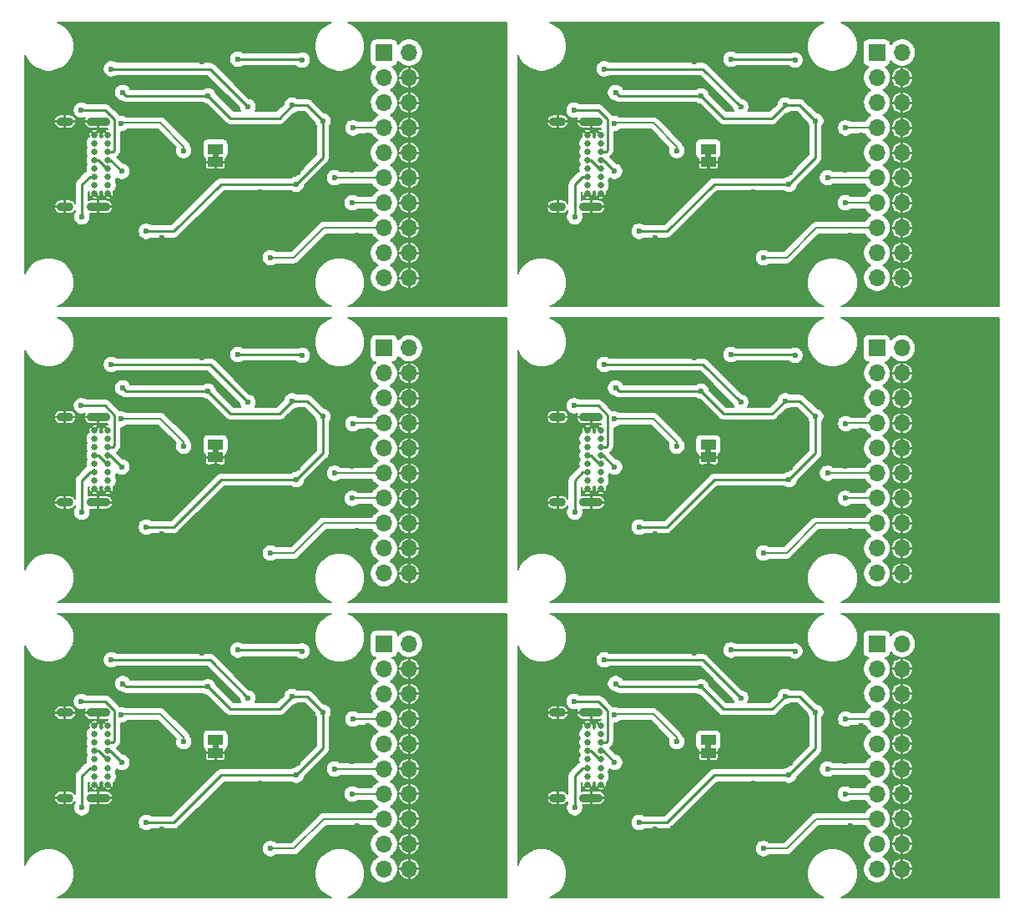
<source format=gbl>
G04 #@! TF.GenerationSoftware,KiCad,Pcbnew,(5.1.8-0-10_14)*
G04 #@! TF.CreationDate,2021-05-20T18:09:43+09:00*
G04 #@! TF.ProjectId,ft2232_jtag_tap,66743232-3332-45f6-9a74-61675f746170,rev?*
G04 #@! TF.SameCoordinates,Original*
G04 #@! TF.FileFunction,Copper,L2,Bot*
G04 #@! TF.FilePolarity,Positive*
%FSLAX46Y46*%
G04 Gerber Fmt 4.6, Leading zero omitted, Abs format (unit mm)*
G04 Created by KiCad (PCBNEW (5.1.8-0-10_14)) date 2021-05-20 18:09:43*
%MOMM*%
%LPD*%
G01*
G04 APERTURE LIST*
G04 #@! TA.AperFunction,EtchedComponent*
%ADD10C,0.100000*%
G04 #@! TD*
G04 #@! TA.AperFunction,SMDPad,CuDef*
%ADD11R,1.500000X1.000000*%
G04 #@! TD*
G04 #@! TA.AperFunction,ComponentPad*
%ADD12R,1.700000X1.700000*%
G04 #@! TD*
G04 #@! TA.AperFunction,ComponentPad*
%ADD13O,1.700000X1.700000*%
G04 #@! TD*
G04 #@! TA.AperFunction,ComponentPad*
%ADD14C,0.650000*%
G04 #@! TD*
G04 #@! TA.AperFunction,ComponentPad*
%ADD15O,2.400000X0.900000*%
G04 #@! TD*
G04 #@! TA.AperFunction,ComponentPad*
%ADD16O,1.700000X0.900000*%
G04 #@! TD*
G04 #@! TA.AperFunction,ViaPad*
%ADD17C,0.600000*%
G04 #@! TD*
G04 #@! TA.AperFunction,ViaPad*
%ADD18C,2.000000*%
G04 #@! TD*
G04 #@! TA.AperFunction,Conductor*
%ADD19C,0.250000*%
G04 #@! TD*
G04 #@! TA.AperFunction,Conductor*
%ADD20C,0.200000*%
G04 #@! TD*
G04 #@! TA.AperFunction,Conductor*
%ADD21C,0.127000*%
G04 #@! TD*
G04 #@! TA.AperFunction,Conductor*
%ADD22C,0.100000*%
G04 #@! TD*
G04 APERTURE END LIST*
D10*
G36*
X119600000Y-173850000D02*
G01*
X119600000Y-174350000D01*
X120200000Y-174350000D01*
X120200000Y-173850000D01*
X119600000Y-173850000D01*
G37*
G36*
X69600000Y-173850000D02*
G01*
X69600000Y-174350000D01*
X70200000Y-174350000D01*
X70200000Y-173850000D01*
X69600000Y-173850000D01*
G37*
G36*
X119600000Y-143850000D02*
G01*
X119600000Y-144350000D01*
X120200000Y-144350000D01*
X120200000Y-143850000D01*
X119600000Y-143850000D01*
G37*
G36*
X69600000Y-143850000D02*
G01*
X69600000Y-144350000D01*
X70200000Y-144350000D01*
X70200000Y-143850000D01*
X69600000Y-143850000D01*
G37*
G36*
X119600000Y-113850000D02*
G01*
X119600000Y-114350000D01*
X120200000Y-114350000D01*
X120200000Y-113850000D01*
X119600000Y-113850000D01*
G37*
G36*
X69600000Y-113850000D02*
G01*
X69600000Y-114350000D01*
X70200000Y-114350000D01*
X70200000Y-113850000D01*
X69600000Y-113850000D01*
G37*
D11*
X119900000Y-173450000D03*
X119900000Y-174750000D03*
X69900000Y-173450000D03*
X69900000Y-174750000D03*
X119900000Y-143450000D03*
X119900000Y-144750000D03*
X69900000Y-143450000D03*
X69900000Y-144750000D03*
X119900000Y-113450000D03*
X119900000Y-114750000D03*
D12*
X137010000Y-163660000D03*
D13*
X139550000Y-163660000D03*
X137010000Y-166200000D03*
X139550000Y-166200000D03*
X137010000Y-168740000D03*
X139550000Y-168740000D03*
X137010000Y-171280000D03*
X139550000Y-171280000D03*
X137010000Y-173820000D03*
X139550000Y-173820000D03*
X137010000Y-176360000D03*
X139550000Y-176360000D03*
X137010000Y-178900000D03*
X139550000Y-178900000D03*
X137010000Y-181440000D03*
X139550000Y-181440000D03*
X137010000Y-183980000D03*
X139550000Y-183980000D03*
X137010000Y-186520000D03*
X139550000Y-186520000D03*
D12*
X87010000Y-163660000D03*
D13*
X89550000Y-163660000D03*
X87010000Y-166200000D03*
X89550000Y-166200000D03*
X87010000Y-168740000D03*
X89550000Y-168740000D03*
X87010000Y-171280000D03*
X89550000Y-171280000D03*
X87010000Y-173820000D03*
X89550000Y-173820000D03*
X87010000Y-176360000D03*
X89550000Y-176360000D03*
X87010000Y-178900000D03*
X89550000Y-178900000D03*
X87010000Y-181440000D03*
X89550000Y-181440000D03*
X87010000Y-183980000D03*
X89550000Y-183980000D03*
X87010000Y-186520000D03*
X89550000Y-186520000D03*
D12*
X137010000Y-133660000D03*
D13*
X139550000Y-133660000D03*
X137010000Y-136200000D03*
X139550000Y-136200000D03*
X137010000Y-138740000D03*
X139550000Y-138740000D03*
X137010000Y-141280000D03*
X139550000Y-141280000D03*
X137010000Y-143820000D03*
X139550000Y-143820000D03*
X137010000Y-146360000D03*
X139550000Y-146360000D03*
X137010000Y-148900000D03*
X139550000Y-148900000D03*
X137010000Y-151440000D03*
X139550000Y-151440000D03*
X137010000Y-153980000D03*
X139550000Y-153980000D03*
X137010000Y-156520000D03*
X139550000Y-156520000D03*
D12*
X87010000Y-133660000D03*
D13*
X89550000Y-133660000D03*
X87010000Y-136200000D03*
X89550000Y-136200000D03*
X87010000Y-138740000D03*
X89550000Y-138740000D03*
X87010000Y-141280000D03*
X89550000Y-141280000D03*
X87010000Y-143820000D03*
X89550000Y-143820000D03*
X87010000Y-146360000D03*
X89550000Y-146360000D03*
X87010000Y-148900000D03*
X89550000Y-148900000D03*
X87010000Y-151440000D03*
X89550000Y-151440000D03*
X87010000Y-153980000D03*
X89550000Y-153980000D03*
X87010000Y-156520000D03*
X89550000Y-156520000D03*
D12*
X137010000Y-103660000D03*
D13*
X139550000Y-103660000D03*
X137010000Y-106200000D03*
X139550000Y-106200000D03*
X137010000Y-108740000D03*
X139550000Y-108740000D03*
X137010000Y-111280000D03*
X139550000Y-111280000D03*
X137010000Y-113820000D03*
X139550000Y-113820000D03*
X137010000Y-116360000D03*
X139550000Y-116360000D03*
X137010000Y-118900000D03*
X139550000Y-118900000D03*
X137010000Y-121440000D03*
X139550000Y-121440000D03*
X137010000Y-123980000D03*
X139550000Y-123980000D03*
X137010000Y-126520000D03*
X139550000Y-126520000D03*
D14*
X109000000Y-172000000D03*
X109000000Y-172850000D03*
X109000000Y-173700000D03*
X109000000Y-174550000D03*
X109000000Y-175400000D03*
X109000000Y-176250000D03*
X109000000Y-177100000D03*
X109000000Y-177950000D03*
X107650000Y-172850000D03*
X107650000Y-174550000D03*
X107650000Y-173700000D03*
X107650000Y-172000000D03*
X107650000Y-176250000D03*
X107650000Y-177100000D03*
X107650000Y-177950000D03*
X107650000Y-175400000D03*
D15*
X108020000Y-170650000D03*
X108020000Y-179300000D03*
D16*
X104640000Y-170650000D03*
X104640000Y-179300000D03*
D14*
X59000000Y-172000000D03*
X59000000Y-172850000D03*
X59000000Y-173700000D03*
X59000000Y-174550000D03*
X59000000Y-175400000D03*
X59000000Y-176250000D03*
X59000000Y-177100000D03*
X59000000Y-177950000D03*
X57650000Y-172850000D03*
X57650000Y-174550000D03*
X57650000Y-173700000D03*
X57650000Y-172000000D03*
X57650000Y-176250000D03*
X57650000Y-177100000D03*
X57650000Y-177950000D03*
X57650000Y-175400000D03*
D15*
X58020000Y-170650000D03*
X58020000Y-179300000D03*
D16*
X54640000Y-170650000D03*
X54640000Y-179300000D03*
D14*
X109000000Y-142000000D03*
X109000000Y-142850000D03*
X109000000Y-143700000D03*
X109000000Y-144550000D03*
X109000000Y-145400000D03*
X109000000Y-146250000D03*
X109000000Y-147100000D03*
X109000000Y-147950000D03*
X107650000Y-142850000D03*
X107650000Y-144550000D03*
X107650000Y-143700000D03*
X107650000Y-142000000D03*
X107650000Y-146250000D03*
X107650000Y-147100000D03*
X107650000Y-147950000D03*
X107650000Y-145400000D03*
D15*
X108020000Y-140650000D03*
X108020000Y-149300000D03*
D16*
X104640000Y-140650000D03*
X104640000Y-149300000D03*
D14*
X59000000Y-142000000D03*
X59000000Y-142850000D03*
X59000000Y-143700000D03*
X59000000Y-144550000D03*
X59000000Y-145400000D03*
X59000000Y-146250000D03*
X59000000Y-147100000D03*
X59000000Y-147950000D03*
X57650000Y-142850000D03*
X57650000Y-144550000D03*
X57650000Y-143700000D03*
X57650000Y-142000000D03*
X57650000Y-146250000D03*
X57650000Y-147100000D03*
X57650000Y-147950000D03*
X57650000Y-145400000D03*
D15*
X58020000Y-140650000D03*
X58020000Y-149300000D03*
D16*
X54640000Y-140650000D03*
X54640000Y-149300000D03*
D14*
X109000000Y-112000000D03*
X109000000Y-112850000D03*
X109000000Y-113700000D03*
X109000000Y-114550000D03*
X109000000Y-115400000D03*
X109000000Y-116250000D03*
X109000000Y-117100000D03*
X109000000Y-117950000D03*
X107650000Y-112850000D03*
X107650000Y-114550000D03*
X107650000Y-113700000D03*
X107650000Y-112000000D03*
X107650000Y-116250000D03*
X107650000Y-117100000D03*
X107650000Y-117950000D03*
X107650000Y-115400000D03*
D15*
X108020000Y-110650000D03*
X108020000Y-119300000D03*
D16*
X104640000Y-110650000D03*
X104640000Y-119300000D03*
X54640000Y-119300000D03*
X54640000Y-110650000D03*
D15*
X58020000Y-119300000D03*
X58020000Y-110650000D03*
D14*
X57650000Y-115400000D03*
X57650000Y-117950000D03*
X57650000Y-117100000D03*
X57650000Y-116250000D03*
X57650000Y-112000000D03*
X57650000Y-113700000D03*
X57650000Y-114550000D03*
X57650000Y-112850000D03*
X59000000Y-117950000D03*
X59000000Y-117100000D03*
X59000000Y-116250000D03*
X59000000Y-115400000D03*
X59000000Y-114550000D03*
X59000000Y-113700000D03*
X59000000Y-112850000D03*
X59000000Y-112000000D03*
D13*
X89550000Y-126520000D03*
X87010000Y-126520000D03*
X89550000Y-123980000D03*
X87010000Y-123980000D03*
X89550000Y-121440000D03*
X87010000Y-121440000D03*
X89550000Y-118900000D03*
X87010000Y-118900000D03*
X89550000Y-116360000D03*
X87010000Y-116360000D03*
X89550000Y-113820000D03*
X87010000Y-113820000D03*
X89550000Y-111280000D03*
X87010000Y-111280000D03*
X89550000Y-108740000D03*
X87010000Y-108740000D03*
X89550000Y-106200000D03*
X87010000Y-106200000D03*
X89550000Y-103660000D03*
D12*
X87010000Y-103660000D03*
D11*
X69900000Y-114750000D03*
X69900000Y-113450000D03*
D17*
X64000000Y-106850000D03*
D18*
X72550000Y-115050000D03*
D17*
X78800000Y-118100000D03*
X79200000Y-110700000D03*
X76300000Y-102700000D03*
X64000000Y-109400000D03*
X69000000Y-106500000D03*
X68500000Y-104600000D03*
X67200000Y-103600000D03*
X65600000Y-103600000D03*
X79900000Y-105700000D03*
X78400000Y-105700000D03*
X76900000Y-105700000D03*
X75400000Y-105700000D03*
X73950000Y-105750000D03*
X63700000Y-117300000D03*
X63700000Y-119050000D03*
X78250000Y-114250000D03*
X85850000Y-125250000D03*
X85850000Y-122650000D03*
X78250000Y-115800000D03*
X79750000Y-119200000D03*
X67499992Y-111100000D03*
X60250000Y-109250000D03*
X63750000Y-112500000D03*
X82500000Y-106100000D03*
X55450000Y-100850000D03*
X58450000Y-100850000D03*
X61450000Y-100850000D03*
X64450000Y-100850000D03*
X68500000Y-100850000D03*
X68500000Y-102350000D03*
X84850000Y-100900000D03*
X87850000Y-100900000D03*
X90850000Y-100900000D03*
X93850000Y-100900000D03*
X96850000Y-100900000D03*
X99100000Y-100900000D03*
X99100000Y-103900000D03*
X99100000Y-106900000D03*
X99100000Y-109900000D03*
X99100000Y-112900000D03*
X99100000Y-115900000D03*
X99100000Y-118900000D03*
X99100000Y-121900000D03*
X99100000Y-124900000D03*
X99100000Y-129100000D03*
X55650000Y-129100000D03*
X58650000Y-129100000D03*
X61650000Y-129100000D03*
X64650000Y-129100000D03*
X67650000Y-129100000D03*
X70650000Y-129100000D03*
X73650000Y-129100000D03*
X76650000Y-129100000D03*
X79650000Y-129100000D03*
X85650000Y-129100000D03*
X88650000Y-129100000D03*
X91650000Y-129100000D03*
X94650000Y-129100000D03*
X97650000Y-129100000D03*
X50850000Y-105450000D03*
X50850000Y-108450000D03*
X50850000Y-111450000D03*
X50850000Y-114450000D03*
X50850000Y-117450000D03*
X50850000Y-120450000D03*
X50850000Y-123450000D03*
X66300000Y-122400000D03*
X62100000Y-106450000D03*
X75250000Y-112500000D03*
X74500004Y-117800000D03*
X61250000Y-122000000D03*
X82500000Y-107725000D03*
X85350000Y-105150000D03*
X85350000Y-106550000D03*
X82500000Y-109375000D03*
X81675000Y-114850000D03*
X81050000Y-119200000D03*
X78100000Y-122375000D03*
X79400000Y-120775000D03*
X82475000Y-123975000D03*
X79525000Y-127075000D03*
X85800000Y-120175000D03*
X85800000Y-117625000D03*
X84325000Y-122150000D03*
X67375000Y-124475000D03*
X70650000Y-127700000D03*
X73650000Y-127925000D03*
X76650000Y-127925000D03*
X64475000Y-122475000D03*
X57150000Y-104075000D03*
X55100000Y-106100000D03*
X59400000Y-106900000D03*
X59400000Y-108550000D03*
X83800000Y-112500000D03*
X83800000Y-115600000D03*
X83800000Y-117600000D03*
X84300000Y-110200000D03*
X85500000Y-109000000D03*
X85400000Y-114100000D03*
X85400000Y-112000000D03*
X77200000Y-120400000D03*
X70000000Y-112100000D03*
X71900000Y-112074966D03*
X69662300Y-116612300D03*
X63724994Y-111749994D03*
X128250000Y-114250000D03*
X78250000Y-144250000D03*
X128250000Y-144250000D03*
X78250000Y-174250000D03*
X128250000Y-174250000D03*
X135850000Y-125250000D03*
X85850000Y-155250000D03*
X135850000Y-155250000D03*
X85850000Y-185250000D03*
X135850000Y-185250000D03*
X135850000Y-122650000D03*
X85850000Y-152650000D03*
X135850000Y-152650000D03*
X85850000Y-182650000D03*
X135850000Y-182650000D03*
X128250000Y-115800000D03*
X78250000Y-145800000D03*
X128250000Y-145800000D03*
X78250000Y-175800000D03*
X128250000Y-175800000D03*
X129750000Y-119200000D03*
X79750000Y-149200000D03*
X129750000Y-149200000D03*
X79750000Y-179200000D03*
X129750000Y-179200000D03*
X117499992Y-111100000D03*
X67499992Y-141100000D03*
X117499992Y-141100000D03*
X67499992Y-171100000D03*
X117499992Y-171100000D03*
X110250000Y-109250000D03*
X60250000Y-139250000D03*
X110250000Y-139250000D03*
X60250000Y-169250000D03*
X110250000Y-169250000D03*
X113750000Y-112500000D03*
X63750000Y-142500000D03*
X113750000Y-142500000D03*
X63750000Y-172500000D03*
X113750000Y-172500000D03*
X132500000Y-106100000D03*
X82500000Y-136100000D03*
X132500000Y-136100000D03*
X82500000Y-166100000D03*
X132500000Y-166100000D03*
X105450000Y-100850000D03*
X55450000Y-130850000D03*
X105450000Y-130850000D03*
X55450000Y-160850000D03*
X105450000Y-160850000D03*
X108450000Y-100850000D03*
X58450000Y-130850000D03*
X108450000Y-130850000D03*
X58450000Y-160850000D03*
X108450000Y-160850000D03*
X111450000Y-100850000D03*
X61450000Y-130850000D03*
X111450000Y-130850000D03*
X61450000Y-160850000D03*
X111450000Y-160850000D03*
X114450000Y-100850000D03*
X64450000Y-130850000D03*
X114450000Y-130850000D03*
X64450000Y-160850000D03*
X114450000Y-160850000D03*
X118500000Y-100850000D03*
X68500000Y-130850000D03*
X118500000Y-130850000D03*
X68500000Y-160850000D03*
X118500000Y-160850000D03*
X118500000Y-102350000D03*
X68500000Y-132350000D03*
X118500000Y-132350000D03*
X68500000Y-162350000D03*
X118500000Y-162350000D03*
X134850000Y-100900000D03*
X84850000Y-130900000D03*
X134850000Y-130900000D03*
X84850000Y-160900000D03*
X134850000Y-160900000D03*
X137850000Y-100900000D03*
X87850000Y-130900000D03*
X137850000Y-130900000D03*
X87850000Y-160900000D03*
X137850000Y-160900000D03*
X140850000Y-100900000D03*
X90850000Y-130900000D03*
X140850000Y-130900000D03*
X90850000Y-160900000D03*
X140850000Y-160900000D03*
X143850000Y-100900000D03*
X93850000Y-130900000D03*
X143850000Y-130900000D03*
X93850000Y-160900000D03*
X143850000Y-160900000D03*
X146850000Y-100900000D03*
X96850000Y-130900000D03*
X146850000Y-130900000D03*
X96850000Y-160900000D03*
X146850000Y-160900000D03*
X149100000Y-100900000D03*
X99100000Y-130900000D03*
X149100000Y-130900000D03*
X99100000Y-160900000D03*
X149100000Y-160900000D03*
X149100000Y-103900000D03*
X99100000Y-133900000D03*
X149100000Y-133900000D03*
X99100000Y-163900000D03*
X149100000Y-163900000D03*
X149100000Y-106900000D03*
X99100000Y-136900000D03*
X149100000Y-136900000D03*
X99100000Y-166900000D03*
X149100000Y-166900000D03*
X149100000Y-109900000D03*
X99100000Y-139900000D03*
X149100000Y-139900000D03*
X99100000Y-169900000D03*
X149100000Y-169900000D03*
X149100000Y-112900000D03*
X99100000Y-142900000D03*
X149100000Y-142900000D03*
X99100000Y-172900000D03*
X149100000Y-172900000D03*
X149100000Y-115900000D03*
X99100000Y-145900000D03*
X149100000Y-145900000D03*
X99100000Y-175900000D03*
X149100000Y-175900000D03*
X149100000Y-118900000D03*
X99100000Y-148900000D03*
X149100000Y-148900000D03*
X99100000Y-178900000D03*
X149100000Y-178900000D03*
X149100000Y-121900000D03*
X99100000Y-151900000D03*
X149100000Y-151900000D03*
X99100000Y-181900000D03*
X149100000Y-181900000D03*
X149100000Y-124900000D03*
X99100000Y-154900000D03*
X149100000Y-154900000D03*
X99100000Y-184900000D03*
X149100000Y-184900000D03*
X149100000Y-129100000D03*
X99100000Y-159100000D03*
X149100000Y-159100000D03*
X99100000Y-189100000D03*
X149100000Y-189100000D03*
X105650000Y-129100000D03*
X55650000Y-159100000D03*
X105650000Y-159100000D03*
X55650000Y-189100000D03*
X105650000Y-189100000D03*
X108650000Y-129100000D03*
X58650000Y-159100000D03*
X108650000Y-159100000D03*
X58650000Y-189100000D03*
X108650000Y-189100000D03*
X111650000Y-129100000D03*
X61650000Y-159100000D03*
X111650000Y-159100000D03*
X61650000Y-189100000D03*
X111650000Y-189100000D03*
X114650000Y-129100000D03*
X64650000Y-159100000D03*
X114650000Y-159100000D03*
X64650000Y-189100000D03*
X114650000Y-189100000D03*
X117650000Y-129100000D03*
X67650000Y-159100000D03*
X117650000Y-159100000D03*
X67650000Y-189100000D03*
X117650000Y-189100000D03*
X120650000Y-129100000D03*
X70650000Y-159100000D03*
X120650000Y-159100000D03*
X70650000Y-189100000D03*
X120650000Y-189100000D03*
X123650000Y-129100000D03*
X73650000Y-159100000D03*
X123650000Y-159100000D03*
X73650000Y-189100000D03*
X123650000Y-189100000D03*
X126650000Y-129100000D03*
X76650000Y-159100000D03*
X126650000Y-159100000D03*
X76650000Y-189100000D03*
X126650000Y-189100000D03*
X129650000Y-129100000D03*
X79650000Y-159100000D03*
X129650000Y-159100000D03*
X79650000Y-189100000D03*
X129650000Y-189100000D03*
X135650000Y-129100000D03*
X85650000Y-159100000D03*
X135650000Y-159100000D03*
X85650000Y-189100000D03*
X135650000Y-189100000D03*
X138650000Y-129100000D03*
X88650000Y-159100000D03*
X138650000Y-159100000D03*
X88650000Y-189100000D03*
X138650000Y-189100000D03*
X141650000Y-129100000D03*
X91650000Y-159100000D03*
X141650000Y-159100000D03*
X91650000Y-189100000D03*
X141650000Y-189100000D03*
X144650000Y-129100000D03*
X94650000Y-159100000D03*
X144650000Y-159100000D03*
X94650000Y-189100000D03*
X144650000Y-189100000D03*
X147650000Y-129100000D03*
X97650000Y-159100000D03*
X147650000Y-159100000D03*
X97650000Y-189100000D03*
X147650000Y-189100000D03*
X100850000Y-105450000D03*
X50850000Y-135450000D03*
X100850000Y-135450000D03*
X50850000Y-165450000D03*
X100850000Y-165450000D03*
X100850000Y-108450000D03*
X50850000Y-138450000D03*
X100850000Y-138450000D03*
X50850000Y-168450000D03*
X100850000Y-168450000D03*
X100850000Y-111450000D03*
X50850000Y-141450000D03*
X100850000Y-141450000D03*
X50850000Y-171450000D03*
X100850000Y-171450000D03*
X100850000Y-114450000D03*
X50850000Y-144450000D03*
X100850000Y-144450000D03*
X50850000Y-174450000D03*
X100850000Y-174450000D03*
X100850000Y-117450000D03*
X50850000Y-147450000D03*
X100850000Y-147450000D03*
X50850000Y-177450000D03*
X100850000Y-177450000D03*
X100850000Y-120450000D03*
X50850000Y-150450000D03*
X100850000Y-150450000D03*
X50850000Y-180450000D03*
X100850000Y-180450000D03*
X100850000Y-123450000D03*
X50850000Y-153450000D03*
X100850000Y-153450000D03*
X50850000Y-183450000D03*
X100850000Y-183450000D03*
X116300000Y-122400000D03*
X66300000Y-152400000D03*
X116300000Y-152400000D03*
X66300000Y-182400000D03*
X116300000Y-182400000D03*
X112100000Y-106450000D03*
X62100000Y-136450000D03*
X112100000Y-136450000D03*
X62100000Y-166450000D03*
X112100000Y-166450000D03*
X125250000Y-112500000D03*
X75250000Y-142500000D03*
X125250000Y-142500000D03*
X75250000Y-172500000D03*
X125250000Y-172500000D03*
X124500004Y-117800000D03*
X74500004Y-147800000D03*
X124500004Y-147800000D03*
X74500004Y-177800000D03*
X124500004Y-177800000D03*
X111250000Y-122000000D03*
X61250000Y-152000000D03*
X111250000Y-152000000D03*
X61250000Y-182000000D03*
X111250000Y-182000000D03*
X132500000Y-107725000D03*
X82500000Y-137725000D03*
X132500000Y-137725000D03*
X82500000Y-167725000D03*
X132500000Y-167725000D03*
X135350000Y-105150000D03*
X85350000Y-135150000D03*
X135350000Y-135150000D03*
X85350000Y-165150000D03*
X135350000Y-165150000D03*
X135350000Y-106550000D03*
X85350000Y-136550000D03*
X135350000Y-136550000D03*
X85350000Y-166550000D03*
X135350000Y-166550000D03*
X132500000Y-109375000D03*
X82500000Y-139375000D03*
X132500000Y-139375000D03*
X82500000Y-169375000D03*
X132500000Y-169375000D03*
X131675000Y-114850000D03*
X81675000Y-144850000D03*
X131675000Y-144850000D03*
X81675000Y-174850000D03*
X131675000Y-174850000D03*
X131050000Y-119200000D03*
X81050000Y-149200000D03*
X131050000Y-149200000D03*
X81050000Y-179200000D03*
X131050000Y-179200000D03*
X128100000Y-122375000D03*
X78100000Y-152375000D03*
X128100000Y-152375000D03*
X78100000Y-182375000D03*
X128100000Y-182375000D03*
X129400000Y-120775000D03*
X79400000Y-150775000D03*
X129400000Y-150775000D03*
X79400000Y-180775000D03*
X129400000Y-180775000D03*
X132475000Y-123975000D03*
X82475000Y-153975000D03*
X132475000Y-153975000D03*
X82475000Y-183975000D03*
X132475000Y-183975000D03*
X129525000Y-127075000D03*
X79525000Y-157075000D03*
X129525000Y-157075000D03*
X79525000Y-187075000D03*
X129525000Y-187075000D03*
X135800000Y-120175000D03*
X85800000Y-150175000D03*
X135800000Y-150175000D03*
X85800000Y-180175000D03*
X135800000Y-180175000D03*
X135800000Y-117625000D03*
X85800000Y-147625000D03*
X135800000Y-147625000D03*
X85800000Y-177625000D03*
X135800000Y-177625000D03*
X134325000Y-122150000D03*
X84325000Y-152150000D03*
X134325000Y-152150000D03*
X84325000Y-182150000D03*
X134325000Y-182150000D03*
X117375000Y-124475000D03*
X67375000Y-154475000D03*
X117375000Y-154475000D03*
X67375000Y-184475000D03*
X117375000Y-184475000D03*
X120650000Y-127700000D03*
X70650000Y-157700000D03*
X120650000Y-157700000D03*
X70650000Y-187700000D03*
X120650000Y-187700000D03*
X123650000Y-127925000D03*
X73650000Y-157925000D03*
X123650000Y-157925000D03*
X73650000Y-187925000D03*
X123650000Y-187925000D03*
X126650000Y-127925000D03*
X76650000Y-157925000D03*
X126650000Y-157925000D03*
X76650000Y-187925000D03*
X126650000Y-187925000D03*
X114475000Y-122475000D03*
X64475000Y-152475000D03*
X114475000Y-152475000D03*
X64475000Y-182475000D03*
X114475000Y-182475000D03*
X107150000Y-104075000D03*
X57150000Y-134075000D03*
X107150000Y-134075000D03*
X57150000Y-164075000D03*
X107150000Y-164075000D03*
X105100000Y-106100000D03*
X55100000Y-136100000D03*
X105100000Y-136100000D03*
X55100000Y-166100000D03*
X105100000Y-166100000D03*
X109400000Y-106900000D03*
X59400000Y-136900000D03*
X109400000Y-136900000D03*
X59400000Y-166900000D03*
X109400000Y-166900000D03*
X109400000Y-108550000D03*
X59400000Y-138550000D03*
X109400000Y-138550000D03*
X59400000Y-168550000D03*
X109400000Y-168550000D03*
X133800000Y-112500000D03*
X83800000Y-142500000D03*
X133800000Y-142500000D03*
X83800000Y-172500000D03*
X133800000Y-172500000D03*
X133800000Y-115600000D03*
X83800000Y-145600000D03*
X133800000Y-145600000D03*
X83800000Y-175600000D03*
X133800000Y-175600000D03*
X133800000Y-117600000D03*
X83800000Y-147600000D03*
X133800000Y-147600000D03*
X83800000Y-177600000D03*
X133800000Y-177600000D03*
X134300000Y-110200000D03*
X84300000Y-140200000D03*
X134300000Y-140200000D03*
X84300000Y-170200000D03*
X134300000Y-170200000D03*
X135500000Y-109000000D03*
X85500000Y-139000000D03*
X135500000Y-139000000D03*
X85500000Y-169000000D03*
X135500000Y-169000000D03*
X135400000Y-114100000D03*
X85400000Y-144100000D03*
X135400000Y-144100000D03*
X85400000Y-174100000D03*
X135400000Y-174100000D03*
X135400000Y-112000000D03*
X85400000Y-142000000D03*
X135400000Y-142000000D03*
X85400000Y-172000000D03*
X135400000Y-172000000D03*
X127200000Y-120400000D03*
X77200000Y-150400000D03*
X127200000Y-150400000D03*
X77200000Y-180400000D03*
X127200000Y-180400000D03*
X120000000Y-112100000D03*
X70000000Y-142100000D03*
X120000000Y-142100000D03*
X70000000Y-172100000D03*
X120000000Y-172100000D03*
X121900000Y-112074966D03*
X71900000Y-142074966D03*
X121900000Y-142074966D03*
X71900000Y-172074966D03*
X121900000Y-172074966D03*
X119662300Y-116612300D03*
X69662300Y-146612300D03*
X119662300Y-146612300D03*
X69662300Y-176612300D03*
X119662300Y-176612300D03*
X113724994Y-111749994D03*
X63724994Y-141749994D03*
X113724994Y-141749994D03*
X63724994Y-171749994D03*
X113724994Y-171749994D03*
X113700000Y-117300000D03*
X63700000Y-147300000D03*
X113700000Y-147300000D03*
X63700000Y-177300000D03*
X113700000Y-177300000D03*
X113700000Y-119050000D03*
X63700000Y-149050000D03*
X113700000Y-149050000D03*
X63700000Y-179050000D03*
X113700000Y-179050000D03*
X114000000Y-106850000D03*
X64000000Y-136850000D03*
X114000000Y-136850000D03*
X64000000Y-166850000D03*
X114000000Y-166850000D03*
X129200000Y-110700000D03*
X79200000Y-140700000D03*
X129200000Y-140700000D03*
X79200000Y-170700000D03*
X129200000Y-170700000D03*
X114000000Y-109400000D03*
X64000000Y-139400000D03*
X114000000Y-139400000D03*
X64000000Y-169400000D03*
X114000000Y-169400000D03*
X128800000Y-118100000D03*
X78800000Y-148100000D03*
X128800000Y-148100000D03*
X78800000Y-178100000D03*
X128800000Y-178100000D03*
D18*
X122550000Y-115050000D03*
X72550000Y-145050000D03*
X122550000Y-145050000D03*
X72550000Y-175050000D03*
X122550000Y-175050000D03*
D17*
X119000000Y-106500000D03*
X69000000Y-136500000D03*
X119000000Y-136500000D03*
X69000000Y-166500000D03*
X119000000Y-166500000D03*
X126300000Y-102700000D03*
X76300000Y-132700000D03*
X126300000Y-132700000D03*
X76300000Y-162700000D03*
X126300000Y-162700000D03*
X117200000Y-103600000D03*
X67200000Y-133600000D03*
X117200000Y-133600000D03*
X67200000Y-163600000D03*
X117200000Y-163600000D03*
X118500000Y-104600000D03*
X68500000Y-134600000D03*
X118500000Y-134600000D03*
X68500000Y-164600000D03*
X118500000Y-164600000D03*
X115600000Y-103600000D03*
X65600000Y-133600000D03*
X115600000Y-133600000D03*
X65600000Y-163600000D03*
X115600000Y-163600000D03*
X129900000Y-105700000D03*
X79900000Y-135700000D03*
X129900000Y-135700000D03*
X79900000Y-165700000D03*
X129900000Y-165700000D03*
X123950000Y-105750000D03*
X73950000Y-135750000D03*
X123950000Y-135750000D03*
X73950000Y-165750000D03*
X123950000Y-165750000D03*
X128400000Y-105700000D03*
X78400000Y-135700000D03*
X128400000Y-135700000D03*
X78400000Y-165700000D03*
X128400000Y-165700000D03*
X125400000Y-105700000D03*
X75400000Y-135700000D03*
X125400000Y-135700000D03*
X75400000Y-165700000D03*
X125400000Y-165700000D03*
X126900000Y-105700000D03*
X76900000Y-135700000D03*
X126900000Y-135700000D03*
X76900000Y-165700000D03*
X126900000Y-165700000D03*
X77700000Y-109000000D03*
X80800000Y-110600000D03*
X69166942Y-108033058D03*
X78100000Y-117000000D03*
X62900000Y-121800000D03*
X78700000Y-104400000D03*
X60500000Y-107700000D03*
X72200000Y-104300000D03*
X127700000Y-109000000D03*
X77700000Y-139000000D03*
X127700000Y-139000000D03*
X77700000Y-169000000D03*
X127700000Y-169000000D03*
X130800000Y-110600000D03*
X80800000Y-140600000D03*
X130800000Y-140600000D03*
X80800000Y-170600000D03*
X130800000Y-170600000D03*
X119166942Y-108033058D03*
X69166942Y-138033058D03*
X119166942Y-138033058D03*
X69166942Y-168033058D03*
X119166942Y-168033058D03*
X128100000Y-117000000D03*
X78100000Y-147000000D03*
X128100000Y-147000000D03*
X78100000Y-177000000D03*
X128100000Y-177000000D03*
X112900000Y-121800000D03*
X62900000Y-151800000D03*
X112900000Y-151800000D03*
X62900000Y-181800000D03*
X112900000Y-181800000D03*
X128700000Y-104400000D03*
X78700000Y-134400000D03*
X128700000Y-134400000D03*
X78700000Y-164400000D03*
X128700000Y-164400000D03*
X110500000Y-107700000D03*
X60500000Y-137700000D03*
X110500000Y-137700000D03*
X60500000Y-167700000D03*
X110500000Y-167700000D03*
X122200000Y-104300000D03*
X72200000Y-134300000D03*
X122200000Y-134300000D03*
X72200000Y-164300000D03*
X122200000Y-164300000D03*
X59350000Y-105300000D03*
X73200000Y-109150000D03*
X109350000Y-105300000D03*
X59350000Y-135300000D03*
X109350000Y-135300000D03*
X59350000Y-165300000D03*
X109350000Y-165300000D03*
X123200000Y-109150000D03*
X73200000Y-139150000D03*
X123200000Y-139150000D03*
X73200000Y-169150000D03*
X123200000Y-169150000D03*
X60400000Y-115700000D03*
X110400000Y-115700000D03*
X60400000Y-145700000D03*
X110400000Y-145700000D03*
X60400000Y-175700000D03*
X110400000Y-175700000D03*
X56350000Y-120300000D03*
X106350000Y-120300000D03*
X56350000Y-150300000D03*
X106350000Y-150300000D03*
X56350000Y-180300000D03*
X106350000Y-180300000D03*
X56300000Y-109500000D03*
X106300000Y-109500000D03*
X56300000Y-139500000D03*
X106300000Y-139500000D03*
X56300000Y-169500000D03*
X106300000Y-169500000D03*
X75500000Y-124450000D03*
X125500000Y-124450000D03*
X75500000Y-154450000D03*
X125500000Y-154450000D03*
X75500000Y-184450000D03*
X125500000Y-184450000D03*
X83800000Y-118900002D03*
X133800000Y-118900002D03*
X83800000Y-148900002D03*
X133800000Y-148900002D03*
X83800000Y-178900002D03*
X133800000Y-178900002D03*
X82000000Y-116350000D03*
X132000000Y-116350000D03*
X82000000Y-146350000D03*
X132000000Y-146350000D03*
X82000000Y-176350000D03*
X132000000Y-176350000D03*
X83849990Y-111299993D03*
X133849990Y-111299993D03*
X83849990Y-141299993D03*
X133849990Y-141299993D03*
X83849990Y-171299993D03*
X133849990Y-171299993D03*
X66700000Y-113600000D03*
X60350000Y-110850000D03*
X116700000Y-113600000D03*
X66700000Y-143600000D03*
X116700000Y-143600000D03*
X66700000Y-173600000D03*
X116700000Y-173600000D03*
X110350000Y-110850000D03*
X60350000Y-140850000D03*
X110350000Y-140850000D03*
X60350000Y-170850000D03*
X110350000Y-170850000D03*
X69937519Y-113337483D03*
X119937519Y-113337483D03*
X69937519Y-143337483D03*
X119937519Y-143337483D03*
X69937519Y-173337483D03*
X119937519Y-173337483D03*
D19*
X69900000Y-116374600D02*
X69662300Y-116612300D01*
X69900000Y-114750000D02*
X69900000Y-116374600D01*
X119900000Y-116374600D02*
X119662300Y-116612300D01*
X69900000Y-146374600D02*
X69662300Y-146612300D01*
X119900000Y-146374600D02*
X119662300Y-146612300D01*
X69900000Y-176374600D02*
X69662300Y-176612300D01*
X119900000Y-176374600D02*
X119662300Y-176612300D01*
X119900000Y-114750000D02*
X119900000Y-116374600D01*
X69900000Y-144750000D02*
X69900000Y-146374600D01*
X119900000Y-144750000D02*
X119900000Y-146374600D01*
X69900000Y-174750000D02*
X69900000Y-176374600D01*
X119900000Y-174750000D02*
X119900000Y-176374600D01*
X79200000Y-109000000D02*
X77700000Y-109000000D01*
X80800000Y-110600000D02*
X79200000Y-109000000D01*
X80800000Y-110600000D02*
X80800000Y-114300000D01*
X80800000Y-114300000D02*
X78100000Y-117000000D01*
X78100000Y-117000000D02*
X74574998Y-117000000D01*
X74574998Y-117000000D02*
X70500000Y-117000000D01*
X65700000Y-121800000D02*
X62900000Y-121800000D01*
X70500000Y-117000000D02*
X65700000Y-121800000D01*
X60833058Y-108033058D02*
X60500000Y-107700000D01*
X69166942Y-108033058D02*
X60833058Y-108033058D01*
X78600000Y-104300000D02*
X78700000Y-104400000D01*
X72200000Y-104300000D02*
X78600000Y-104300000D01*
X71433884Y-110300000D02*
X69166942Y-108033058D01*
X76400000Y-110300000D02*
X71433884Y-110300000D01*
X77700000Y-109000000D02*
X76400000Y-110300000D01*
X129200000Y-109000000D02*
X127700000Y-109000000D01*
X79200000Y-139000000D02*
X77700000Y-139000000D01*
X129200000Y-139000000D02*
X127700000Y-139000000D01*
X79200000Y-169000000D02*
X77700000Y-169000000D01*
X129200000Y-169000000D02*
X127700000Y-169000000D01*
X130800000Y-110600000D02*
X129200000Y-109000000D01*
X80800000Y-140600000D02*
X79200000Y-139000000D01*
X130800000Y-140600000D02*
X129200000Y-139000000D01*
X80800000Y-170600000D02*
X79200000Y-169000000D01*
X130800000Y-170600000D02*
X129200000Y-169000000D01*
X130800000Y-110600000D02*
X130800000Y-114300000D01*
X80800000Y-140600000D02*
X80800000Y-144300000D01*
X130800000Y-140600000D02*
X130800000Y-144300000D01*
X80800000Y-170600000D02*
X80800000Y-174300000D01*
X130800000Y-170600000D02*
X130800000Y-174300000D01*
X130800000Y-114300000D02*
X128100000Y-117000000D01*
X80800000Y-144300000D02*
X78100000Y-147000000D01*
X130800000Y-144300000D02*
X128100000Y-147000000D01*
X80800000Y-174300000D02*
X78100000Y-177000000D01*
X130800000Y-174300000D02*
X128100000Y-177000000D01*
X128100000Y-117000000D02*
X124574998Y-117000000D01*
X78100000Y-147000000D02*
X74574998Y-147000000D01*
X128100000Y-147000000D02*
X124574998Y-147000000D01*
X78100000Y-177000000D02*
X74574998Y-177000000D01*
X128100000Y-177000000D02*
X124574998Y-177000000D01*
X124574998Y-117000000D02*
X120500000Y-117000000D01*
X74574998Y-147000000D02*
X70500000Y-147000000D01*
X124574998Y-147000000D02*
X120500000Y-147000000D01*
X74574998Y-177000000D02*
X70500000Y-177000000D01*
X124574998Y-177000000D02*
X120500000Y-177000000D01*
X115700000Y-121800000D02*
X112900000Y-121800000D01*
X65700000Y-151800000D02*
X62900000Y-151800000D01*
X115700000Y-151800000D02*
X112900000Y-151800000D01*
X65700000Y-181800000D02*
X62900000Y-181800000D01*
X115700000Y-181800000D02*
X112900000Y-181800000D01*
X120500000Y-117000000D02*
X115700000Y-121800000D01*
X70500000Y-147000000D02*
X65700000Y-151800000D01*
X120500000Y-147000000D02*
X115700000Y-151800000D01*
X70500000Y-177000000D02*
X65700000Y-181800000D01*
X120500000Y-177000000D02*
X115700000Y-181800000D01*
X110833058Y-108033058D02*
X110500000Y-107700000D01*
X60833058Y-138033058D02*
X60500000Y-137700000D01*
X110833058Y-138033058D02*
X110500000Y-137700000D01*
X60833058Y-168033058D02*
X60500000Y-167700000D01*
X110833058Y-168033058D02*
X110500000Y-167700000D01*
X119166942Y-108033058D02*
X110833058Y-108033058D01*
X69166942Y-138033058D02*
X60833058Y-138033058D01*
X119166942Y-138033058D02*
X110833058Y-138033058D01*
X69166942Y-168033058D02*
X60833058Y-168033058D01*
X119166942Y-168033058D02*
X110833058Y-168033058D01*
X128600000Y-104300000D02*
X128700000Y-104400000D01*
X78600000Y-134300000D02*
X78700000Y-134400000D01*
X128600000Y-134300000D02*
X128700000Y-134400000D01*
X78600000Y-164300000D02*
X78700000Y-164400000D01*
X128600000Y-164300000D02*
X128700000Y-164400000D01*
X122200000Y-104300000D02*
X128600000Y-104300000D01*
X72200000Y-134300000D02*
X78600000Y-134300000D01*
X122200000Y-134300000D02*
X128600000Y-134300000D01*
X72200000Y-164300000D02*
X78600000Y-164300000D01*
X122200000Y-164300000D02*
X128600000Y-164300000D01*
X121433884Y-110300000D02*
X119166942Y-108033058D01*
X71433884Y-140300000D02*
X69166942Y-138033058D01*
X121433884Y-140300000D02*
X119166942Y-138033058D01*
X71433884Y-170300000D02*
X69166942Y-168033058D01*
X121433884Y-170300000D02*
X119166942Y-168033058D01*
X126400000Y-110300000D02*
X121433884Y-110300000D01*
X76400000Y-140300000D02*
X71433884Y-140300000D01*
X126400000Y-140300000D02*
X121433884Y-140300000D01*
X76400000Y-170300000D02*
X71433884Y-170300000D01*
X126400000Y-170300000D02*
X121433884Y-170300000D01*
X127700000Y-109000000D02*
X126400000Y-110300000D01*
X77700000Y-139000000D02*
X76400000Y-140300000D01*
X127700000Y-139000000D02*
X126400000Y-140300000D01*
X77700000Y-169000000D02*
X76400000Y-170300000D01*
X127700000Y-169000000D02*
X126400000Y-170300000D01*
X69350000Y-105300000D02*
X73200000Y-109150000D01*
X59350000Y-105300000D02*
X69350000Y-105300000D01*
X119350000Y-105300000D02*
X123200000Y-109150000D01*
X69350000Y-135300000D02*
X73200000Y-139150000D01*
X119350000Y-135300000D02*
X123200000Y-139150000D01*
X69350000Y-165300000D02*
X73200000Y-169150000D01*
X119350000Y-165300000D02*
X123200000Y-169150000D01*
X109350000Y-105300000D02*
X119350000Y-105300000D01*
X59350000Y-135300000D02*
X69350000Y-135300000D01*
X109350000Y-135300000D02*
X119350000Y-135300000D01*
X59350000Y-165300000D02*
X69350000Y-165300000D01*
X109350000Y-165300000D02*
X119350000Y-165300000D01*
X58850998Y-115400000D02*
X59000000Y-115400000D01*
X58000998Y-114550000D02*
X58850998Y-115400000D01*
X57650000Y-114550000D02*
X58000998Y-114550000D01*
X108850998Y-115400000D02*
X109000000Y-115400000D01*
X58850998Y-145400000D02*
X59000000Y-145400000D01*
X108850998Y-145400000D02*
X109000000Y-145400000D01*
X58850998Y-175400000D02*
X59000000Y-175400000D01*
X108850998Y-175400000D02*
X109000000Y-175400000D01*
X108000998Y-114550000D02*
X108850998Y-115400000D01*
X58000998Y-144550000D02*
X58850998Y-145400000D01*
X108000998Y-144550000D02*
X108850998Y-145400000D01*
X58000998Y-174550000D02*
X58850998Y-175400000D01*
X108000998Y-174550000D02*
X108850998Y-175400000D01*
X107650000Y-114550000D02*
X108000998Y-114550000D01*
X57650000Y-144550000D02*
X58000998Y-144550000D01*
X107650000Y-144550000D02*
X108000998Y-144550000D01*
X57650000Y-174550000D02*
X58000998Y-174550000D01*
X107650000Y-174550000D02*
X108000998Y-174550000D01*
X59250000Y-114550000D02*
X60400000Y-115700000D01*
X59000000Y-114550000D02*
X59250000Y-114550000D01*
X109250000Y-114550000D02*
X110400000Y-115700000D01*
X59250000Y-144550000D02*
X60400000Y-145700000D01*
X109250000Y-144550000D02*
X110400000Y-145700000D01*
X59250000Y-174550000D02*
X60400000Y-175700000D01*
X109250000Y-174550000D02*
X110400000Y-175700000D01*
X109000000Y-114550000D02*
X109250000Y-114550000D01*
X59000000Y-144550000D02*
X59250000Y-144550000D01*
X109000000Y-144550000D02*
X109250000Y-144550000D01*
X59000000Y-174550000D02*
X59250000Y-174550000D01*
X109000000Y-174550000D02*
X109250000Y-174550000D01*
X57155026Y-116250000D02*
X56350000Y-117055026D01*
X57650000Y-116250000D02*
X57155026Y-116250000D01*
X56350000Y-117055026D02*
X56350000Y-120300000D01*
X107155026Y-116250000D02*
X106350000Y-117055026D01*
X57155026Y-146250000D02*
X56350000Y-147055026D01*
X107155026Y-146250000D02*
X106350000Y-147055026D01*
X57155026Y-176250000D02*
X56350000Y-177055026D01*
X107155026Y-176250000D02*
X106350000Y-177055026D01*
X107650000Y-116250000D02*
X107155026Y-116250000D01*
X57650000Y-146250000D02*
X57155026Y-146250000D01*
X107650000Y-146250000D02*
X107155026Y-146250000D01*
X57650000Y-176250000D02*
X57155026Y-176250000D01*
X107650000Y-176250000D02*
X107155026Y-176250000D01*
X106350000Y-117055026D02*
X106350000Y-120300000D01*
X56350000Y-147055026D02*
X56350000Y-150300000D01*
X106350000Y-147055026D02*
X106350000Y-150300000D01*
X56350000Y-177055026D02*
X56350000Y-180300000D01*
X106350000Y-177055026D02*
X106350000Y-180300000D01*
X59675001Y-113519973D02*
X59675001Y-110458972D01*
X58716029Y-109500000D02*
X56300000Y-109500000D01*
X59494974Y-113700000D02*
X59675001Y-113519973D01*
X59675001Y-110458972D02*
X58716029Y-109500000D01*
X59000000Y-113700000D02*
X59494974Y-113700000D01*
X109675001Y-113519973D02*
X109675001Y-110458972D01*
X59675001Y-143519973D02*
X59675001Y-140458972D01*
X109675001Y-143519973D02*
X109675001Y-140458972D01*
X59675001Y-173519973D02*
X59675001Y-170458972D01*
X109675001Y-173519973D02*
X109675001Y-170458972D01*
X108716029Y-109500000D02*
X106300000Y-109500000D01*
X58716029Y-139500000D02*
X56300000Y-139500000D01*
X108716029Y-139500000D02*
X106300000Y-139500000D01*
X58716029Y-169500000D02*
X56300000Y-169500000D01*
X108716029Y-169500000D02*
X106300000Y-169500000D01*
X109494974Y-113700000D02*
X109675001Y-113519973D01*
X59494974Y-143700000D02*
X59675001Y-143519973D01*
X109494974Y-143700000D02*
X109675001Y-143519973D01*
X59494974Y-173700000D02*
X59675001Y-173519973D01*
X109494974Y-173700000D02*
X109675001Y-173519973D01*
X109675001Y-110458972D02*
X108716029Y-109500000D01*
X59675001Y-140458972D02*
X58716029Y-139500000D01*
X109675001Y-140458972D02*
X108716029Y-139500000D01*
X59675001Y-170458972D02*
X58716029Y-169500000D01*
X109675001Y-170458972D02*
X108716029Y-169500000D01*
X109000000Y-113700000D02*
X109494974Y-113700000D01*
X59000000Y-143700000D02*
X59494974Y-143700000D01*
X109000000Y-143700000D02*
X109494974Y-143700000D01*
X59000000Y-173700000D02*
X59494974Y-173700000D01*
X109000000Y-173700000D02*
X109494974Y-173700000D01*
D20*
X77850000Y-124450000D02*
X80860000Y-121440000D01*
X80860000Y-121440000D02*
X87010000Y-121440000D01*
X75500000Y-124450000D02*
X77850000Y-124450000D01*
X127850000Y-124450000D02*
X130860000Y-121440000D01*
X77850000Y-154450000D02*
X80860000Y-151440000D01*
X127850000Y-154450000D02*
X130860000Y-151440000D01*
X77850000Y-184450000D02*
X80860000Y-181440000D01*
X127850000Y-184450000D02*
X130860000Y-181440000D01*
X130860000Y-121440000D02*
X137010000Y-121440000D01*
X80860000Y-151440000D02*
X87010000Y-151440000D01*
X130860000Y-151440000D02*
X137010000Y-151440000D01*
X80860000Y-181440000D02*
X87010000Y-181440000D01*
X130860000Y-181440000D02*
X137010000Y-181440000D01*
X125500000Y-124450000D02*
X127850000Y-124450000D01*
X75500000Y-154450000D02*
X77850000Y-154450000D01*
X125500000Y-154450000D02*
X127850000Y-154450000D01*
X75500000Y-184450000D02*
X77850000Y-184450000D01*
X125500000Y-184450000D02*
X127850000Y-184450000D01*
X87010000Y-118900000D02*
X83800002Y-118900000D01*
X83800002Y-118900000D02*
X83800000Y-118900002D01*
X137010000Y-118900000D02*
X133800002Y-118900000D01*
X87010000Y-148900000D02*
X83800002Y-148900000D01*
X137010000Y-148900000D02*
X133800002Y-148900000D01*
X87010000Y-178900000D02*
X83800002Y-178900000D01*
X137010000Y-178900000D02*
X133800002Y-178900000D01*
X133800002Y-118900000D02*
X133800000Y-118900002D01*
X83800002Y-148900000D02*
X83800000Y-148900002D01*
X133800002Y-148900000D02*
X133800000Y-148900002D01*
X83800002Y-178900000D02*
X83800000Y-178900002D01*
X133800002Y-178900000D02*
X133800000Y-178900002D01*
X87000000Y-116350000D02*
X87010000Y-116360000D01*
X82000000Y-116350000D02*
X87000000Y-116350000D01*
X137000000Y-116350000D02*
X137010000Y-116360000D01*
X87000000Y-146350000D02*
X87010000Y-146360000D01*
X137000000Y-146350000D02*
X137010000Y-146360000D01*
X87000000Y-176350000D02*
X87010000Y-176360000D01*
X137000000Y-176350000D02*
X137010000Y-176360000D01*
X132000000Y-116350000D02*
X137000000Y-116350000D01*
X82000000Y-146350000D02*
X87000000Y-146350000D01*
X132000000Y-146350000D02*
X137000000Y-146350000D01*
X82000000Y-176350000D02*
X87000000Y-176350000D01*
X132000000Y-176350000D02*
X137000000Y-176350000D01*
X83869983Y-111280000D02*
X83849990Y-111299993D01*
X87010000Y-111280000D02*
X83869983Y-111280000D01*
X133869983Y-111280000D02*
X133849990Y-111299993D01*
X83869983Y-141280000D02*
X83849990Y-141299993D01*
X133869983Y-141280000D02*
X133849990Y-141299993D01*
X83869983Y-171280000D02*
X83849990Y-171299993D01*
X133869983Y-171280000D02*
X133849990Y-171299993D01*
X137010000Y-111280000D02*
X133869983Y-111280000D01*
X87010000Y-141280000D02*
X83869983Y-141280000D01*
X137010000Y-141280000D02*
X133869983Y-141280000D01*
X87010000Y-171280000D02*
X83869983Y-171280000D01*
X137010000Y-171280000D02*
X133869983Y-171280000D01*
X60400001Y-110799999D02*
X60350000Y-110850000D01*
X66700000Y-113175736D02*
X64324263Y-110799999D01*
X64324263Y-110799999D02*
X60400001Y-110799999D01*
X66700000Y-113600000D02*
X66700000Y-113175736D01*
X110400001Y-110799999D02*
X110350000Y-110850000D01*
X60400001Y-140799999D02*
X60350000Y-140850000D01*
X110400001Y-140799999D02*
X110350000Y-140850000D01*
X60400001Y-170799999D02*
X60350000Y-170850000D01*
X110400001Y-170799999D02*
X110350000Y-170850000D01*
X116700000Y-113175736D02*
X114324263Y-110799999D01*
X66700000Y-143175736D02*
X64324263Y-140799999D01*
X116700000Y-143175736D02*
X114324263Y-140799999D01*
X66700000Y-173175736D02*
X64324263Y-170799999D01*
X116700000Y-173175736D02*
X114324263Y-170799999D01*
X114324263Y-110799999D02*
X110400001Y-110799999D01*
X64324263Y-140799999D02*
X60400001Y-140799999D01*
X114324263Y-140799999D02*
X110400001Y-140799999D01*
X64324263Y-170799999D02*
X60400001Y-170799999D01*
X114324263Y-170799999D02*
X110400001Y-170799999D01*
X116700000Y-113600000D02*
X116700000Y-113175736D01*
X66700000Y-143600000D02*
X66700000Y-143175736D01*
X116700000Y-143600000D02*
X116700000Y-143175736D01*
X66700000Y-173600000D02*
X66700000Y-173175736D01*
X116700000Y-173600000D02*
X116700000Y-173175736D01*
D21*
X81285727Y-100728255D02*
X80865864Y-101008799D01*
X80508799Y-101365864D01*
X80228255Y-101785727D01*
X80035014Y-102252255D01*
X79936500Y-102747517D01*
X79936500Y-103252483D01*
X80035014Y-103747745D01*
X80228255Y-104214273D01*
X80508799Y-104634136D01*
X80865864Y-104991201D01*
X81285727Y-105271745D01*
X81752255Y-105464986D01*
X82247517Y-105563500D01*
X82752483Y-105563500D01*
X83247745Y-105464986D01*
X83714273Y-105271745D01*
X84134136Y-104991201D01*
X84491201Y-104634136D01*
X84771745Y-104214273D01*
X84964986Y-103747745D01*
X85063500Y-103252483D01*
X85063500Y-102747517D01*
X84964986Y-102252255D01*
X84771745Y-101785727D01*
X84491201Y-101365864D01*
X84134136Y-101008799D01*
X83714273Y-100728255D01*
X83376872Y-100588500D01*
X99411500Y-100588500D01*
X99411501Y-129411500D01*
X83376872Y-129411500D01*
X83714273Y-129271745D01*
X84134136Y-128991201D01*
X84491201Y-128634136D01*
X84771745Y-128214273D01*
X84964986Y-127747745D01*
X85063500Y-127252483D01*
X85063500Y-126747517D01*
X84964986Y-126252255D01*
X84771745Y-125785727D01*
X84491201Y-125365864D01*
X84134136Y-125008799D01*
X83714273Y-124728255D01*
X83247745Y-124535014D01*
X82752483Y-124436500D01*
X82247517Y-124436500D01*
X81752255Y-124535014D01*
X81285727Y-124728255D01*
X80865864Y-125008799D01*
X80508799Y-125365864D01*
X80228255Y-125785727D01*
X80035014Y-126252255D01*
X79936500Y-126747517D01*
X79936500Y-127252483D01*
X80035014Y-127747745D01*
X80228255Y-128214273D01*
X80508799Y-128634136D01*
X80865864Y-128991201D01*
X81285727Y-129271745D01*
X81623128Y-129411500D01*
X53876872Y-129411500D01*
X54214273Y-129271745D01*
X54634136Y-128991201D01*
X54991201Y-128634136D01*
X55271745Y-128214273D01*
X55464986Y-127747745D01*
X55563500Y-127252483D01*
X55563500Y-126747517D01*
X55464986Y-126252255D01*
X55271745Y-125785727D01*
X54991201Y-125365864D01*
X54634136Y-125008799D01*
X54214273Y-124728255D01*
X53747745Y-124535014D01*
X53252483Y-124436500D01*
X52747517Y-124436500D01*
X52252255Y-124535014D01*
X51785727Y-124728255D01*
X51365864Y-125008799D01*
X51008799Y-125365864D01*
X50728255Y-125785727D01*
X50588500Y-126123128D01*
X50588500Y-124364953D01*
X74636500Y-124364953D01*
X74636500Y-124535047D01*
X74669684Y-124701874D01*
X74734776Y-124859021D01*
X74829276Y-125000449D01*
X74949551Y-125120724D01*
X75090979Y-125215224D01*
X75248126Y-125280316D01*
X75414953Y-125313500D01*
X75585047Y-125313500D01*
X75751874Y-125280316D01*
X75909021Y-125215224D01*
X76050449Y-125120724D01*
X76057673Y-125113500D01*
X77817417Y-125113500D01*
X77850000Y-125116709D01*
X77882583Y-125113500D01*
X77882591Y-125113500D01*
X77980069Y-125103899D01*
X78105139Y-125065960D01*
X78220404Y-125004349D01*
X78321435Y-124921435D01*
X78342213Y-124896117D01*
X81134830Y-122103500D01*
X85754870Y-122103500D01*
X85757373Y-122109543D01*
X85912063Y-122341054D01*
X86108946Y-122537937D01*
X86340457Y-122692627D01*
X86382399Y-122710000D01*
X86340457Y-122727373D01*
X86108946Y-122882063D01*
X85912063Y-123078946D01*
X85757373Y-123310457D01*
X85650820Y-123567697D01*
X85596500Y-123840782D01*
X85596500Y-124119218D01*
X85650820Y-124392303D01*
X85757373Y-124649543D01*
X85912063Y-124881054D01*
X86108946Y-125077937D01*
X86340457Y-125232627D01*
X86382399Y-125250000D01*
X86340457Y-125267373D01*
X86108946Y-125422063D01*
X85912063Y-125618946D01*
X85757373Y-125850457D01*
X85650820Y-126107697D01*
X85596500Y-126380782D01*
X85596500Y-126659218D01*
X85650820Y-126932303D01*
X85757373Y-127189543D01*
X85912063Y-127421054D01*
X86108946Y-127617937D01*
X86340457Y-127772627D01*
X86597697Y-127879180D01*
X86870782Y-127933500D01*
X87149218Y-127933500D01*
X87422303Y-127879180D01*
X87679543Y-127772627D01*
X87911054Y-127617937D01*
X88107937Y-127421054D01*
X88262627Y-127189543D01*
X88369180Y-126932303D01*
X88409391Y-126730147D01*
X88456510Y-126730147D01*
X88459326Y-126744310D01*
X88524044Y-126952780D01*
X88628189Y-127144618D01*
X88767758Y-127312453D01*
X88937388Y-127449834D01*
X89130561Y-127551482D01*
X89339853Y-127613491D01*
X89513500Y-127567028D01*
X89513500Y-126556500D01*
X89586500Y-126556500D01*
X89586500Y-127567028D01*
X89760147Y-127613491D01*
X89969439Y-127551482D01*
X90162612Y-127449834D01*
X90332242Y-127312453D01*
X90471811Y-127144618D01*
X90575956Y-126952780D01*
X90640674Y-126744310D01*
X90643490Y-126730147D01*
X90596989Y-126556500D01*
X89586500Y-126556500D01*
X89513500Y-126556500D01*
X88503011Y-126556500D01*
X88456510Y-126730147D01*
X88409391Y-126730147D01*
X88423500Y-126659218D01*
X88423500Y-126380782D01*
X88409392Y-126309853D01*
X88456510Y-126309853D01*
X88503011Y-126483500D01*
X89513500Y-126483500D01*
X89513500Y-125472972D01*
X89586500Y-125472972D01*
X89586500Y-126483500D01*
X90596989Y-126483500D01*
X90643490Y-126309853D01*
X90640674Y-126295690D01*
X90575956Y-126087220D01*
X90471811Y-125895382D01*
X90332242Y-125727547D01*
X90162612Y-125590166D01*
X89969439Y-125488518D01*
X89760147Y-125426509D01*
X89586500Y-125472972D01*
X89513500Y-125472972D01*
X89339853Y-125426509D01*
X89130561Y-125488518D01*
X88937388Y-125590166D01*
X88767758Y-125727547D01*
X88628189Y-125895382D01*
X88524044Y-126087220D01*
X88459326Y-126295690D01*
X88456510Y-126309853D01*
X88409392Y-126309853D01*
X88369180Y-126107697D01*
X88262627Y-125850457D01*
X88107937Y-125618946D01*
X87911054Y-125422063D01*
X87679543Y-125267373D01*
X87637601Y-125250000D01*
X87679543Y-125232627D01*
X87911054Y-125077937D01*
X88107937Y-124881054D01*
X88262627Y-124649543D01*
X88369180Y-124392303D01*
X88409391Y-124190147D01*
X88456510Y-124190147D01*
X88459326Y-124204310D01*
X88524044Y-124412780D01*
X88628189Y-124604618D01*
X88767758Y-124772453D01*
X88937388Y-124909834D01*
X89130561Y-125011482D01*
X89339853Y-125073491D01*
X89513500Y-125027028D01*
X89513500Y-124016500D01*
X89586500Y-124016500D01*
X89586500Y-125027028D01*
X89760147Y-125073491D01*
X89969439Y-125011482D01*
X90162612Y-124909834D01*
X90332242Y-124772453D01*
X90471811Y-124604618D01*
X90575956Y-124412780D01*
X90640674Y-124204310D01*
X90643490Y-124190147D01*
X90596989Y-124016500D01*
X89586500Y-124016500D01*
X89513500Y-124016500D01*
X88503011Y-124016500D01*
X88456510Y-124190147D01*
X88409391Y-124190147D01*
X88423500Y-124119218D01*
X88423500Y-123840782D01*
X88409392Y-123769853D01*
X88456510Y-123769853D01*
X88503011Y-123943500D01*
X89513500Y-123943500D01*
X89513500Y-122932972D01*
X89586500Y-122932972D01*
X89586500Y-123943500D01*
X90596989Y-123943500D01*
X90643490Y-123769853D01*
X90640674Y-123755690D01*
X90575956Y-123547220D01*
X90471811Y-123355382D01*
X90332242Y-123187547D01*
X90162612Y-123050166D01*
X89969439Y-122948518D01*
X89760147Y-122886509D01*
X89586500Y-122932972D01*
X89513500Y-122932972D01*
X89339853Y-122886509D01*
X89130561Y-122948518D01*
X88937388Y-123050166D01*
X88767758Y-123187547D01*
X88628189Y-123355382D01*
X88524044Y-123547220D01*
X88459326Y-123755690D01*
X88456510Y-123769853D01*
X88409392Y-123769853D01*
X88369180Y-123567697D01*
X88262627Y-123310457D01*
X88107937Y-123078946D01*
X87911054Y-122882063D01*
X87679543Y-122727373D01*
X87637601Y-122710000D01*
X87679543Y-122692627D01*
X87911054Y-122537937D01*
X88107937Y-122341054D01*
X88262627Y-122109543D01*
X88369180Y-121852303D01*
X88409391Y-121650147D01*
X88456510Y-121650147D01*
X88459326Y-121664310D01*
X88524044Y-121872780D01*
X88628189Y-122064618D01*
X88767758Y-122232453D01*
X88937388Y-122369834D01*
X89130561Y-122471482D01*
X89339853Y-122533491D01*
X89513500Y-122487028D01*
X89513500Y-121476500D01*
X89586500Y-121476500D01*
X89586500Y-122487028D01*
X89760147Y-122533491D01*
X89969439Y-122471482D01*
X90162612Y-122369834D01*
X90332242Y-122232453D01*
X90471811Y-122064618D01*
X90575956Y-121872780D01*
X90640674Y-121664310D01*
X90643490Y-121650147D01*
X90596989Y-121476500D01*
X89586500Y-121476500D01*
X89513500Y-121476500D01*
X88503011Y-121476500D01*
X88456510Y-121650147D01*
X88409391Y-121650147D01*
X88423500Y-121579218D01*
X88423500Y-121300782D01*
X88409392Y-121229853D01*
X88456510Y-121229853D01*
X88503011Y-121403500D01*
X89513500Y-121403500D01*
X89513500Y-120392972D01*
X89586500Y-120392972D01*
X89586500Y-121403500D01*
X90596989Y-121403500D01*
X90643490Y-121229853D01*
X90640674Y-121215690D01*
X90575956Y-121007220D01*
X90471811Y-120815382D01*
X90332242Y-120647547D01*
X90162612Y-120510166D01*
X89969439Y-120408518D01*
X89760147Y-120346509D01*
X89586500Y-120392972D01*
X89513500Y-120392972D01*
X89339853Y-120346509D01*
X89130561Y-120408518D01*
X88937388Y-120510166D01*
X88767758Y-120647547D01*
X88628189Y-120815382D01*
X88524044Y-121007220D01*
X88459326Y-121215690D01*
X88456510Y-121229853D01*
X88409392Y-121229853D01*
X88369180Y-121027697D01*
X88262627Y-120770457D01*
X88107937Y-120538946D01*
X87911054Y-120342063D01*
X87679543Y-120187373D01*
X87637601Y-120170000D01*
X87679543Y-120152627D01*
X87911054Y-119997937D01*
X88107937Y-119801054D01*
X88262627Y-119569543D01*
X88369180Y-119312303D01*
X88409391Y-119110147D01*
X88456510Y-119110147D01*
X88459326Y-119124310D01*
X88524044Y-119332780D01*
X88628189Y-119524618D01*
X88767758Y-119692453D01*
X88937388Y-119829834D01*
X89130561Y-119931482D01*
X89339853Y-119993491D01*
X89513500Y-119947028D01*
X89513500Y-118936500D01*
X89586500Y-118936500D01*
X89586500Y-119947028D01*
X89760147Y-119993491D01*
X89969439Y-119931482D01*
X90162612Y-119829834D01*
X90332242Y-119692453D01*
X90471811Y-119524618D01*
X90575956Y-119332780D01*
X90640674Y-119124310D01*
X90643490Y-119110147D01*
X90596989Y-118936500D01*
X89586500Y-118936500D01*
X89513500Y-118936500D01*
X88503011Y-118936500D01*
X88456510Y-119110147D01*
X88409391Y-119110147D01*
X88423500Y-119039218D01*
X88423500Y-118760782D01*
X88409392Y-118689853D01*
X88456510Y-118689853D01*
X88503011Y-118863500D01*
X89513500Y-118863500D01*
X89513500Y-117852972D01*
X89586500Y-117852972D01*
X89586500Y-118863500D01*
X90596989Y-118863500D01*
X90643490Y-118689853D01*
X90640674Y-118675690D01*
X90575956Y-118467220D01*
X90471811Y-118275382D01*
X90332242Y-118107547D01*
X90162612Y-117970166D01*
X89969439Y-117868518D01*
X89760147Y-117806509D01*
X89586500Y-117852972D01*
X89513500Y-117852972D01*
X89339853Y-117806509D01*
X89130561Y-117868518D01*
X88937388Y-117970166D01*
X88767758Y-118107547D01*
X88628189Y-118275382D01*
X88524044Y-118467220D01*
X88459326Y-118675690D01*
X88456510Y-118689853D01*
X88409392Y-118689853D01*
X88369180Y-118487697D01*
X88262627Y-118230457D01*
X88107937Y-117998946D01*
X87911054Y-117802063D01*
X87679543Y-117647373D01*
X87637601Y-117630000D01*
X87679543Y-117612627D01*
X87911054Y-117457937D01*
X88107937Y-117261054D01*
X88262627Y-117029543D01*
X88369180Y-116772303D01*
X88409391Y-116570147D01*
X88456510Y-116570147D01*
X88459326Y-116584310D01*
X88524044Y-116792780D01*
X88628189Y-116984618D01*
X88767758Y-117152453D01*
X88937388Y-117289834D01*
X89130561Y-117391482D01*
X89339853Y-117453491D01*
X89513500Y-117407028D01*
X89513500Y-116396500D01*
X89586500Y-116396500D01*
X89586500Y-117407028D01*
X89760147Y-117453491D01*
X89969439Y-117391482D01*
X90162612Y-117289834D01*
X90332242Y-117152453D01*
X90471811Y-116984618D01*
X90575956Y-116792780D01*
X90640674Y-116584310D01*
X90643490Y-116570147D01*
X90596989Y-116396500D01*
X89586500Y-116396500D01*
X89513500Y-116396500D01*
X88503011Y-116396500D01*
X88456510Y-116570147D01*
X88409391Y-116570147D01*
X88423500Y-116499218D01*
X88423500Y-116220782D01*
X88409392Y-116149853D01*
X88456510Y-116149853D01*
X88503011Y-116323500D01*
X89513500Y-116323500D01*
X89513500Y-115312972D01*
X89586500Y-115312972D01*
X89586500Y-116323500D01*
X90596989Y-116323500D01*
X90643490Y-116149853D01*
X90640674Y-116135690D01*
X90575956Y-115927220D01*
X90471811Y-115735382D01*
X90332242Y-115567547D01*
X90162612Y-115430166D01*
X89969439Y-115328518D01*
X89760147Y-115266509D01*
X89586500Y-115312972D01*
X89513500Y-115312972D01*
X89339853Y-115266509D01*
X89130561Y-115328518D01*
X88937388Y-115430166D01*
X88767758Y-115567547D01*
X88628189Y-115735382D01*
X88524044Y-115927220D01*
X88459326Y-116135690D01*
X88456510Y-116149853D01*
X88409392Y-116149853D01*
X88369180Y-115947697D01*
X88262627Y-115690457D01*
X88107937Y-115458946D01*
X87911054Y-115262063D01*
X87679543Y-115107373D01*
X87637601Y-115090000D01*
X87679543Y-115072627D01*
X87911054Y-114917937D01*
X88107937Y-114721054D01*
X88262627Y-114489543D01*
X88369180Y-114232303D01*
X88409391Y-114030147D01*
X88456510Y-114030147D01*
X88459326Y-114044310D01*
X88524044Y-114252780D01*
X88628189Y-114444618D01*
X88767758Y-114612453D01*
X88937388Y-114749834D01*
X89130561Y-114851482D01*
X89339853Y-114913491D01*
X89513500Y-114867028D01*
X89513500Y-113856500D01*
X89586500Y-113856500D01*
X89586500Y-114867028D01*
X89760147Y-114913491D01*
X89969439Y-114851482D01*
X90162612Y-114749834D01*
X90332242Y-114612453D01*
X90471811Y-114444618D01*
X90575956Y-114252780D01*
X90640674Y-114044310D01*
X90643490Y-114030147D01*
X90596989Y-113856500D01*
X89586500Y-113856500D01*
X89513500Y-113856500D01*
X88503011Y-113856500D01*
X88456510Y-114030147D01*
X88409391Y-114030147D01*
X88423500Y-113959218D01*
X88423500Y-113680782D01*
X88409392Y-113609853D01*
X88456510Y-113609853D01*
X88503011Y-113783500D01*
X89513500Y-113783500D01*
X89513500Y-112772972D01*
X89586500Y-112772972D01*
X89586500Y-113783500D01*
X90596989Y-113783500D01*
X90643490Y-113609853D01*
X90640674Y-113595690D01*
X90575956Y-113387220D01*
X90471811Y-113195382D01*
X90332242Y-113027547D01*
X90162612Y-112890166D01*
X89969439Y-112788518D01*
X89760147Y-112726509D01*
X89586500Y-112772972D01*
X89513500Y-112772972D01*
X89339853Y-112726509D01*
X89130561Y-112788518D01*
X88937388Y-112890166D01*
X88767758Y-113027547D01*
X88628189Y-113195382D01*
X88524044Y-113387220D01*
X88459326Y-113595690D01*
X88456510Y-113609853D01*
X88409392Y-113609853D01*
X88369180Y-113407697D01*
X88262627Y-113150457D01*
X88107937Y-112918946D01*
X87911054Y-112722063D01*
X87679543Y-112567373D01*
X87637601Y-112550000D01*
X87679543Y-112532627D01*
X87911054Y-112377937D01*
X88107937Y-112181054D01*
X88262627Y-111949543D01*
X88369180Y-111692303D01*
X88409391Y-111490147D01*
X88456510Y-111490147D01*
X88459326Y-111504310D01*
X88524044Y-111712780D01*
X88628189Y-111904618D01*
X88767758Y-112072453D01*
X88937388Y-112209834D01*
X89130561Y-112311482D01*
X89339853Y-112373491D01*
X89513500Y-112327028D01*
X89513500Y-111316500D01*
X89586500Y-111316500D01*
X89586500Y-112327028D01*
X89760147Y-112373491D01*
X89969439Y-112311482D01*
X90162612Y-112209834D01*
X90332242Y-112072453D01*
X90471811Y-111904618D01*
X90575956Y-111712780D01*
X90640674Y-111504310D01*
X90643490Y-111490147D01*
X90596989Y-111316500D01*
X89586500Y-111316500D01*
X89513500Y-111316500D01*
X88503011Y-111316500D01*
X88456510Y-111490147D01*
X88409391Y-111490147D01*
X88423500Y-111419218D01*
X88423500Y-111140782D01*
X88409392Y-111069853D01*
X88456510Y-111069853D01*
X88503011Y-111243500D01*
X89513500Y-111243500D01*
X89513500Y-110232972D01*
X89586500Y-110232972D01*
X89586500Y-111243500D01*
X90596989Y-111243500D01*
X90643490Y-111069853D01*
X90640674Y-111055690D01*
X90575956Y-110847220D01*
X90471811Y-110655382D01*
X90332242Y-110487547D01*
X90162612Y-110350166D01*
X89969439Y-110248518D01*
X89760147Y-110186509D01*
X89586500Y-110232972D01*
X89513500Y-110232972D01*
X89339853Y-110186509D01*
X89130561Y-110248518D01*
X88937388Y-110350166D01*
X88767758Y-110487547D01*
X88628189Y-110655382D01*
X88524044Y-110847220D01*
X88459326Y-111055690D01*
X88456510Y-111069853D01*
X88409392Y-111069853D01*
X88369180Y-110867697D01*
X88262627Y-110610457D01*
X88107937Y-110378946D01*
X87911054Y-110182063D01*
X87679543Y-110027373D01*
X87637601Y-110010000D01*
X87679543Y-109992627D01*
X87911054Y-109837937D01*
X88107937Y-109641054D01*
X88262627Y-109409543D01*
X88369180Y-109152303D01*
X88409391Y-108950147D01*
X88456510Y-108950147D01*
X88459326Y-108964310D01*
X88524044Y-109172780D01*
X88628189Y-109364618D01*
X88767758Y-109532453D01*
X88937388Y-109669834D01*
X89130561Y-109771482D01*
X89339853Y-109833491D01*
X89513500Y-109787028D01*
X89513500Y-108776500D01*
X89586500Y-108776500D01*
X89586500Y-109787028D01*
X89760147Y-109833491D01*
X89969439Y-109771482D01*
X90162612Y-109669834D01*
X90332242Y-109532453D01*
X90471811Y-109364618D01*
X90575956Y-109172780D01*
X90640674Y-108964310D01*
X90643490Y-108950147D01*
X90596989Y-108776500D01*
X89586500Y-108776500D01*
X89513500Y-108776500D01*
X88503011Y-108776500D01*
X88456510Y-108950147D01*
X88409391Y-108950147D01*
X88423500Y-108879218D01*
X88423500Y-108600782D01*
X88409392Y-108529853D01*
X88456510Y-108529853D01*
X88503011Y-108703500D01*
X89513500Y-108703500D01*
X89513500Y-107692972D01*
X89586500Y-107692972D01*
X89586500Y-108703500D01*
X90596989Y-108703500D01*
X90643490Y-108529853D01*
X90640674Y-108515690D01*
X90575956Y-108307220D01*
X90471811Y-108115382D01*
X90332242Y-107947547D01*
X90162612Y-107810166D01*
X89969439Y-107708518D01*
X89760147Y-107646509D01*
X89586500Y-107692972D01*
X89513500Y-107692972D01*
X89339853Y-107646509D01*
X89130561Y-107708518D01*
X88937388Y-107810166D01*
X88767758Y-107947547D01*
X88628189Y-108115382D01*
X88524044Y-108307220D01*
X88459326Y-108515690D01*
X88456510Y-108529853D01*
X88409392Y-108529853D01*
X88369180Y-108327697D01*
X88262627Y-108070457D01*
X88107937Y-107838946D01*
X87911054Y-107642063D01*
X87679543Y-107487373D01*
X87637601Y-107470000D01*
X87679543Y-107452627D01*
X87911054Y-107297937D01*
X88107937Y-107101054D01*
X88262627Y-106869543D01*
X88369180Y-106612303D01*
X88409391Y-106410147D01*
X88456510Y-106410147D01*
X88459326Y-106424310D01*
X88524044Y-106632780D01*
X88628189Y-106824618D01*
X88767758Y-106992453D01*
X88937388Y-107129834D01*
X89130561Y-107231482D01*
X89339853Y-107293491D01*
X89513500Y-107247028D01*
X89513500Y-106236500D01*
X89586500Y-106236500D01*
X89586500Y-107247028D01*
X89760147Y-107293491D01*
X89969439Y-107231482D01*
X90162612Y-107129834D01*
X90332242Y-106992453D01*
X90471811Y-106824618D01*
X90575956Y-106632780D01*
X90640674Y-106424310D01*
X90643490Y-106410147D01*
X90596989Y-106236500D01*
X89586500Y-106236500D01*
X89513500Y-106236500D01*
X88503011Y-106236500D01*
X88456510Y-106410147D01*
X88409391Y-106410147D01*
X88423500Y-106339218D01*
X88423500Y-106060782D01*
X88409392Y-105989853D01*
X88456510Y-105989853D01*
X88503011Y-106163500D01*
X89513500Y-106163500D01*
X89513500Y-105152972D01*
X89586500Y-105152972D01*
X89586500Y-106163500D01*
X90596989Y-106163500D01*
X90643490Y-105989853D01*
X90640674Y-105975690D01*
X90575956Y-105767220D01*
X90471811Y-105575382D01*
X90332242Y-105407547D01*
X90162612Y-105270166D01*
X89969439Y-105168518D01*
X89760147Y-105106509D01*
X89586500Y-105152972D01*
X89513500Y-105152972D01*
X89339853Y-105106509D01*
X89130561Y-105168518D01*
X88937388Y-105270166D01*
X88767758Y-105407547D01*
X88628189Y-105575382D01*
X88524044Y-105767220D01*
X88459326Y-105975690D01*
X88456510Y-105989853D01*
X88409392Y-105989853D01*
X88369180Y-105787697D01*
X88262627Y-105530457D01*
X88107937Y-105298946D01*
X87911054Y-105102063D01*
X87870795Y-105075163D01*
X87970465Y-105065346D01*
X88076685Y-105033125D01*
X88174578Y-104980800D01*
X88260382Y-104910382D01*
X88330800Y-104824578D01*
X88383125Y-104726685D01*
X88415346Y-104620465D01*
X88425163Y-104520795D01*
X88452063Y-104561054D01*
X88648946Y-104757937D01*
X88880457Y-104912627D01*
X89137697Y-105019180D01*
X89410782Y-105073500D01*
X89689218Y-105073500D01*
X89962303Y-105019180D01*
X90219543Y-104912627D01*
X90451054Y-104757937D01*
X90647937Y-104561054D01*
X90802627Y-104329543D01*
X90909180Y-104072303D01*
X90963500Y-103799218D01*
X90963500Y-103520782D01*
X90909180Y-103247697D01*
X90802627Y-102990457D01*
X90647937Y-102758946D01*
X90451054Y-102562063D01*
X90219543Y-102407373D01*
X89962303Y-102300820D01*
X89689218Y-102246500D01*
X89410782Y-102246500D01*
X89137697Y-102300820D01*
X88880457Y-102407373D01*
X88648946Y-102562063D01*
X88452063Y-102758946D01*
X88425163Y-102799205D01*
X88415346Y-102699535D01*
X88383125Y-102593315D01*
X88330800Y-102495422D01*
X88260382Y-102409618D01*
X88174578Y-102339200D01*
X88076685Y-102286875D01*
X87970465Y-102254654D01*
X87860000Y-102243774D01*
X86160000Y-102243774D01*
X86049535Y-102254654D01*
X85943315Y-102286875D01*
X85845422Y-102339200D01*
X85759618Y-102409618D01*
X85689200Y-102495422D01*
X85636875Y-102593315D01*
X85604654Y-102699535D01*
X85593774Y-102810000D01*
X85593774Y-104510000D01*
X85604654Y-104620465D01*
X85636875Y-104726685D01*
X85689200Y-104824578D01*
X85759618Y-104910382D01*
X85845422Y-104980800D01*
X85943315Y-105033125D01*
X86049535Y-105065346D01*
X86149205Y-105075163D01*
X86108946Y-105102063D01*
X85912063Y-105298946D01*
X85757373Y-105530457D01*
X85650820Y-105787697D01*
X85596500Y-106060782D01*
X85596500Y-106339218D01*
X85650820Y-106612303D01*
X85757373Y-106869543D01*
X85912063Y-107101054D01*
X86108946Y-107297937D01*
X86340457Y-107452627D01*
X86382399Y-107470000D01*
X86340457Y-107487373D01*
X86108946Y-107642063D01*
X85912063Y-107838946D01*
X85757373Y-108070457D01*
X85650820Y-108327697D01*
X85596500Y-108600782D01*
X85596500Y-108879218D01*
X85650820Y-109152303D01*
X85757373Y-109409543D01*
X85912063Y-109641054D01*
X86108946Y-109837937D01*
X86340457Y-109992627D01*
X86382399Y-110010000D01*
X86340457Y-110027373D01*
X86108946Y-110182063D01*
X85912063Y-110378946D01*
X85757373Y-110610457D01*
X85754870Y-110616500D01*
X84381329Y-110616500D01*
X84259011Y-110534769D01*
X84101864Y-110469677D01*
X83935037Y-110436493D01*
X83764943Y-110436493D01*
X83598116Y-110469677D01*
X83440969Y-110534769D01*
X83299541Y-110629269D01*
X83179266Y-110749544D01*
X83084766Y-110890972D01*
X83019674Y-111048119D01*
X82986490Y-111214946D01*
X82986490Y-111385040D01*
X83019674Y-111551867D01*
X83084766Y-111709014D01*
X83179266Y-111850442D01*
X83299541Y-111970717D01*
X83440969Y-112065217D01*
X83598116Y-112130309D01*
X83764943Y-112163493D01*
X83935037Y-112163493D01*
X84101864Y-112130309D01*
X84259011Y-112065217D01*
X84400439Y-111970717D01*
X84427656Y-111943500D01*
X85754870Y-111943500D01*
X85757373Y-111949543D01*
X85912063Y-112181054D01*
X86108946Y-112377937D01*
X86340457Y-112532627D01*
X86382399Y-112550000D01*
X86340457Y-112567373D01*
X86108946Y-112722063D01*
X85912063Y-112918946D01*
X85757373Y-113150457D01*
X85650820Y-113407697D01*
X85596500Y-113680782D01*
X85596500Y-113959218D01*
X85650820Y-114232303D01*
X85757373Y-114489543D01*
X85912063Y-114721054D01*
X86108946Y-114917937D01*
X86340457Y-115072627D01*
X86382399Y-115090000D01*
X86340457Y-115107373D01*
X86108946Y-115262063D01*
X85912063Y-115458946D01*
X85760017Y-115686500D01*
X82557673Y-115686500D01*
X82550449Y-115679276D01*
X82409021Y-115584776D01*
X82251874Y-115519684D01*
X82085047Y-115486500D01*
X81914953Y-115486500D01*
X81748126Y-115519684D01*
X81590979Y-115584776D01*
X81449551Y-115679276D01*
X81329276Y-115799551D01*
X81234776Y-115940979D01*
X81169684Y-116098126D01*
X81136500Y-116264953D01*
X81136500Y-116435047D01*
X81169684Y-116601874D01*
X81234776Y-116759021D01*
X81329276Y-116900449D01*
X81449551Y-117020724D01*
X81590979Y-117115224D01*
X81748126Y-117180316D01*
X81914953Y-117213500D01*
X82085047Y-117213500D01*
X82251874Y-117180316D01*
X82409021Y-117115224D01*
X82550449Y-117020724D01*
X82557673Y-117013500D01*
X85750728Y-117013500D01*
X85757373Y-117029543D01*
X85912063Y-117261054D01*
X86108946Y-117457937D01*
X86340457Y-117612627D01*
X86382399Y-117630000D01*
X86340457Y-117647373D01*
X86108946Y-117802063D01*
X85912063Y-117998946D01*
X85757373Y-118230457D01*
X85754870Y-118236500D01*
X84357671Y-118236500D01*
X84350449Y-118229278D01*
X84209021Y-118134778D01*
X84051874Y-118069686D01*
X83885047Y-118036502D01*
X83714953Y-118036502D01*
X83548126Y-118069686D01*
X83390979Y-118134778D01*
X83249551Y-118229278D01*
X83129276Y-118349553D01*
X83034776Y-118490981D01*
X82969684Y-118648128D01*
X82936500Y-118814955D01*
X82936500Y-118985049D01*
X82969684Y-119151876D01*
X83034776Y-119309023D01*
X83129276Y-119450451D01*
X83249551Y-119570726D01*
X83390979Y-119665226D01*
X83548126Y-119730318D01*
X83714953Y-119763502D01*
X83885047Y-119763502D01*
X84051874Y-119730318D01*
X84209021Y-119665226D01*
X84350449Y-119570726D01*
X84357675Y-119563500D01*
X85754870Y-119563500D01*
X85757373Y-119569543D01*
X85912063Y-119801054D01*
X86108946Y-119997937D01*
X86340457Y-120152627D01*
X86382399Y-120170000D01*
X86340457Y-120187373D01*
X86108946Y-120342063D01*
X85912063Y-120538946D01*
X85757373Y-120770457D01*
X85754870Y-120776500D01*
X80892583Y-120776500D01*
X80860000Y-120773291D01*
X80827417Y-120776500D01*
X80827409Y-120776500D01*
X80729931Y-120786101D01*
X80604861Y-120824040D01*
X80489596Y-120885651D01*
X80388565Y-120968565D01*
X80367787Y-120993883D01*
X77575170Y-123786500D01*
X76057673Y-123786500D01*
X76050449Y-123779276D01*
X75909021Y-123684776D01*
X75751874Y-123619684D01*
X75585047Y-123586500D01*
X75414953Y-123586500D01*
X75248126Y-123619684D01*
X75090979Y-123684776D01*
X74949551Y-123779276D01*
X74829276Y-123899551D01*
X74734776Y-124040979D01*
X74669684Y-124198126D01*
X74636500Y-124364953D01*
X50588500Y-124364953D01*
X50588500Y-119447521D01*
X53541917Y-119447521D01*
X53566843Y-119539323D01*
X53626467Y-119666051D01*
X53709669Y-119778712D01*
X53813251Y-119872976D01*
X53933233Y-119945221D01*
X54065004Y-119992670D01*
X54203500Y-120013500D01*
X54603500Y-120013500D01*
X54603500Y-119336500D01*
X53593404Y-119336500D01*
X53541917Y-119447521D01*
X50588500Y-119447521D01*
X50588500Y-119152479D01*
X53541917Y-119152479D01*
X53593404Y-119263500D01*
X54603500Y-119263500D01*
X54603500Y-118586500D01*
X54676500Y-118586500D01*
X54676500Y-119263500D01*
X54696500Y-119263500D01*
X54696500Y-119336500D01*
X54676500Y-119336500D01*
X54676500Y-120013500D01*
X55076500Y-120013500D01*
X55214996Y-119992670D01*
X55346767Y-119945221D01*
X55466749Y-119872976D01*
X55570331Y-119778712D01*
X55653533Y-119666051D01*
X55661501Y-119649116D01*
X55661501Y-119776153D01*
X55584776Y-119890979D01*
X55519684Y-120048126D01*
X55486500Y-120214953D01*
X55486500Y-120385047D01*
X55519684Y-120551874D01*
X55584776Y-120709021D01*
X55679276Y-120850449D01*
X55799551Y-120970724D01*
X55940979Y-121065224D01*
X56098126Y-121130316D01*
X56264953Y-121163500D01*
X56435047Y-121163500D01*
X56601874Y-121130316D01*
X56759021Y-121065224D01*
X56900449Y-120970724D01*
X57020724Y-120850449D01*
X57115224Y-120709021D01*
X57180316Y-120551874D01*
X57213500Y-120385047D01*
X57213500Y-120214953D01*
X57180316Y-120048126D01*
X57161487Y-120002669D01*
X57233500Y-120013500D01*
X57983500Y-120013500D01*
X57983500Y-119336500D01*
X58056500Y-119336500D01*
X58056500Y-120013500D01*
X58806500Y-120013500D01*
X58944996Y-119992670D01*
X59076767Y-119945221D01*
X59196749Y-119872976D01*
X59300331Y-119778712D01*
X59383533Y-119666051D01*
X59443157Y-119539323D01*
X59468083Y-119447521D01*
X59416596Y-119336500D01*
X58056500Y-119336500D01*
X57983500Y-119336500D01*
X57963500Y-119336500D01*
X57963500Y-119263500D01*
X57983500Y-119263500D01*
X57983500Y-118586500D01*
X58056500Y-118586500D01*
X58056500Y-119263500D01*
X59416596Y-119263500D01*
X59468083Y-119152479D01*
X59443157Y-119060677D01*
X59383533Y-118933949D01*
X59300331Y-118821288D01*
X59196749Y-118727024D01*
X59076767Y-118654779D01*
X58944996Y-118607330D01*
X58806500Y-118586500D01*
X58056500Y-118586500D01*
X57983500Y-118586500D01*
X57233500Y-118586500D01*
X57095004Y-118607330D01*
X57038500Y-118627676D01*
X57038500Y-118346477D01*
X57305142Y-118346477D01*
X57332607Y-118448952D01*
X57436046Y-118501285D01*
X57547707Y-118532433D01*
X57663299Y-118541198D01*
X57778381Y-118527244D01*
X57888528Y-118491106D01*
X57967393Y-118448952D01*
X57994858Y-118346477D01*
X58655142Y-118346477D01*
X58682607Y-118448952D01*
X58786046Y-118501285D01*
X58897707Y-118532433D01*
X59013299Y-118541198D01*
X59128381Y-118527244D01*
X59238528Y-118491106D01*
X59317393Y-118448952D01*
X59344858Y-118346477D01*
X59000000Y-118001619D01*
X58655142Y-118346477D01*
X57994858Y-118346477D01*
X57650000Y-118001619D01*
X57305142Y-118346477D01*
X57038500Y-118346477D01*
X57038500Y-117745029D01*
X57083614Y-117790143D01*
X57083623Y-117790149D01*
X57067567Y-117847707D01*
X57058802Y-117963299D01*
X57072756Y-118078381D01*
X57108894Y-118188528D01*
X57151048Y-118267393D01*
X57253523Y-118294858D01*
X57560314Y-117988067D01*
X57562490Y-117988500D01*
X57737510Y-117988500D01*
X57739686Y-117988067D01*
X58046477Y-118294858D01*
X58148952Y-118267393D01*
X58201285Y-118163954D01*
X58232433Y-118052293D01*
X58241198Y-117936701D01*
X58227244Y-117821619D01*
X58216786Y-117789743D01*
X58325000Y-117681529D01*
X58433614Y-117790143D01*
X58433623Y-117790149D01*
X58417567Y-117847707D01*
X58408802Y-117963299D01*
X58422756Y-118078381D01*
X58458894Y-118188528D01*
X58501048Y-118267393D01*
X58603523Y-118294858D01*
X58910314Y-117988067D01*
X58912490Y-117988500D01*
X59087510Y-117988500D01*
X59089686Y-117988067D01*
X59396477Y-118294858D01*
X59498952Y-118267393D01*
X59551285Y-118163954D01*
X59582433Y-118052293D01*
X59591198Y-117936701D01*
X59577244Y-117821619D01*
X59566786Y-117789743D01*
X59690143Y-117666386D01*
X59787378Y-117520863D01*
X59854355Y-117359166D01*
X59888500Y-117187510D01*
X59888500Y-117012490D01*
X59854355Y-116840834D01*
X59787378Y-116679137D01*
X59784614Y-116675000D01*
X59787378Y-116670863D01*
X59854355Y-116509166D01*
X59878099Y-116389799D01*
X59990979Y-116465224D01*
X60148126Y-116530316D01*
X60314953Y-116563500D01*
X60485047Y-116563500D01*
X60651874Y-116530316D01*
X60809021Y-116465224D01*
X60950449Y-116370724D01*
X61070724Y-116250449D01*
X61165224Y-116109021D01*
X61230316Y-115951874D01*
X61263500Y-115785047D01*
X61263500Y-115614953D01*
X61230316Y-115448126D01*
X61165224Y-115290979D01*
X61070724Y-115149551D01*
X60950449Y-115029276D01*
X60809021Y-114934776D01*
X60651874Y-114869684D01*
X60516428Y-114842742D01*
X59917555Y-114243870D01*
X59918850Y-114242807D01*
X59984172Y-114189198D01*
X60005733Y-114162926D01*
X60137932Y-114030727D01*
X60164198Y-114009171D01*
X60185756Y-113982903D01*
X60185759Y-113982900D01*
X60250238Y-113904333D01*
X60275805Y-113856500D01*
X60314170Y-113784725D01*
X60353539Y-113654943D01*
X60363501Y-113553794D01*
X60363501Y-113553784D01*
X60366831Y-113519973D01*
X60363501Y-113486162D01*
X60363501Y-111713500D01*
X60435047Y-111713500D01*
X60601874Y-111680316D01*
X60759021Y-111615224D01*
X60900449Y-111520724D01*
X60957674Y-111463499D01*
X64049433Y-111463499D01*
X65888539Y-113302606D01*
X65869684Y-113348126D01*
X65836500Y-113514953D01*
X65836500Y-113685047D01*
X65869684Y-113851874D01*
X65934776Y-114009021D01*
X66029276Y-114150449D01*
X66149551Y-114270724D01*
X66290979Y-114365224D01*
X66448126Y-114430316D01*
X66614953Y-114463500D01*
X66785047Y-114463500D01*
X66951874Y-114430316D01*
X67109021Y-114365224D01*
X67250449Y-114270724D01*
X67370724Y-114150449D01*
X67465224Y-114009021D01*
X67530316Y-113851874D01*
X67563500Y-113685047D01*
X67563500Y-113514953D01*
X67530316Y-113348126D01*
X67465224Y-113190979D01*
X67370724Y-113049551D01*
X67348264Y-113027091D01*
X67324880Y-112950000D01*
X68583774Y-112950000D01*
X68583774Y-113950000D01*
X68594654Y-114060465D01*
X68626875Y-114166685D01*
X68679200Y-114264578D01*
X68749618Y-114350382D01*
X68835422Y-114420800D01*
X68885859Y-114447759D01*
X68886500Y-114647625D01*
X68952375Y-114713500D01*
X69172663Y-114713500D01*
X69197395Y-114744260D01*
X69198908Y-114745530D01*
X69200157Y-114747061D01*
X69241044Y-114780886D01*
X69247735Y-114786500D01*
X68952375Y-114786500D01*
X68886500Y-114852375D01*
X68885225Y-115250000D01*
X68890313Y-115301655D01*
X68905380Y-115351325D01*
X68929848Y-115397101D01*
X68962776Y-115437224D01*
X69002899Y-115470152D01*
X69048675Y-115494620D01*
X69098345Y-115509687D01*
X69150000Y-115514775D01*
X69797625Y-115513500D01*
X69863500Y-115447625D01*
X69863500Y-114913500D01*
X69936500Y-114913500D01*
X69936500Y-115447625D01*
X70002375Y-115513500D01*
X70650000Y-115514775D01*
X70701655Y-115509687D01*
X70751325Y-115494620D01*
X70797101Y-115470152D01*
X70837224Y-115437224D01*
X70870152Y-115397101D01*
X70894620Y-115351325D01*
X70909687Y-115301655D01*
X70914775Y-115250000D01*
X70913500Y-114852375D01*
X70847625Y-114786500D01*
X70552115Y-114786500D01*
X70552913Y-114785849D01*
X70594260Y-114752605D01*
X70595530Y-114751092D01*
X70597061Y-114749843D01*
X70627127Y-114713500D01*
X70847625Y-114713500D01*
X70913500Y-114647625D01*
X70914141Y-114447759D01*
X70964578Y-114420800D01*
X71050382Y-114350382D01*
X71120800Y-114264578D01*
X71173125Y-114166685D01*
X71205346Y-114060465D01*
X71216226Y-113950000D01*
X71216226Y-112950000D01*
X71205346Y-112839535D01*
X71173125Y-112733315D01*
X71120800Y-112635422D01*
X71050382Y-112549618D01*
X70964578Y-112479200D01*
X70866685Y-112426875D01*
X70760465Y-112394654D01*
X70650000Y-112383774D01*
X69150000Y-112383774D01*
X69039535Y-112394654D01*
X68933315Y-112426875D01*
X68835422Y-112479200D01*
X68749618Y-112549618D01*
X68679200Y-112635422D01*
X68626875Y-112733315D01*
X68594654Y-112839535D01*
X68583774Y-112950000D01*
X67324880Y-112950000D01*
X67315960Y-112920597D01*
X67254349Y-112805332D01*
X67227792Y-112772972D01*
X67192210Y-112729615D01*
X67192208Y-112729613D01*
X67171435Y-112704301D01*
X67146123Y-112683528D01*
X64816476Y-110353882D01*
X64795698Y-110328564D01*
X64694667Y-110245650D01*
X64579402Y-110184039D01*
X64454332Y-110146100D01*
X64356854Y-110136499D01*
X64356846Y-110136499D01*
X64324263Y-110133290D01*
X64291680Y-110136499D01*
X60836429Y-110136499D01*
X60759021Y-110084776D01*
X60601874Y-110019684D01*
X60435047Y-109986500D01*
X60264953Y-109986500D01*
X60190139Y-110001381D01*
X60185758Y-109996043D01*
X60185755Y-109996040D01*
X60164199Y-109969774D01*
X60137932Y-109948217D01*
X59226788Y-109037074D01*
X59205227Y-109010802D01*
X59100390Y-108924764D01*
X59100391Y-108924764D01*
X59100389Y-108924763D01*
X59050554Y-108898126D01*
X58980781Y-108860831D01*
X58850999Y-108821462D01*
X58749850Y-108811500D01*
X58749840Y-108811500D01*
X58716029Y-108808170D01*
X58682218Y-108811500D01*
X56823846Y-108811500D01*
X56709021Y-108734776D01*
X56551874Y-108669684D01*
X56385047Y-108636500D01*
X56214953Y-108636500D01*
X56048126Y-108669684D01*
X55890979Y-108734776D01*
X55749551Y-108829276D01*
X55629276Y-108949551D01*
X55534776Y-109090979D01*
X55469684Y-109248126D01*
X55436500Y-109414953D01*
X55436500Y-109585047D01*
X55469684Y-109751874D01*
X55534776Y-109909021D01*
X55629276Y-110050449D01*
X55749551Y-110170724D01*
X55890979Y-110265224D01*
X56048126Y-110330316D01*
X56214953Y-110363500D01*
X56385047Y-110363500D01*
X56551874Y-110330316D01*
X56654689Y-110287729D01*
X56596843Y-110410677D01*
X56571917Y-110502479D01*
X56623404Y-110613500D01*
X57983500Y-110613500D01*
X57983500Y-110593500D01*
X58056500Y-110593500D01*
X58056500Y-110613500D01*
X58076500Y-110613500D01*
X58076500Y-110686500D01*
X58056500Y-110686500D01*
X58056500Y-111363500D01*
X58806500Y-111363500D01*
X58944996Y-111342670D01*
X58986502Y-111327724D01*
X58986502Y-111408826D01*
X58871619Y-111422756D01*
X58761472Y-111458894D01*
X58682607Y-111501048D01*
X58655142Y-111603523D01*
X58986502Y-111934883D01*
X58986502Y-111961500D01*
X58912490Y-111961500D01*
X58910314Y-111961933D01*
X58603523Y-111655142D01*
X58501048Y-111682607D01*
X58448715Y-111786046D01*
X58417567Y-111897707D01*
X58408802Y-112013299D01*
X58422756Y-112128381D01*
X58433214Y-112160257D01*
X58325000Y-112268471D01*
X58216386Y-112159857D01*
X58216377Y-112159851D01*
X58232433Y-112102293D01*
X58241198Y-111986701D01*
X58227244Y-111871619D01*
X58191106Y-111761472D01*
X58148952Y-111682607D01*
X58046477Y-111655142D01*
X57739686Y-111961933D01*
X57737510Y-111961500D01*
X57562490Y-111961500D01*
X57560314Y-111961933D01*
X57253523Y-111655142D01*
X57151048Y-111682607D01*
X57098715Y-111786046D01*
X57067567Y-111897707D01*
X57058802Y-112013299D01*
X57072756Y-112128381D01*
X57083214Y-112160257D01*
X56959857Y-112283614D01*
X56862622Y-112429137D01*
X56795645Y-112590834D01*
X56761500Y-112762490D01*
X56761500Y-112937510D01*
X56795645Y-113109166D01*
X56862622Y-113270863D01*
X56865386Y-113275000D01*
X56862622Y-113279137D01*
X56795645Y-113440834D01*
X56761500Y-113612490D01*
X56761500Y-113787510D01*
X56795645Y-113959166D01*
X56862622Y-114120863D01*
X56865386Y-114125000D01*
X56862622Y-114129137D01*
X56795645Y-114290834D01*
X56761500Y-114462490D01*
X56761500Y-114637510D01*
X56795645Y-114809166D01*
X56862622Y-114970863D01*
X56865386Y-114975000D01*
X56862622Y-114979137D01*
X56795645Y-115140834D01*
X56761500Y-115312490D01*
X56761500Y-115487510D01*
X56795645Y-115659166D01*
X56796406Y-115661004D01*
X56770665Y-115674763D01*
X56692098Y-115739242D01*
X56692094Y-115739246D01*
X56665828Y-115760802D01*
X56644271Y-115787069D01*
X55887069Y-116544271D01*
X55860802Y-116565829D01*
X55839246Y-116592095D01*
X55839242Y-116592099D01*
X55774763Y-116670666D01*
X55733360Y-116748126D01*
X55710831Y-116790275D01*
X55671462Y-116920057D01*
X55661500Y-117021206D01*
X55661500Y-117021215D01*
X55658170Y-117055026D01*
X55661500Y-117088837D01*
X55661501Y-118950884D01*
X55653533Y-118933949D01*
X55570331Y-118821288D01*
X55466749Y-118727024D01*
X55346767Y-118654779D01*
X55214996Y-118607330D01*
X55076500Y-118586500D01*
X54676500Y-118586500D01*
X54603500Y-118586500D01*
X54203500Y-118586500D01*
X54065004Y-118607330D01*
X53933233Y-118654779D01*
X53813251Y-118727024D01*
X53709669Y-118821288D01*
X53626467Y-118933949D01*
X53566843Y-119060677D01*
X53541917Y-119152479D01*
X50588500Y-119152479D01*
X50588500Y-111603523D01*
X57305142Y-111603523D01*
X57650000Y-111948381D01*
X57994858Y-111603523D01*
X57967393Y-111501048D01*
X57863954Y-111448715D01*
X57752293Y-111417567D01*
X57636701Y-111408802D01*
X57521619Y-111422756D01*
X57411472Y-111458894D01*
X57332607Y-111501048D01*
X57305142Y-111603523D01*
X50588500Y-111603523D01*
X50588500Y-110797521D01*
X53541917Y-110797521D01*
X53566843Y-110889323D01*
X53626467Y-111016051D01*
X53709669Y-111128712D01*
X53813251Y-111222976D01*
X53933233Y-111295221D01*
X54065004Y-111342670D01*
X54203500Y-111363500D01*
X54603500Y-111363500D01*
X54603500Y-110686500D01*
X54676500Y-110686500D01*
X54676500Y-111363500D01*
X55076500Y-111363500D01*
X55214996Y-111342670D01*
X55346767Y-111295221D01*
X55466749Y-111222976D01*
X55570331Y-111128712D01*
X55653533Y-111016051D01*
X55713157Y-110889323D01*
X55738083Y-110797521D01*
X56571917Y-110797521D01*
X56596843Y-110889323D01*
X56656467Y-111016051D01*
X56739669Y-111128712D01*
X56843251Y-111222976D01*
X56963233Y-111295221D01*
X57095004Y-111342670D01*
X57233500Y-111363500D01*
X57983500Y-111363500D01*
X57983500Y-110686500D01*
X56623404Y-110686500D01*
X56571917Y-110797521D01*
X55738083Y-110797521D01*
X55686596Y-110686500D01*
X54676500Y-110686500D01*
X54603500Y-110686500D01*
X53593404Y-110686500D01*
X53541917Y-110797521D01*
X50588500Y-110797521D01*
X50588500Y-110502479D01*
X53541917Y-110502479D01*
X53593404Y-110613500D01*
X54603500Y-110613500D01*
X54603500Y-109936500D01*
X54676500Y-109936500D01*
X54676500Y-110613500D01*
X55686596Y-110613500D01*
X55738083Y-110502479D01*
X55713157Y-110410677D01*
X55653533Y-110283949D01*
X55570331Y-110171288D01*
X55466749Y-110077024D01*
X55346767Y-110004779D01*
X55214996Y-109957330D01*
X55076500Y-109936500D01*
X54676500Y-109936500D01*
X54603500Y-109936500D01*
X54203500Y-109936500D01*
X54065004Y-109957330D01*
X53933233Y-110004779D01*
X53813251Y-110077024D01*
X53709669Y-110171288D01*
X53626467Y-110283949D01*
X53566843Y-110410677D01*
X53541917Y-110502479D01*
X50588500Y-110502479D01*
X50588500Y-103876872D01*
X50728255Y-104214273D01*
X51008799Y-104634136D01*
X51365864Y-104991201D01*
X51785727Y-105271745D01*
X52252255Y-105464986D01*
X52747517Y-105563500D01*
X53252483Y-105563500D01*
X53747745Y-105464986D01*
X54214273Y-105271745D01*
X54299268Y-105214953D01*
X58486500Y-105214953D01*
X58486500Y-105385047D01*
X58519684Y-105551874D01*
X58584776Y-105709021D01*
X58679276Y-105850449D01*
X58799551Y-105970724D01*
X58940979Y-106065224D01*
X59098126Y-106130316D01*
X59264953Y-106163500D01*
X59435047Y-106163500D01*
X59601874Y-106130316D01*
X59759021Y-106065224D01*
X59873846Y-105988500D01*
X69064815Y-105988500D01*
X72342742Y-109266428D01*
X72369684Y-109401874D01*
X72434776Y-109559021D01*
X72469842Y-109611500D01*
X71719070Y-109611500D01*
X70024200Y-107916631D01*
X69997258Y-107781184D01*
X69932166Y-107624037D01*
X69837666Y-107482609D01*
X69717391Y-107362334D01*
X69575963Y-107267834D01*
X69418816Y-107202742D01*
X69251989Y-107169558D01*
X69081895Y-107169558D01*
X68915068Y-107202742D01*
X68757921Y-107267834D01*
X68643096Y-107344558D01*
X61287417Y-107344558D01*
X61265224Y-107290979D01*
X61170724Y-107149551D01*
X61050449Y-107029276D01*
X60909021Y-106934776D01*
X60751874Y-106869684D01*
X60585047Y-106836500D01*
X60414953Y-106836500D01*
X60248126Y-106869684D01*
X60090979Y-106934776D01*
X59949551Y-107029276D01*
X59829276Y-107149551D01*
X59734776Y-107290979D01*
X59669684Y-107448126D01*
X59636500Y-107614953D01*
X59636500Y-107785047D01*
X59669684Y-107951874D01*
X59734776Y-108109021D01*
X59829276Y-108250449D01*
X59949551Y-108370724D01*
X60090979Y-108465224D01*
X60248126Y-108530316D01*
X60387450Y-108558029D01*
X60448697Y-108608294D01*
X60568306Y-108672227D01*
X60698088Y-108711596D01*
X60799237Y-108721558D01*
X60799246Y-108721558D01*
X60833057Y-108724888D01*
X60866868Y-108721558D01*
X68643096Y-108721558D01*
X68757921Y-108798282D01*
X68915068Y-108863374D01*
X69050515Y-108890316D01*
X70923129Y-110762931D01*
X70944686Y-110789198D01*
X70970952Y-110810754D01*
X70970955Y-110810757D01*
X71040337Y-110867697D01*
X71049523Y-110875236D01*
X71169132Y-110939169D01*
X71298914Y-110978538D01*
X71400063Y-110988500D01*
X71400072Y-110988500D01*
X71433883Y-110991830D01*
X71467694Y-110988500D01*
X76366189Y-110988500D01*
X76400000Y-110991830D01*
X76433811Y-110988500D01*
X76433821Y-110988500D01*
X76534970Y-110978538D01*
X76664752Y-110939169D01*
X76746369Y-110895543D01*
X76784360Y-110875237D01*
X76862927Y-110810758D01*
X76862928Y-110810757D01*
X76889198Y-110789198D01*
X76910759Y-110762926D01*
X77816428Y-109857258D01*
X77951874Y-109830316D01*
X78109021Y-109765224D01*
X78223846Y-109688500D01*
X78914815Y-109688500D01*
X79942742Y-110716428D01*
X79969684Y-110851874D01*
X80034776Y-111009021D01*
X80111500Y-111123846D01*
X80111501Y-114014813D01*
X77983573Y-116142742D01*
X77848126Y-116169684D01*
X77690979Y-116234776D01*
X77576154Y-116311500D01*
X70533810Y-116311500D01*
X70499999Y-116308170D01*
X70466188Y-116311500D01*
X70466179Y-116311500D01*
X70365030Y-116321462D01*
X70235248Y-116360831D01*
X70190088Y-116384970D01*
X70115639Y-116424764D01*
X70037071Y-116489242D01*
X70037063Y-116489250D01*
X70010802Y-116510802D01*
X69989250Y-116537063D01*
X65414815Y-121111500D01*
X63423846Y-121111500D01*
X63309021Y-121034776D01*
X63151874Y-120969684D01*
X62985047Y-120936500D01*
X62814953Y-120936500D01*
X62648126Y-120969684D01*
X62490979Y-121034776D01*
X62349551Y-121129276D01*
X62229276Y-121249551D01*
X62134776Y-121390979D01*
X62069684Y-121548126D01*
X62036500Y-121714953D01*
X62036500Y-121885047D01*
X62069684Y-122051874D01*
X62134776Y-122209021D01*
X62229276Y-122350449D01*
X62349551Y-122470724D01*
X62490979Y-122565224D01*
X62648126Y-122630316D01*
X62814953Y-122663500D01*
X62985047Y-122663500D01*
X63151874Y-122630316D01*
X63309021Y-122565224D01*
X63423846Y-122488500D01*
X65666189Y-122488500D01*
X65700000Y-122491830D01*
X65733811Y-122488500D01*
X65733821Y-122488500D01*
X65834970Y-122478538D01*
X65964752Y-122439169D01*
X66046369Y-122395543D01*
X66084360Y-122375237D01*
X66162927Y-122310758D01*
X66189198Y-122289198D01*
X66210759Y-122262926D01*
X70785187Y-117688500D01*
X77576154Y-117688500D01*
X77690979Y-117765224D01*
X77848126Y-117830316D01*
X78014953Y-117863500D01*
X78185047Y-117863500D01*
X78351874Y-117830316D01*
X78509021Y-117765224D01*
X78650449Y-117670724D01*
X78770724Y-117550449D01*
X78865224Y-117409021D01*
X78930316Y-117251874D01*
X78957258Y-117116427D01*
X81262931Y-114810754D01*
X81289198Y-114789198D01*
X81310754Y-114762932D01*
X81310758Y-114762928D01*
X81375237Y-114684361D01*
X81435302Y-114571986D01*
X81439169Y-114564752D01*
X81478538Y-114434970D01*
X81488500Y-114333821D01*
X81488500Y-114333811D01*
X81491830Y-114300000D01*
X81488500Y-114266189D01*
X81488500Y-111123846D01*
X81565224Y-111009021D01*
X81630316Y-110851874D01*
X81663500Y-110685047D01*
X81663500Y-110514953D01*
X81630316Y-110348126D01*
X81565224Y-110190979D01*
X81470724Y-110049551D01*
X81350449Y-109929276D01*
X81209021Y-109834776D01*
X81051874Y-109769684D01*
X80916428Y-109742742D01*
X79710759Y-108537074D01*
X79689198Y-108510802D01*
X79584361Y-108424764D01*
X79584362Y-108424764D01*
X79584360Y-108424763D01*
X79509549Y-108384776D01*
X79464752Y-108360831D01*
X79334970Y-108321462D01*
X79233821Y-108311500D01*
X79233811Y-108311500D01*
X79200000Y-108308170D01*
X79166189Y-108311500D01*
X78223846Y-108311500D01*
X78109021Y-108234776D01*
X77951874Y-108169684D01*
X77785047Y-108136500D01*
X77614953Y-108136500D01*
X77448126Y-108169684D01*
X77290979Y-108234776D01*
X77149551Y-108329276D01*
X77029276Y-108449551D01*
X76934776Y-108590979D01*
X76869684Y-108748126D01*
X76842742Y-108883572D01*
X76114815Y-109611500D01*
X73930158Y-109611500D01*
X73965224Y-109559021D01*
X74030316Y-109401874D01*
X74063500Y-109235047D01*
X74063500Y-109064953D01*
X74030316Y-108898126D01*
X73965224Y-108740979D01*
X73870724Y-108599551D01*
X73750449Y-108479276D01*
X73609021Y-108384776D01*
X73451874Y-108319684D01*
X73316428Y-108292742D01*
X69860759Y-104837074D01*
X69839198Y-104810802D01*
X69734361Y-104724764D01*
X69734362Y-104724764D01*
X69734360Y-104724763D01*
X69696369Y-104704457D01*
X69614752Y-104660831D01*
X69484970Y-104621462D01*
X69383821Y-104611500D01*
X69383811Y-104611500D01*
X69350000Y-104608170D01*
X69316189Y-104611500D01*
X59873846Y-104611500D01*
X59759021Y-104534776D01*
X59601874Y-104469684D01*
X59435047Y-104436500D01*
X59264953Y-104436500D01*
X59098126Y-104469684D01*
X58940979Y-104534776D01*
X58799551Y-104629276D01*
X58679276Y-104749551D01*
X58584776Y-104890979D01*
X58519684Y-105048126D01*
X58486500Y-105214953D01*
X54299268Y-105214953D01*
X54634136Y-104991201D01*
X54991201Y-104634136D01*
X55271290Y-104214953D01*
X71336500Y-104214953D01*
X71336500Y-104385047D01*
X71369684Y-104551874D01*
X71434776Y-104709021D01*
X71529276Y-104850449D01*
X71649551Y-104970724D01*
X71790979Y-105065224D01*
X71948126Y-105130316D01*
X72114953Y-105163500D01*
X72285047Y-105163500D01*
X72451874Y-105130316D01*
X72609021Y-105065224D01*
X72723846Y-104988500D01*
X78067327Y-104988500D01*
X78149551Y-105070724D01*
X78290979Y-105165224D01*
X78448126Y-105230316D01*
X78614953Y-105263500D01*
X78785047Y-105263500D01*
X78951874Y-105230316D01*
X79109021Y-105165224D01*
X79250449Y-105070724D01*
X79370724Y-104950449D01*
X79465224Y-104809021D01*
X79530316Y-104651874D01*
X79563500Y-104485047D01*
X79563500Y-104314953D01*
X79530316Y-104148126D01*
X79465224Y-103990979D01*
X79370724Y-103849551D01*
X79250449Y-103729276D01*
X79109021Y-103634776D01*
X78951874Y-103569684D01*
X78785047Y-103536500D01*
X78614953Y-103536500D01*
X78448126Y-103569684D01*
X78347173Y-103611500D01*
X72723846Y-103611500D01*
X72609021Y-103534776D01*
X72451874Y-103469684D01*
X72285047Y-103436500D01*
X72114953Y-103436500D01*
X71948126Y-103469684D01*
X71790979Y-103534776D01*
X71649551Y-103629276D01*
X71529276Y-103749551D01*
X71434776Y-103890979D01*
X71369684Y-104048126D01*
X71336500Y-104214953D01*
X55271290Y-104214953D01*
X55271745Y-104214273D01*
X55464986Y-103747745D01*
X55563500Y-103252483D01*
X55563500Y-102747517D01*
X55464986Y-102252255D01*
X55271745Y-101785727D01*
X54991201Y-101365864D01*
X54634136Y-101008799D01*
X54214273Y-100728255D01*
X53876872Y-100588500D01*
X81623128Y-100588500D01*
X81285727Y-100728255D01*
G04 #@! TA.AperFunction,Conductor*
D22*
G36*
X81285727Y-100728255D02*
G01*
X80865864Y-101008799D01*
X80508799Y-101365864D01*
X80228255Y-101785727D01*
X80035014Y-102252255D01*
X79936500Y-102747517D01*
X79936500Y-103252483D01*
X80035014Y-103747745D01*
X80228255Y-104214273D01*
X80508799Y-104634136D01*
X80865864Y-104991201D01*
X81285727Y-105271745D01*
X81752255Y-105464986D01*
X82247517Y-105563500D01*
X82752483Y-105563500D01*
X83247745Y-105464986D01*
X83714273Y-105271745D01*
X84134136Y-104991201D01*
X84491201Y-104634136D01*
X84771745Y-104214273D01*
X84964986Y-103747745D01*
X85063500Y-103252483D01*
X85063500Y-102747517D01*
X84964986Y-102252255D01*
X84771745Y-101785727D01*
X84491201Y-101365864D01*
X84134136Y-101008799D01*
X83714273Y-100728255D01*
X83376872Y-100588500D01*
X99411500Y-100588500D01*
X99411501Y-129411500D01*
X83376872Y-129411500D01*
X83714273Y-129271745D01*
X84134136Y-128991201D01*
X84491201Y-128634136D01*
X84771745Y-128214273D01*
X84964986Y-127747745D01*
X85063500Y-127252483D01*
X85063500Y-126747517D01*
X84964986Y-126252255D01*
X84771745Y-125785727D01*
X84491201Y-125365864D01*
X84134136Y-125008799D01*
X83714273Y-124728255D01*
X83247745Y-124535014D01*
X82752483Y-124436500D01*
X82247517Y-124436500D01*
X81752255Y-124535014D01*
X81285727Y-124728255D01*
X80865864Y-125008799D01*
X80508799Y-125365864D01*
X80228255Y-125785727D01*
X80035014Y-126252255D01*
X79936500Y-126747517D01*
X79936500Y-127252483D01*
X80035014Y-127747745D01*
X80228255Y-128214273D01*
X80508799Y-128634136D01*
X80865864Y-128991201D01*
X81285727Y-129271745D01*
X81623128Y-129411500D01*
X53876872Y-129411500D01*
X54214273Y-129271745D01*
X54634136Y-128991201D01*
X54991201Y-128634136D01*
X55271745Y-128214273D01*
X55464986Y-127747745D01*
X55563500Y-127252483D01*
X55563500Y-126747517D01*
X55464986Y-126252255D01*
X55271745Y-125785727D01*
X54991201Y-125365864D01*
X54634136Y-125008799D01*
X54214273Y-124728255D01*
X53747745Y-124535014D01*
X53252483Y-124436500D01*
X52747517Y-124436500D01*
X52252255Y-124535014D01*
X51785727Y-124728255D01*
X51365864Y-125008799D01*
X51008799Y-125365864D01*
X50728255Y-125785727D01*
X50588500Y-126123128D01*
X50588500Y-124364953D01*
X74636500Y-124364953D01*
X74636500Y-124535047D01*
X74669684Y-124701874D01*
X74734776Y-124859021D01*
X74829276Y-125000449D01*
X74949551Y-125120724D01*
X75090979Y-125215224D01*
X75248126Y-125280316D01*
X75414953Y-125313500D01*
X75585047Y-125313500D01*
X75751874Y-125280316D01*
X75909021Y-125215224D01*
X76050449Y-125120724D01*
X76057673Y-125113500D01*
X77817417Y-125113500D01*
X77850000Y-125116709D01*
X77882583Y-125113500D01*
X77882591Y-125113500D01*
X77980069Y-125103899D01*
X78105139Y-125065960D01*
X78220404Y-125004349D01*
X78321435Y-124921435D01*
X78342213Y-124896117D01*
X81134830Y-122103500D01*
X85754870Y-122103500D01*
X85757373Y-122109543D01*
X85912063Y-122341054D01*
X86108946Y-122537937D01*
X86340457Y-122692627D01*
X86382399Y-122710000D01*
X86340457Y-122727373D01*
X86108946Y-122882063D01*
X85912063Y-123078946D01*
X85757373Y-123310457D01*
X85650820Y-123567697D01*
X85596500Y-123840782D01*
X85596500Y-124119218D01*
X85650820Y-124392303D01*
X85757373Y-124649543D01*
X85912063Y-124881054D01*
X86108946Y-125077937D01*
X86340457Y-125232627D01*
X86382399Y-125250000D01*
X86340457Y-125267373D01*
X86108946Y-125422063D01*
X85912063Y-125618946D01*
X85757373Y-125850457D01*
X85650820Y-126107697D01*
X85596500Y-126380782D01*
X85596500Y-126659218D01*
X85650820Y-126932303D01*
X85757373Y-127189543D01*
X85912063Y-127421054D01*
X86108946Y-127617937D01*
X86340457Y-127772627D01*
X86597697Y-127879180D01*
X86870782Y-127933500D01*
X87149218Y-127933500D01*
X87422303Y-127879180D01*
X87679543Y-127772627D01*
X87911054Y-127617937D01*
X88107937Y-127421054D01*
X88262627Y-127189543D01*
X88369180Y-126932303D01*
X88409391Y-126730147D01*
X88456510Y-126730147D01*
X88459326Y-126744310D01*
X88524044Y-126952780D01*
X88628189Y-127144618D01*
X88767758Y-127312453D01*
X88937388Y-127449834D01*
X89130561Y-127551482D01*
X89339853Y-127613491D01*
X89513500Y-127567028D01*
X89513500Y-126556500D01*
X89586500Y-126556500D01*
X89586500Y-127567028D01*
X89760147Y-127613491D01*
X89969439Y-127551482D01*
X90162612Y-127449834D01*
X90332242Y-127312453D01*
X90471811Y-127144618D01*
X90575956Y-126952780D01*
X90640674Y-126744310D01*
X90643490Y-126730147D01*
X90596989Y-126556500D01*
X89586500Y-126556500D01*
X89513500Y-126556500D01*
X88503011Y-126556500D01*
X88456510Y-126730147D01*
X88409391Y-126730147D01*
X88423500Y-126659218D01*
X88423500Y-126380782D01*
X88409392Y-126309853D01*
X88456510Y-126309853D01*
X88503011Y-126483500D01*
X89513500Y-126483500D01*
X89513500Y-125472972D01*
X89586500Y-125472972D01*
X89586500Y-126483500D01*
X90596989Y-126483500D01*
X90643490Y-126309853D01*
X90640674Y-126295690D01*
X90575956Y-126087220D01*
X90471811Y-125895382D01*
X90332242Y-125727547D01*
X90162612Y-125590166D01*
X89969439Y-125488518D01*
X89760147Y-125426509D01*
X89586500Y-125472972D01*
X89513500Y-125472972D01*
X89339853Y-125426509D01*
X89130561Y-125488518D01*
X88937388Y-125590166D01*
X88767758Y-125727547D01*
X88628189Y-125895382D01*
X88524044Y-126087220D01*
X88459326Y-126295690D01*
X88456510Y-126309853D01*
X88409392Y-126309853D01*
X88369180Y-126107697D01*
X88262627Y-125850457D01*
X88107937Y-125618946D01*
X87911054Y-125422063D01*
X87679543Y-125267373D01*
X87637601Y-125250000D01*
X87679543Y-125232627D01*
X87911054Y-125077937D01*
X88107937Y-124881054D01*
X88262627Y-124649543D01*
X88369180Y-124392303D01*
X88409391Y-124190147D01*
X88456510Y-124190147D01*
X88459326Y-124204310D01*
X88524044Y-124412780D01*
X88628189Y-124604618D01*
X88767758Y-124772453D01*
X88937388Y-124909834D01*
X89130561Y-125011482D01*
X89339853Y-125073491D01*
X89513500Y-125027028D01*
X89513500Y-124016500D01*
X89586500Y-124016500D01*
X89586500Y-125027028D01*
X89760147Y-125073491D01*
X89969439Y-125011482D01*
X90162612Y-124909834D01*
X90332242Y-124772453D01*
X90471811Y-124604618D01*
X90575956Y-124412780D01*
X90640674Y-124204310D01*
X90643490Y-124190147D01*
X90596989Y-124016500D01*
X89586500Y-124016500D01*
X89513500Y-124016500D01*
X88503011Y-124016500D01*
X88456510Y-124190147D01*
X88409391Y-124190147D01*
X88423500Y-124119218D01*
X88423500Y-123840782D01*
X88409392Y-123769853D01*
X88456510Y-123769853D01*
X88503011Y-123943500D01*
X89513500Y-123943500D01*
X89513500Y-122932972D01*
X89586500Y-122932972D01*
X89586500Y-123943500D01*
X90596989Y-123943500D01*
X90643490Y-123769853D01*
X90640674Y-123755690D01*
X90575956Y-123547220D01*
X90471811Y-123355382D01*
X90332242Y-123187547D01*
X90162612Y-123050166D01*
X89969439Y-122948518D01*
X89760147Y-122886509D01*
X89586500Y-122932972D01*
X89513500Y-122932972D01*
X89339853Y-122886509D01*
X89130561Y-122948518D01*
X88937388Y-123050166D01*
X88767758Y-123187547D01*
X88628189Y-123355382D01*
X88524044Y-123547220D01*
X88459326Y-123755690D01*
X88456510Y-123769853D01*
X88409392Y-123769853D01*
X88369180Y-123567697D01*
X88262627Y-123310457D01*
X88107937Y-123078946D01*
X87911054Y-122882063D01*
X87679543Y-122727373D01*
X87637601Y-122710000D01*
X87679543Y-122692627D01*
X87911054Y-122537937D01*
X88107937Y-122341054D01*
X88262627Y-122109543D01*
X88369180Y-121852303D01*
X88409391Y-121650147D01*
X88456510Y-121650147D01*
X88459326Y-121664310D01*
X88524044Y-121872780D01*
X88628189Y-122064618D01*
X88767758Y-122232453D01*
X88937388Y-122369834D01*
X89130561Y-122471482D01*
X89339853Y-122533491D01*
X89513500Y-122487028D01*
X89513500Y-121476500D01*
X89586500Y-121476500D01*
X89586500Y-122487028D01*
X89760147Y-122533491D01*
X89969439Y-122471482D01*
X90162612Y-122369834D01*
X90332242Y-122232453D01*
X90471811Y-122064618D01*
X90575956Y-121872780D01*
X90640674Y-121664310D01*
X90643490Y-121650147D01*
X90596989Y-121476500D01*
X89586500Y-121476500D01*
X89513500Y-121476500D01*
X88503011Y-121476500D01*
X88456510Y-121650147D01*
X88409391Y-121650147D01*
X88423500Y-121579218D01*
X88423500Y-121300782D01*
X88409392Y-121229853D01*
X88456510Y-121229853D01*
X88503011Y-121403500D01*
X89513500Y-121403500D01*
X89513500Y-120392972D01*
X89586500Y-120392972D01*
X89586500Y-121403500D01*
X90596989Y-121403500D01*
X90643490Y-121229853D01*
X90640674Y-121215690D01*
X90575956Y-121007220D01*
X90471811Y-120815382D01*
X90332242Y-120647547D01*
X90162612Y-120510166D01*
X89969439Y-120408518D01*
X89760147Y-120346509D01*
X89586500Y-120392972D01*
X89513500Y-120392972D01*
X89339853Y-120346509D01*
X89130561Y-120408518D01*
X88937388Y-120510166D01*
X88767758Y-120647547D01*
X88628189Y-120815382D01*
X88524044Y-121007220D01*
X88459326Y-121215690D01*
X88456510Y-121229853D01*
X88409392Y-121229853D01*
X88369180Y-121027697D01*
X88262627Y-120770457D01*
X88107937Y-120538946D01*
X87911054Y-120342063D01*
X87679543Y-120187373D01*
X87637601Y-120170000D01*
X87679543Y-120152627D01*
X87911054Y-119997937D01*
X88107937Y-119801054D01*
X88262627Y-119569543D01*
X88369180Y-119312303D01*
X88409391Y-119110147D01*
X88456510Y-119110147D01*
X88459326Y-119124310D01*
X88524044Y-119332780D01*
X88628189Y-119524618D01*
X88767758Y-119692453D01*
X88937388Y-119829834D01*
X89130561Y-119931482D01*
X89339853Y-119993491D01*
X89513500Y-119947028D01*
X89513500Y-118936500D01*
X89586500Y-118936500D01*
X89586500Y-119947028D01*
X89760147Y-119993491D01*
X89969439Y-119931482D01*
X90162612Y-119829834D01*
X90332242Y-119692453D01*
X90471811Y-119524618D01*
X90575956Y-119332780D01*
X90640674Y-119124310D01*
X90643490Y-119110147D01*
X90596989Y-118936500D01*
X89586500Y-118936500D01*
X89513500Y-118936500D01*
X88503011Y-118936500D01*
X88456510Y-119110147D01*
X88409391Y-119110147D01*
X88423500Y-119039218D01*
X88423500Y-118760782D01*
X88409392Y-118689853D01*
X88456510Y-118689853D01*
X88503011Y-118863500D01*
X89513500Y-118863500D01*
X89513500Y-117852972D01*
X89586500Y-117852972D01*
X89586500Y-118863500D01*
X90596989Y-118863500D01*
X90643490Y-118689853D01*
X90640674Y-118675690D01*
X90575956Y-118467220D01*
X90471811Y-118275382D01*
X90332242Y-118107547D01*
X90162612Y-117970166D01*
X89969439Y-117868518D01*
X89760147Y-117806509D01*
X89586500Y-117852972D01*
X89513500Y-117852972D01*
X89339853Y-117806509D01*
X89130561Y-117868518D01*
X88937388Y-117970166D01*
X88767758Y-118107547D01*
X88628189Y-118275382D01*
X88524044Y-118467220D01*
X88459326Y-118675690D01*
X88456510Y-118689853D01*
X88409392Y-118689853D01*
X88369180Y-118487697D01*
X88262627Y-118230457D01*
X88107937Y-117998946D01*
X87911054Y-117802063D01*
X87679543Y-117647373D01*
X87637601Y-117630000D01*
X87679543Y-117612627D01*
X87911054Y-117457937D01*
X88107937Y-117261054D01*
X88262627Y-117029543D01*
X88369180Y-116772303D01*
X88409391Y-116570147D01*
X88456510Y-116570147D01*
X88459326Y-116584310D01*
X88524044Y-116792780D01*
X88628189Y-116984618D01*
X88767758Y-117152453D01*
X88937388Y-117289834D01*
X89130561Y-117391482D01*
X89339853Y-117453491D01*
X89513500Y-117407028D01*
X89513500Y-116396500D01*
X89586500Y-116396500D01*
X89586500Y-117407028D01*
X89760147Y-117453491D01*
X89969439Y-117391482D01*
X90162612Y-117289834D01*
X90332242Y-117152453D01*
X90471811Y-116984618D01*
X90575956Y-116792780D01*
X90640674Y-116584310D01*
X90643490Y-116570147D01*
X90596989Y-116396500D01*
X89586500Y-116396500D01*
X89513500Y-116396500D01*
X88503011Y-116396500D01*
X88456510Y-116570147D01*
X88409391Y-116570147D01*
X88423500Y-116499218D01*
X88423500Y-116220782D01*
X88409392Y-116149853D01*
X88456510Y-116149853D01*
X88503011Y-116323500D01*
X89513500Y-116323500D01*
X89513500Y-115312972D01*
X89586500Y-115312972D01*
X89586500Y-116323500D01*
X90596989Y-116323500D01*
X90643490Y-116149853D01*
X90640674Y-116135690D01*
X90575956Y-115927220D01*
X90471811Y-115735382D01*
X90332242Y-115567547D01*
X90162612Y-115430166D01*
X89969439Y-115328518D01*
X89760147Y-115266509D01*
X89586500Y-115312972D01*
X89513500Y-115312972D01*
X89339853Y-115266509D01*
X89130561Y-115328518D01*
X88937388Y-115430166D01*
X88767758Y-115567547D01*
X88628189Y-115735382D01*
X88524044Y-115927220D01*
X88459326Y-116135690D01*
X88456510Y-116149853D01*
X88409392Y-116149853D01*
X88369180Y-115947697D01*
X88262627Y-115690457D01*
X88107937Y-115458946D01*
X87911054Y-115262063D01*
X87679543Y-115107373D01*
X87637601Y-115090000D01*
X87679543Y-115072627D01*
X87911054Y-114917937D01*
X88107937Y-114721054D01*
X88262627Y-114489543D01*
X88369180Y-114232303D01*
X88409391Y-114030147D01*
X88456510Y-114030147D01*
X88459326Y-114044310D01*
X88524044Y-114252780D01*
X88628189Y-114444618D01*
X88767758Y-114612453D01*
X88937388Y-114749834D01*
X89130561Y-114851482D01*
X89339853Y-114913491D01*
X89513500Y-114867028D01*
X89513500Y-113856500D01*
X89586500Y-113856500D01*
X89586500Y-114867028D01*
X89760147Y-114913491D01*
X89969439Y-114851482D01*
X90162612Y-114749834D01*
X90332242Y-114612453D01*
X90471811Y-114444618D01*
X90575956Y-114252780D01*
X90640674Y-114044310D01*
X90643490Y-114030147D01*
X90596989Y-113856500D01*
X89586500Y-113856500D01*
X89513500Y-113856500D01*
X88503011Y-113856500D01*
X88456510Y-114030147D01*
X88409391Y-114030147D01*
X88423500Y-113959218D01*
X88423500Y-113680782D01*
X88409392Y-113609853D01*
X88456510Y-113609853D01*
X88503011Y-113783500D01*
X89513500Y-113783500D01*
X89513500Y-112772972D01*
X89586500Y-112772972D01*
X89586500Y-113783500D01*
X90596989Y-113783500D01*
X90643490Y-113609853D01*
X90640674Y-113595690D01*
X90575956Y-113387220D01*
X90471811Y-113195382D01*
X90332242Y-113027547D01*
X90162612Y-112890166D01*
X89969439Y-112788518D01*
X89760147Y-112726509D01*
X89586500Y-112772972D01*
X89513500Y-112772972D01*
X89339853Y-112726509D01*
X89130561Y-112788518D01*
X88937388Y-112890166D01*
X88767758Y-113027547D01*
X88628189Y-113195382D01*
X88524044Y-113387220D01*
X88459326Y-113595690D01*
X88456510Y-113609853D01*
X88409392Y-113609853D01*
X88369180Y-113407697D01*
X88262627Y-113150457D01*
X88107937Y-112918946D01*
X87911054Y-112722063D01*
X87679543Y-112567373D01*
X87637601Y-112550000D01*
X87679543Y-112532627D01*
X87911054Y-112377937D01*
X88107937Y-112181054D01*
X88262627Y-111949543D01*
X88369180Y-111692303D01*
X88409391Y-111490147D01*
X88456510Y-111490147D01*
X88459326Y-111504310D01*
X88524044Y-111712780D01*
X88628189Y-111904618D01*
X88767758Y-112072453D01*
X88937388Y-112209834D01*
X89130561Y-112311482D01*
X89339853Y-112373491D01*
X89513500Y-112327028D01*
X89513500Y-111316500D01*
X89586500Y-111316500D01*
X89586500Y-112327028D01*
X89760147Y-112373491D01*
X89969439Y-112311482D01*
X90162612Y-112209834D01*
X90332242Y-112072453D01*
X90471811Y-111904618D01*
X90575956Y-111712780D01*
X90640674Y-111504310D01*
X90643490Y-111490147D01*
X90596989Y-111316500D01*
X89586500Y-111316500D01*
X89513500Y-111316500D01*
X88503011Y-111316500D01*
X88456510Y-111490147D01*
X88409391Y-111490147D01*
X88423500Y-111419218D01*
X88423500Y-111140782D01*
X88409392Y-111069853D01*
X88456510Y-111069853D01*
X88503011Y-111243500D01*
X89513500Y-111243500D01*
X89513500Y-110232972D01*
X89586500Y-110232972D01*
X89586500Y-111243500D01*
X90596989Y-111243500D01*
X90643490Y-111069853D01*
X90640674Y-111055690D01*
X90575956Y-110847220D01*
X90471811Y-110655382D01*
X90332242Y-110487547D01*
X90162612Y-110350166D01*
X89969439Y-110248518D01*
X89760147Y-110186509D01*
X89586500Y-110232972D01*
X89513500Y-110232972D01*
X89339853Y-110186509D01*
X89130561Y-110248518D01*
X88937388Y-110350166D01*
X88767758Y-110487547D01*
X88628189Y-110655382D01*
X88524044Y-110847220D01*
X88459326Y-111055690D01*
X88456510Y-111069853D01*
X88409392Y-111069853D01*
X88369180Y-110867697D01*
X88262627Y-110610457D01*
X88107937Y-110378946D01*
X87911054Y-110182063D01*
X87679543Y-110027373D01*
X87637601Y-110010000D01*
X87679543Y-109992627D01*
X87911054Y-109837937D01*
X88107937Y-109641054D01*
X88262627Y-109409543D01*
X88369180Y-109152303D01*
X88409391Y-108950147D01*
X88456510Y-108950147D01*
X88459326Y-108964310D01*
X88524044Y-109172780D01*
X88628189Y-109364618D01*
X88767758Y-109532453D01*
X88937388Y-109669834D01*
X89130561Y-109771482D01*
X89339853Y-109833491D01*
X89513500Y-109787028D01*
X89513500Y-108776500D01*
X89586500Y-108776500D01*
X89586500Y-109787028D01*
X89760147Y-109833491D01*
X89969439Y-109771482D01*
X90162612Y-109669834D01*
X90332242Y-109532453D01*
X90471811Y-109364618D01*
X90575956Y-109172780D01*
X90640674Y-108964310D01*
X90643490Y-108950147D01*
X90596989Y-108776500D01*
X89586500Y-108776500D01*
X89513500Y-108776500D01*
X88503011Y-108776500D01*
X88456510Y-108950147D01*
X88409391Y-108950147D01*
X88423500Y-108879218D01*
X88423500Y-108600782D01*
X88409392Y-108529853D01*
X88456510Y-108529853D01*
X88503011Y-108703500D01*
X89513500Y-108703500D01*
X89513500Y-107692972D01*
X89586500Y-107692972D01*
X89586500Y-108703500D01*
X90596989Y-108703500D01*
X90643490Y-108529853D01*
X90640674Y-108515690D01*
X90575956Y-108307220D01*
X90471811Y-108115382D01*
X90332242Y-107947547D01*
X90162612Y-107810166D01*
X89969439Y-107708518D01*
X89760147Y-107646509D01*
X89586500Y-107692972D01*
X89513500Y-107692972D01*
X89339853Y-107646509D01*
X89130561Y-107708518D01*
X88937388Y-107810166D01*
X88767758Y-107947547D01*
X88628189Y-108115382D01*
X88524044Y-108307220D01*
X88459326Y-108515690D01*
X88456510Y-108529853D01*
X88409392Y-108529853D01*
X88369180Y-108327697D01*
X88262627Y-108070457D01*
X88107937Y-107838946D01*
X87911054Y-107642063D01*
X87679543Y-107487373D01*
X87637601Y-107470000D01*
X87679543Y-107452627D01*
X87911054Y-107297937D01*
X88107937Y-107101054D01*
X88262627Y-106869543D01*
X88369180Y-106612303D01*
X88409391Y-106410147D01*
X88456510Y-106410147D01*
X88459326Y-106424310D01*
X88524044Y-106632780D01*
X88628189Y-106824618D01*
X88767758Y-106992453D01*
X88937388Y-107129834D01*
X89130561Y-107231482D01*
X89339853Y-107293491D01*
X89513500Y-107247028D01*
X89513500Y-106236500D01*
X89586500Y-106236500D01*
X89586500Y-107247028D01*
X89760147Y-107293491D01*
X89969439Y-107231482D01*
X90162612Y-107129834D01*
X90332242Y-106992453D01*
X90471811Y-106824618D01*
X90575956Y-106632780D01*
X90640674Y-106424310D01*
X90643490Y-106410147D01*
X90596989Y-106236500D01*
X89586500Y-106236500D01*
X89513500Y-106236500D01*
X88503011Y-106236500D01*
X88456510Y-106410147D01*
X88409391Y-106410147D01*
X88423500Y-106339218D01*
X88423500Y-106060782D01*
X88409392Y-105989853D01*
X88456510Y-105989853D01*
X88503011Y-106163500D01*
X89513500Y-106163500D01*
X89513500Y-105152972D01*
X89586500Y-105152972D01*
X89586500Y-106163500D01*
X90596989Y-106163500D01*
X90643490Y-105989853D01*
X90640674Y-105975690D01*
X90575956Y-105767220D01*
X90471811Y-105575382D01*
X90332242Y-105407547D01*
X90162612Y-105270166D01*
X89969439Y-105168518D01*
X89760147Y-105106509D01*
X89586500Y-105152972D01*
X89513500Y-105152972D01*
X89339853Y-105106509D01*
X89130561Y-105168518D01*
X88937388Y-105270166D01*
X88767758Y-105407547D01*
X88628189Y-105575382D01*
X88524044Y-105767220D01*
X88459326Y-105975690D01*
X88456510Y-105989853D01*
X88409392Y-105989853D01*
X88369180Y-105787697D01*
X88262627Y-105530457D01*
X88107937Y-105298946D01*
X87911054Y-105102063D01*
X87870795Y-105075163D01*
X87970465Y-105065346D01*
X88076685Y-105033125D01*
X88174578Y-104980800D01*
X88260382Y-104910382D01*
X88330800Y-104824578D01*
X88383125Y-104726685D01*
X88415346Y-104620465D01*
X88425163Y-104520795D01*
X88452063Y-104561054D01*
X88648946Y-104757937D01*
X88880457Y-104912627D01*
X89137697Y-105019180D01*
X89410782Y-105073500D01*
X89689218Y-105073500D01*
X89962303Y-105019180D01*
X90219543Y-104912627D01*
X90451054Y-104757937D01*
X90647937Y-104561054D01*
X90802627Y-104329543D01*
X90909180Y-104072303D01*
X90963500Y-103799218D01*
X90963500Y-103520782D01*
X90909180Y-103247697D01*
X90802627Y-102990457D01*
X90647937Y-102758946D01*
X90451054Y-102562063D01*
X90219543Y-102407373D01*
X89962303Y-102300820D01*
X89689218Y-102246500D01*
X89410782Y-102246500D01*
X89137697Y-102300820D01*
X88880457Y-102407373D01*
X88648946Y-102562063D01*
X88452063Y-102758946D01*
X88425163Y-102799205D01*
X88415346Y-102699535D01*
X88383125Y-102593315D01*
X88330800Y-102495422D01*
X88260382Y-102409618D01*
X88174578Y-102339200D01*
X88076685Y-102286875D01*
X87970465Y-102254654D01*
X87860000Y-102243774D01*
X86160000Y-102243774D01*
X86049535Y-102254654D01*
X85943315Y-102286875D01*
X85845422Y-102339200D01*
X85759618Y-102409618D01*
X85689200Y-102495422D01*
X85636875Y-102593315D01*
X85604654Y-102699535D01*
X85593774Y-102810000D01*
X85593774Y-104510000D01*
X85604654Y-104620465D01*
X85636875Y-104726685D01*
X85689200Y-104824578D01*
X85759618Y-104910382D01*
X85845422Y-104980800D01*
X85943315Y-105033125D01*
X86049535Y-105065346D01*
X86149205Y-105075163D01*
X86108946Y-105102063D01*
X85912063Y-105298946D01*
X85757373Y-105530457D01*
X85650820Y-105787697D01*
X85596500Y-106060782D01*
X85596500Y-106339218D01*
X85650820Y-106612303D01*
X85757373Y-106869543D01*
X85912063Y-107101054D01*
X86108946Y-107297937D01*
X86340457Y-107452627D01*
X86382399Y-107470000D01*
X86340457Y-107487373D01*
X86108946Y-107642063D01*
X85912063Y-107838946D01*
X85757373Y-108070457D01*
X85650820Y-108327697D01*
X85596500Y-108600782D01*
X85596500Y-108879218D01*
X85650820Y-109152303D01*
X85757373Y-109409543D01*
X85912063Y-109641054D01*
X86108946Y-109837937D01*
X86340457Y-109992627D01*
X86382399Y-110010000D01*
X86340457Y-110027373D01*
X86108946Y-110182063D01*
X85912063Y-110378946D01*
X85757373Y-110610457D01*
X85754870Y-110616500D01*
X84381329Y-110616500D01*
X84259011Y-110534769D01*
X84101864Y-110469677D01*
X83935037Y-110436493D01*
X83764943Y-110436493D01*
X83598116Y-110469677D01*
X83440969Y-110534769D01*
X83299541Y-110629269D01*
X83179266Y-110749544D01*
X83084766Y-110890972D01*
X83019674Y-111048119D01*
X82986490Y-111214946D01*
X82986490Y-111385040D01*
X83019674Y-111551867D01*
X83084766Y-111709014D01*
X83179266Y-111850442D01*
X83299541Y-111970717D01*
X83440969Y-112065217D01*
X83598116Y-112130309D01*
X83764943Y-112163493D01*
X83935037Y-112163493D01*
X84101864Y-112130309D01*
X84259011Y-112065217D01*
X84400439Y-111970717D01*
X84427656Y-111943500D01*
X85754870Y-111943500D01*
X85757373Y-111949543D01*
X85912063Y-112181054D01*
X86108946Y-112377937D01*
X86340457Y-112532627D01*
X86382399Y-112550000D01*
X86340457Y-112567373D01*
X86108946Y-112722063D01*
X85912063Y-112918946D01*
X85757373Y-113150457D01*
X85650820Y-113407697D01*
X85596500Y-113680782D01*
X85596500Y-113959218D01*
X85650820Y-114232303D01*
X85757373Y-114489543D01*
X85912063Y-114721054D01*
X86108946Y-114917937D01*
X86340457Y-115072627D01*
X86382399Y-115090000D01*
X86340457Y-115107373D01*
X86108946Y-115262063D01*
X85912063Y-115458946D01*
X85760017Y-115686500D01*
X82557673Y-115686500D01*
X82550449Y-115679276D01*
X82409021Y-115584776D01*
X82251874Y-115519684D01*
X82085047Y-115486500D01*
X81914953Y-115486500D01*
X81748126Y-115519684D01*
X81590979Y-115584776D01*
X81449551Y-115679276D01*
X81329276Y-115799551D01*
X81234776Y-115940979D01*
X81169684Y-116098126D01*
X81136500Y-116264953D01*
X81136500Y-116435047D01*
X81169684Y-116601874D01*
X81234776Y-116759021D01*
X81329276Y-116900449D01*
X81449551Y-117020724D01*
X81590979Y-117115224D01*
X81748126Y-117180316D01*
X81914953Y-117213500D01*
X82085047Y-117213500D01*
X82251874Y-117180316D01*
X82409021Y-117115224D01*
X82550449Y-117020724D01*
X82557673Y-117013500D01*
X85750728Y-117013500D01*
X85757373Y-117029543D01*
X85912063Y-117261054D01*
X86108946Y-117457937D01*
X86340457Y-117612627D01*
X86382399Y-117630000D01*
X86340457Y-117647373D01*
X86108946Y-117802063D01*
X85912063Y-117998946D01*
X85757373Y-118230457D01*
X85754870Y-118236500D01*
X84357671Y-118236500D01*
X84350449Y-118229278D01*
X84209021Y-118134778D01*
X84051874Y-118069686D01*
X83885047Y-118036502D01*
X83714953Y-118036502D01*
X83548126Y-118069686D01*
X83390979Y-118134778D01*
X83249551Y-118229278D01*
X83129276Y-118349553D01*
X83034776Y-118490981D01*
X82969684Y-118648128D01*
X82936500Y-118814955D01*
X82936500Y-118985049D01*
X82969684Y-119151876D01*
X83034776Y-119309023D01*
X83129276Y-119450451D01*
X83249551Y-119570726D01*
X83390979Y-119665226D01*
X83548126Y-119730318D01*
X83714953Y-119763502D01*
X83885047Y-119763502D01*
X84051874Y-119730318D01*
X84209021Y-119665226D01*
X84350449Y-119570726D01*
X84357675Y-119563500D01*
X85754870Y-119563500D01*
X85757373Y-119569543D01*
X85912063Y-119801054D01*
X86108946Y-119997937D01*
X86340457Y-120152627D01*
X86382399Y-120170000D01*
X86340457Y-120187373D01*
X86108946Y-120342063D01*
X85912063Y-120538946D01*
X85757373Y-120770457D01*
X85754870Y-120776500D01*
X80892583Y-120776500D01*
X80860000Y-120773291D01*
X80827417Y-120776500D01*
X80827409Y-120776500D01*
X80729931Y-120786101D01*
X80604861Y-120824040D01*
X80489596Y-120885651D01*
X80388565Y-120968565D01*
X80367787Y-120993883D01*
X77575170Y-123786500D01*
X76057673Y-123786500D01*
X76050449Y-123779276D01*
X75909021Y-123684776D01*
X75751874Y-123619684D01*
X75585047Y-123586500D01*
X75414953Y-123586500D01*
X75248126Y-123619684D01*
X75090979Y-123684776D01*
X74949551Y-123779276D01*
X74829276Y-123899551D01*
X74734776Y-124040979D01*
X74669684Y-124198126D01*
X74636500Y-124364953D01*
X50588500Y-124364953D01*
X50588500Y-119447521D01*
X53541917Y-119447521D01*
X53566843Y-119539323D01*
X53626467Y-119666051D01*
X53709669Y-119778712D01*
X53813251Y-119872976D01*
X53933233Y-119945221D01*
X54065004Y-119992670D01*
X54203500Y-120013500D01*
X54603500Y-120013500D01*
X54603500Y-119336500D01*
X53593404Y-119336500D01*
X53541917Y-119447521D01*
X50588500Y-119447521D01*
X50588500Y-119152479D01*
X53541917Y-119152479D01*
X53593404Y-119263500D01*
X54603500Y-119263500D01*
X54603500Y-118586500D01*
X54676500Y-118586500D01*
X54676500Y-119263500D01*
X54696500Y-119263500D01*
X54696500Y-119336500D01*
X54676500Y-119336500D01*
X54676500Y-120013500D01*
X55076500Y-120013500D01*
X55214996Y-119992670D01*
X55346767Y-119945221D01*
X55466749Y-119872976D01*
X55570331Y-119778712D01*
X55653533Y-119666051D01*
X55661501Y-119649116D01*
X55661501Y-119776153D01*
X55584776Y-119890979D01*
X55519684Y-120048126D01*
X55486500Y-120214953D01*
X55486500Y-120385047D01*
X55519684Y-120551874D01*
X55584776Y-120709021D01*
X55679276Y-120850449D01*
X55799551Y-120970724D01*
X55940979Y-121065224D01*
X56098126Y-121130316D01*
X56264953Y-121163500D01*
X56435047Y-121163500D01*
X56601874Y-121130316D01*
X56759021Y-121065224D01*
X56900449Y-120970724D01*
X57020724Y-120850449D01*
X57115224Y-120709021D01*
X57180316Y-120551874D01*
X57213500Y-120385047D01*
X57213500Y-120214953D01*
X57180316Y-120048126D01*
X57161487Y-120002669D01*
X57233500Y-120013500D01*
X57983500Y-120013500D01*
X57983500Y-119336500D01*
X58056500Y-119336500D01*
X58056500Y-120013500D01*
X58806500Y-120013500D01*
X58944996Y-119992670D01*
X59076767Y-119945221D01*
X59196749Y-119872976D01*
X59300331Y-119778712D01*
X59383533Y-119666051D01*
X59443157Y-119539323D01*
X59468083Y-119447521D01*
X59416596Y-119336500D01*
X58056500Y-119336500D01*
X57983500Y-119336500D01*
X57963500Y-119336500D01*
X57963500Y-119263500D01*
X57983500Y-119263500D01*
X57983500Y-118586500D01*
X58056500Y-118586500D01*
X58056500Y-119263500D01*
X59416596Y-119263500D01*
X59468083Y-119152479D01*
X59443157Y-119060677D01*
X59383533Y-118933949D01*
X59300331Y-118821288D01*
X59196749Y-118727024D01*
X59076767Y-118654779D01*
X58944996Y-118607330D01*
X58806500Y-118586500D01*
X58056500Y-118586500D01*
X57983500Y-118586500D01*
X57233500Y-118586500D01*
X57095004Y-118607330D01*
X57038500Y-118627676D01*
X57038500Y-118346477D01*
X57305142Y-118346477D01*
X57332607Y-118448952D01*
X57436046Y-118501285D01*
X57547707Y-118532433D01*
X57663299Y-118541198D01*
X57778381Y-118527244D01*
X57888528Y-118491106D01*
X57967393Y-118448952D01*
X57994858Y-118346477D01*
X58655142Y-118346477D01*
X58682607Y-118448952D01*
X58786046Y-118501285D01*
X58897707Y-118532433D01*
X59013299Y-118541198D01*
X59128381Y-118527244D01*
X59238528Y-118491106D01*
X59317393Y-118448952D01*
X59344858Y-118346477D01*
X59000000Y-118001619D01*
X58655142Y-118346477D01*
X57994858Y-118346477D01*
X57650000Y-118001619D01*
X57305142Y-118346477D01*
X57038500Y-118346477D01*
X57038500Y-117745029D01*
X57083614Y-117790143D01*
X57083623Y-117790149D01*
X57067567Y-117847707D01*
X57058802Y-117963299D01*
X57072756Y-118078381D01*
X57108894Y-118188528D01*
X57151048Y-118267393D01*
X57253523Y-118294858D01*
X57560314Y-117988067D01*
X57562490Y-117988500D01*
X57737510Y-117988500D01*
X57739686Y-117988067D01*
X58046477Y-118294858D01*
X58148952Y-118267393D01*
X58201285Y-118163954D01*
X58232433Y-118052293D01*
X58241198Y-117936701D01*
X58227244Y-117821619D01*
X58216786Y-117789743D01*
X58325000Y-117681529D01*
X58433614Y-117790143D01*
X58433623Y-117790149D01*
X58417567Y-117847707D01*
X58408802Y-117963299D01*
X58422756Y-118078381D01*
X58458894Y-118188528D01*
X58501048Y-118267393D01*
X58603523Y-118294858D01*
X58910314Y-117988067D01*
X58912490Y-117988500D01*
X59087510Y-117988500D01*
X59089686Y-117988067D01*
X59396477Y-118294858D01*
X59498952Y-118267393D01*
X59551285Y-118163954D01*
X59582433Y-118052293D01*
X59591198Y-117936701D01*
X59577244Y-117821619D01*
X59566786Y-117789743D01*
X59690143Y-117666386D01*
X59787378Y-117520863D01*
X59854355Y-117359166D01*
X59888500Y-117187510D01*
X59888500Y-117012490D01*
X59854355Y-116840834D01*
X59787378Y-116679137D01*
X59784614Y-116675000D01*
X59787378Y-116670863D01*
X59854355Y-116509166D01*
X59878099Y-116389799D01*
X59990979Y-116465224D01*
X60148126Y-116530316D01*
X60314953Y-116563500D01*
X60485047Y-116563500D01*
X60651874Y-116530316D01*
X60809021Y-116465224D01*
X60950449Y-116370724D01*
X61070724Y-116250449D01*
X61165224Y-116109021D01*
X61230316Y-115951874D01*
X61263500Y-115785047D01*
X61263500Y-115614953D01*
X61230316Y-115448126D01*
X61165224Y-115290979D01*
X61070724Y-115149551D01*
X60950449Y-115029276D01*
X60809021Y-114934776D01*
X60651874Y-114869684D01*
X60516428Y-114842742D01*
X59917555Y-114243870D01*
X59918850Y-114242807D01*
X59984172Y-114189198D01*
X60005733Y-114162926D01*
X60137932Y-114030727D01*
X60164198Y-114009171D01*
X60185756Y-113982903D01*
X60185759Y-113982900D01*
X60250238Y-113904333D01*
X60275805Y-113856500D01*
X60314170Y-113784725D01*
X60353539Y-113654943D01*
X60363501Y-113553794D01*
X60363501Y-113553784D01*
X60366831Y-113519973D01*
X60363501Y-113486162D01*
X60363501Y-111713500D01*
X60435047Y-111713500D01*
X60601874Y-111680316D01*
X60759021Y-111615224D01*
X60900449Y-111520724D01*
X60957674Y-111463499D01*
X64049433Y-111463499D01*
X65888539Y-113302606D01*
X65869684Y-113348126D01*
X65836500Y-113514953D01*
X65836500Y-113685047D01*
X65869684Y-113851874D01*
X65934776Y-114009021D01*
X66029276Y-114150449D01*
X66149551Y-114270724D01*
X66290979Y-114365224D01*
X66448126Y-114430316D01*
X66614953Y-114463500D01*
X66785047Y-114463500D01*
X66951874Y-114430316D01*
X67109021Y-114365224D01*
X67250449Y-114270724D01*
X67370724Y-114150449D01*
X67465224Y-114009021D01*
X67530316Y-113851874D01*
X67563500Y-113685047D01*
X67563500Y-113514953D01*
X67530316Y-113348126D01*
X67465224Y-113190979D01*
X67370724Y-113049551D01*
X67348264Y-113027091D01*
X67324880Y-112950000D01*
X68583774Y-112950000D01*
X68583774Y-113950000D01*
X68594654Y-114060465D01*
X68626875Y-114166685D01*
X68679200Y-114264578D01*
X68749618Y-114350382D01*
X68835422Y-114420800D01*
X68885859Y-114447759D01*
X68886500Y-114647625D01*
X68952375Y-114713500D01*
X69172663Y-114713500D01*
X69197395Y-114744260D01*
X69198908Y-114745530D01*
X69200157Y-114747061D01*
X69241044Y-114780886D01*
X69247735Y-114786500D01*
X68952375Y-114786500D01*
X68886500Y-114852375D01*
X68885225Y-115250000D01*
X68890313Y-115301655D01*
X68905380Y-115351325D01*
X68929848Y-115397101D01*
X68962776Y-115437224D01*
X69002899Y-115470152D01*
X69048675Y-115494620D01*
X69098345Y-115509687D01*
X69150000Y-115514775D01*
X69797625Y-115513500D01*
X69863500Y-115447625D01*
X69863500Y-114913500D01*
X69936500Y-114913500D01*
X69936500Y-115447625D01*
X70002375Y-115513500D01*
X70650000Y-115514775D01*
X70701655Y-115509687D01*
X70751325Y-115494620D01*
X70797101Y-115470152D01*
X70837224Y-115437224D01*
X70870152Y-115397101D01*
X70894620Y-115351325D01*
X70909687Y-115301655D01*
X70914775Y-115250000D01*
X70913500Y-114852375D01*
X70847625Y-114786500D01*
X70552115Y-114786500D01*
X70552913Y-114785849D01*
X70594260Y-114752605D01*
X70595530Y-114751092D01*
X70597061Y-114749843D01*
X70627127Y-114713500D01*
X70847625Y-114713500D01*
X70913500Y-114647625D01*
X70914141Y-114447759D01*
X70964578Y-114420800D01*
X71050382Y-114350382D01*
X71120800Y-114264578D01*
X71173125Y-114166685D01*
X71205346Y-114060465D01*
X71216226Y-113950000D01*
X71216226Y-112950000D01*
X71205346Y-112839535D01*
X71173125Y-112733315D01*
X71120800Y-112635422D01*
X71050382Y-112549618D01*
X70964578Y-112479200D01*
X70866685Y-112426875D01*
X70760465Y-112394654D01*
X70650000Y-112383774D01*
X69150000Y-112383774D01*
X69039535Y-112394654D01*
X68933315Y-112426875D01*
X68835422Y-112479200D01*
X68749618Y-112549618D01*
X68679200Y-112635422D01*
X68626875Y-112733315D01*
X68594654Y-112839535D01*
X68583774Y-112950000D01*
X67324880Y-112950000D01*
X67315960Y-112920597D01*
X67254349Y-112805332D01*
X67227792Y-112772972D01*
X67192210Y-112729615D01*
X67192208Y-112729613D01*
X67171435Y-112704301D01*
X67146123Y-112683528D01*
X64816476Y-110353882D01*
X64795698Y-110328564D01*
X64694667Y-110245650D01*
X64579402Y-110184039D01*
X64454332Y-110146100D01*
X64356854Y-110136499D01*
X64356846Y-110136499D01*
X64324263Y-110133290D01*
X64291680Y-110136499D01*
X60836429Y-110136499D01*
X60759021Y-110084776D01*
X60601874Y-110019684D01*
X60435047Y-109986500D01*
X60264953Y-109986500D01*
X60190139Y-110001381D01*
X60185758Y-109996043D01*
X60185755Y-109996040D01*
X60164199Y-109969774D01*
X60137932Y-109948217D01*
X59226788Y-109037074D01*
X59205227Y-109010802D01*
X59100390Y-108924764D01*
X59100391Y-108924764D01*
X59100389Y-108924763D01*
X59050554Y-108898126D01*
X58980781Y-108860831D01*
X58850999Y-108821462D01*
X58749850Y-108811500D01*
X58749840Y-108811500D01*
X58716029Y-108808170D01*
X58682218Y-108811500D01*
X56823846Y-108811500D01*
X56709021Y-108734776D01*
X56551874Y-108669684D01*
X56385047Y-108636500D01*
X56214953Y-108636500D01*
X56048126Y-108669684D01*
X55890979Y-108734776D01*
X55749551Y-108829276D01*
X55629276Y-108949551D01*
X55534776Y-109090979D01*
X55469684Y-109248126D01*
X55436500Y-109414953D01*
X55436500Y-109585047D01*
X55469684Y-109751874D01*
X55534776Y-109909021D01*
X55629276Y-110050449D01*
X55749551Y-110170724D01*
X55890979Y-110265224D01*
X56048126Y-110330316D01*
X56214953Y-110363500D01*
X56385047Y-110363500D01*
X56551874Y-110330316D01*
X56654689Y-110287729D01*
X56596843Y-110410677D01*
X56571917Y-110502479D01*
X56623404Y-110613500D01*
X57983500Y-110613500D01*
X57983500Y-110593500D01*
X58056500Y-110593500D01*
X58056500Y-110613500D01*
X58076500Y-110613500D01*
X58076500Y-110686500D01*
X58056500Y-110686500D01*
X58056500Y-111363500D01*
X58806500Y-111363500D01*
X58944996Y-111342670D01*
X58986502Y-111327724D01*
X58986502Y-111408826D01*
X58871619Y-111422756D01*
X58761472Y-111458894D01*
X58682607Y-111501048D01*
X58655142Y-111603523D01*
X58986502Y-111934883D01*
X58986502Y-111961500D01*
X58912490Y-111961500D01*
X58910314Y-111961933D01*
X58603523Y-111655142D01*
X58501048Y-111682607D01*
X58448715Y-111786046D01*
X58417567Y-111897707D01*
X58408802Y-112013299D01*
X58422756Y-112128381D01*
X58433214Y-112160257D01*
X58325000Y-112268471D01*
X58216386Y-112159857D01*
X58216377Y-112159851D01*
X58232433Y-112102293D01*
X58241198Y-111986701D01*
X58227244Y-111871619D01*
X58191106Y-111761472D01*
X58148952Y-111682607D01*
X58046477Y-111655142D01*
X57739686Y-111961933D01*
X57737510Y-111961500D01*
X57562490Y-111961500D01*
X57560314Y-111961933D01*
X57253523Y-111655142D01*
X57151048Y-111682607D01*
X57098715Y-111786046D01*
X57067567Y-111897707D01*
X57058802Y-112013299D01*
X57072756Y-112128381D01*
X57083214Y-112160257D01*
X56959857Y-112283614D01*
X56862622Y-112429137D01*
X56795645Y-112590834D01*
X56761500Y-112762490D01*
X56761500Y-112937510D01*
X56795645Y-113109166D01*
X56862622Y-113270863D01*
X56865386Y-113275000D01*
X56862622Y-113279137D01*
X56795645Y-113440834D01*
X56761500Y-113612490D01*
X56761500Y-113787510D01*
X56795645Y-113959166D01*
X56862622Y-114120863D01*
X56865386Y-114125000D01*
X56862622Y-114129137D01*
X56795645Y-114290834D01*
X56761500Y-114462490D01*
X56761500Y-114637510D01*
X56795645Y-114809166D01*
X56862622Y-114970863D01*
X56865386Y-114975000D01*
X56862622Y-114979137D01*
X56795645Y-115140834D01*
X56761500Y-115312490D01*
X56761500Y-115487510D01*
X56795645Y-115659166D01*
X56796406Y-115661004D01*
X56770665Y-115674763D01*
X56692098Y-115739242D01*
X56692094Y-115739246D01*
X56665828Y-115760802D01*
X56644271Y-115787069D01*
X55887069Y-116544271D01*
X55860802Y-116565829D01*
X55839246Y-116592095D01*
X55839242Y-116592099D01*
X55774763Y-116670666D01*
X55733360Y-116748126D01*
X55710831Y-116790275D01*
X55671462Y-116920057D01*
X55661500Y-117021206D01*
X55661500Y-117021215D01*
X55658170Y-117055026D01*
X55661500Y-117088837D01*
X55661501Y-118950884D01*
X55653533Y-118933949D01*
X55570331Y-118821288D01*
X55466749Y-118727024D01*
X55346767Y-118654779D01*
X55214996Y-118607330D01*
X55076500Y-118586500D01*
X54676500Y-118586500D01*
X54603500Y-118586500D01*
X54203500Y-118586500D01*
X54065004Y-118607330D01*
X53933233Y-118654779D01*
X53813251Y-118727024D01*
X53709669Y-118821288D01*
X53626467Y-118933949D01*
X53566843Y-119060677D01*
X53541917Y-119152479D01*
X50588500Y-119152479D01*
X50588500Y-111603523D01*
X57305142Y-111603523D01*
X57650000Y-111948381D01*
X57994858Y-111603523D01*
X57967393Y-111501048D01*
X57863954Y-111448715D01*
X57752293Y-111417567D01*
X57636701Y-111408802D01*
X57521619Y-111422756D01*
X57411472Y-111458894D01*
X57332607Y-111501048D01*
X57305142Y-111603523D01*
X50588500Y-111603523D01*
X50588500Y-110797521D01*
X53541917Y-110797521D01*
X53566843Y-110889323D01*
X53626467Y-111016051D01*
X53709669Y-111128712D01*
X53813251Y-111222976D01*
X53933233Y-111295221D01*
X54065004Y-111342670D01*
X54203500Y-111363500D01*
X54603500Y-111363500D01*
X54603500Y-110686500D01*
X54676500Y-110686500D01*
X54676500Y-111363500D01*
X55076500Y-111363500D01*
X55214996Y-111342670D01*
X55346767Y-111295221D01*
X55466749Y-111222976D01*
X55570331Y-111128712D01*
X55653533Y-111016051D01*
X55713157Y-110889323D01*
X55738083Y-110797521D01*
X56571917Y-110797521D01*
X56596843Y-110889323D01*
X56656467Y-111016051D01*
X56739669Y-111128712D01*
X56843251Y-111222976D01*
X56963233Y-111295221D01*
X57095004Y-111342670D01*
X57233500Y-111363500D01*
X57983500Y-111363500D01*
X57983500Y-110686500D01*
X56623404Y-110686500D01*
X56571917Y-110797521D01*
X55738083Y-110797521D01*
X55686596Y-110686500D01*
X54676500Y-110686500D01*
X54603500Y-110686500D01*
X53593404Y-110686500D01*
X53541917Y-110797521D01*
X50588500Y-110797521D01*
X50588500Y-110502479D01*
X53541917Y-110502479D01*
X53593404Y-110613500D01*
X54603500Y-110613500D01*
X54603500Y-109936500D01*
X54676500Y-109936500D01*
X54676500Y-110613500D01*
X55686596Y-110613500D01*
X55738083Y-110502479D01*
X55713157Y-110410677D01*
X55653533Y-110283949D01*
X55570331Y-110171288D01*
X55466749Y-110077024D01*
X55346767Y-110004779D01*
X55214996Y-109957330D01*
X55076500Y-109936500D01*
X54676500Y-109936500D01*
X54603500Y-109936500D01*
X54203500Y-109936500D01*
X54065004Y-109957330D01*
X53933233Y-110004779D01*
X53813251Y-110077024D01*
X53709669Y-110171288D01*
X53626467Y-110283949D01*
X53566843Y-110410677D01*
X53541917Y-110502479D01*
X50588500Y-110502479D01*
X50588500Y-103876872D01*
X50728255Y-104214273D01*
X51008799Y-104634136D01*
X51365864Y-104991201D01*
X51785727Y-105271745D01*
X52252255Y-105464986D01*
X52747517Y-105563500D01*
X53252483Y-105563500D01*
X53747745Y-105464986D01*
X54214273Y-105271745D01*
X54299268Y-105214953D01*
X58486500Y-105214953D01*
X58486500Y-105385047D01*
X58519684Y-105551874D01*
X58584776Y-105709021D01*
X58679276Y-105850449D01*
X58799551Y-105970724D01*
X58940979Y-106065224D01*
X59098126Y-106130316D01*
X59264953Y-106163500D01*
X59435047Y-106163500D01*
X59601874Y-106130316D01*
X59759021Y-106065224D01*
X59873846Y-105988500D01*
X69064815Y-105988500D01*
X72342742Y-109266428D01*
X72369684Y-109401874D01*
X72434776Y-109559021D01*
X72469842Y-109611500D01*
X71719070Y-109611500D01*
X70024200Y-107916631D01*
X69997258Y-107781184D01*
X69932166Y-107624037D01*
X69837666Y-107482609D01*
X69717391Y-107362334D01*
X69575963Y-107267834D01*
X69418816Y-107202742D01*
X69251989Y-107169558D01*
X69081895Y-107169558D01*
X68915068Y-107202742D01*
X68757921Y-107267834D01*
X68643096Y-107344558D01*
X61287417Y-107344558D01*
X61265224Y-107290979D01*
X61170724Y-107149551D01*
X61050449Y-107029276D01*
X60909021Y-106934776D01*
X60751874Y-106869684D01*
X60585047Y-106836500D01*
X60414953Y-106836500D01*
X60248126Y-106869684D01*
X60090979Y-106934776D01*
X59949551Y-107029276D01*
X59829276Y-107149551D01*
X59734776Y-107290979D01*
X59669684Y-107448126D01*
X59636500Y-107614953D01*
X59636500Y-107785047D01*
X59669684Y-107951874D01*
X59734776Y-108109021D01*
X59829276Y-108250449D01*
X59949551Y-108370724D01*
X60090979Y-108465224D01*
X60248126Y-108530316D01*
X60387450Y-108558029D01*
X60448697Y-108608294D01*
X60568306Y-108672227D01*
X60698088Y-108711596D01*
X60799237Y-108721558D01*
X60799246Y-108721558D01*
X60833057Y-108724888D01*
X60866868Y-108721558D01*
X68643096Y-108721558D01*
X68757921Y-108798282D01*
X68915068Y-108863374D01*
X69050515Y-108890316D01*
X70923129Y-110762931D01*
X70944686Y-110789198D01*
X70970952Y-110810754D01*
X70970955Y-110810757D01*
X71040337Y-110867697D01*
X71049523Y-110875236D01*
X71169132Y-110939169D01*
X71298914Y-110978538D01*
X71400063Y-110988500D01*
X71400072Y-110988500D01*
X71433883Y-110991830D01*
X71467694Y-110988500D01*
X76366189Y-110988500D01*
X76400000Y-110991830D01*
X76433811Y-110988500D01*
X76433821Y-110988500D01*
X76534970Y-110978538D01*
X76664752Y-110939169D01*
X76746369Y-110895543D01*
X76784360Y-110875237D01*
X76862927Y-110810758D01*
X76862928Y-110810757D01*
X76889198Y-110789198D01*
X76910759Y-110762926D01*
X77816428Y-109857258D01*
X77951874Y-109830316D01*
X78109021Y-109765224D01*
X78223846Y-109688500D01*
X78914815Y-109688500D01*
X79942742Y-110716428D01*
X79969684Y-110851874D01*
X80034776Y-111009021D01*
X80111500Y-111123846D01*
X80111501Y-114014813D01*
X77983573Y-116142742D01*
X77848126Y-116169684D01*
X77690979Y-116234776D01*
X77576154Y-116311500D01*
X70533810Y-116311500D01*
X70499999Y-116308170D01*
X70466188Y-116311500D01*
X70466179Y-116311500D01*
X70365030Y-116321462D01*
X70235248Y-116360831D01*
X70190088Y-116384970D01*
X70115639Y-116424764D01*
X70037071Y-116489242D01*
X70037063Y-116489250D01*
X70010802Y-116510802D01*
X69989250Y-116537063D01*
X65414815Y-121111500D01*
X63423846Y-121111500D01*
X63309021Y-121034776D01*
X63151874Y-120969684D01*
X62985047Y-120936500D01*
X62814953Y-120936500D01*
X62648126Y-120969684D01*
X62490979Y-121034776D01*
X62349551Y-121129276D01*
X62229276Y-121249551D01*
X62134776Y-121390979D01*
X62069684Y-121548126D01*
X62036500Y-121714953D01*
X62036500Y-121885047D01*
X62069684Y-122051874D01*
X62134776Y-122209021D01*
X62229276Y-122350449D01*
X62349551Y-122470724D01*
X62490979Y-122565224D01*
X62648126Y-122630316D01*
X62814953Y-122663500D01*
X62985047Y-122663500D01*
X63151874Y-122630316D01*
X63309021Y-122565224D01*
X63423846Y-122488500D01*
X65666189Y-122488500D01*
X65700000Y-122491830D01*
X65733811Y-122488500D01*
X65733821Y-122488500D01*
X65834970Y-122478538D01*
X65964752Y-122439169D01*
X66046369Y-122395543D01*
X66084360Y-122375237D01*
X66162927Y-122310758D01*
X66189198Y-122289198D01*
X66210759Y-122262926D01*
X70785187Y-117688500D01*
X77576154Y-117688500D01*
X77690979Y-117765224D01*
X77848126Y-117830316D01*
X78014953Y-117863500D01*
X78185047Y-117863500D01*
X78351874Y-117830316D01*
X78509021Y-117765224D01*
X78650449Y-117670724D01*
X78770724Y-117550449D01*
X78865224Y-117409021D01*
X78930316Y-117251874D01*
X78957258Y-117116427D01*
X81262931Y-114810754D01*
X81289198Y-114789198D01*
X81310754Y-114762932D01*
X81310758Y-114762928D01*
X81375237Y-114684361D01*
X81435302Y-114571986D01*
X81439169Y-114564752D01*
X81478538Y-114434970D01*
X81488500Y-114333821D01*
X81488500Y-114333811D01*
X81491830Y-114300000D01*
X81488500Y-114266189D01*
X81488500Y-111123846D01*
X81565224Y-111009021D01*
X81630316Y-110851874D01*
X81663500Y-110685047D01*
X81663500Y-110514953D01*
X81630316Y-110348126D01*
X81565224Y-110190979D01*
X81470724Y-110049551D01*
X81350449Y-109929276D01*
X81209021Y-109834776D01*
X81051874Y-109769684D01*
X80916428Y-109742742D01*
X79710759Y-108537074D01*
X79689198Y-108510802D01*
X79584361Y-108424764D01*
X79584362Y-108424764D01*
X79584360Y-108424763D01*
X79509549Y-108384776D01*
X79464752Y-108360831D01*
X79334970Y-108321462D01*
X79233821Y-108311500D01*
X79233811Y-108311500D01*
X79200000Y-108308170D01*
X79166189Y-108311500D01*
X78223846Y-108311500D01*
X78109021Y-108234776D01*
X77951874Y-108169684D01*
X77785047Y-108136500D01*
X77614953Y-108136500D01*
X77448126Y-108169684D01*
X77290979Y-108234776D01*
X77149551Y-108329276D01*
X77029276Y-108449551D01*
X76934776Y-108590979D01*
X76869684Y-108748126D01*
X76842742Y-108883572D01*
X76114815Y-109611500D01*
X73930158Y-109611500D01*
X73965224Y-109559021D01*
X74030316Y-109401874D01*
X74063500Y-109235047D01*
X74063500Y-109064953D01*
X74030316Y-108898126D01*
X73965224Y-108740979D01*
X73870724Y-108599551D01*
X73750449Y-108479276D01*
X73609021Y-108384776D01*
X73451874Y-108319684D01*
X73316428Y-108292742D01*
X69860759Y-104837074D01*
X69839198Y-104810802D01*
X69734361Y-104724764D01*
X69734362Y-104724764D01*
X69734360Y-104724763D01*
X69696369Y-104704457D01*
X69614752Y-104660831D01*
X69484970Y-104621462D01*
X69383821Y-104611500D01*
X69383811Y-104611500D01*
X69350000Y-104608170D01*
X69316189Y-104611500D01*
X59873846Y-104611500D01*
X59759021Y-104534776D01*
X59601874Y-104469684D01*
X59435047Y-104436500D01*
X59264953Y-104436500D01*
X59098126Y-104469684D01*
X58940979Y-104534776D01*
X58799551Y-104629276D01*
X58679276Y-104749551D01*
X58584776Y-104890979D01*
X58519684Y-105048126D01*
X58486500Y-105214953D01*
X54299268Y-105214953D01*
X54634136Y-104991201D01*
X54991201Y-104634136D01*
X55271290Y-104214953D01*
X71336500Y-104214953D01*
X71336500Y-104385047D01*
X71369684Y-104551874D01*
X71434776Y-104709021D01*
X71529276Y-104850449D01*
X71649551Y-104970724D01*
X71790979Y-105065224D01*
X71948126Y-105130316D01*
X72114953Y-105163500D01*
X72285047Y-105163500D01*
X72451874Y-105130316D01*
X72609021Y-105065224D01*
X72723846Y-104988500D01*
X78067327Y-104988500D01*
X78149551Y-105070724D01*
X78290979Y-105165224D01*
X78448126Y-105230316D01*
X78614953Y-105263500D01*
X78785047Y-105263500D01*
X78951874Y-105230316D01*
X79109021Y-105165224D01*
X79250449Y-105070724D01*
X79370724Y-104950449D01*
X79465224Y-104809021D01*
X79530316Y-104651874D01*
X79563500Y-104485047D01*
X79563500Y-104314953D01*
X79530316Y-104148126D01*
X79465224Y-103990979D01*
X79370724Y-103849551D01*
X79250449Y-103729276D01*
X79109021Y-103634776D01*
X78951874Y-103569684D01*
X78785047Y-103536500D01*
X78614953Y-103536500D01*
X78448126Y-103569684D01*
X78347173Y-103611500D01*
X72723846Y-103611500D01*
X72609021Y-103534776D01*
X72451874Y-103469684D01*
X72285047Y-103436500D01*
X72114953Y-103436500D01*
X71948126Y-103469684D01*
X71790979Y-103534776D01*
X71649551Y-103629276D01*
X71529276Y-103749551D01*
X71434776Y-103890979D01*
X71369684Y-104048126D01*
X71336500Y-104214953D01*
X55271290Y-104214953D01*
X55271745Y-104214273D01*
X55464986Y-103747745D01*
X55563500Y-103252483D01*
X55563500Y-102747517D01*
X55464986Y-102252255D01*
X55271745Y-101785727D01*
X54991201Y-101365864D01*
X54634136Y-101008799D01*
X54214273Y-100728255D01*
X53876872Y-100588500D01*
X81623128Y-100588500D01*
X81285727Y-100728255D01*
G37*
G04 #@! TD.AperFunction*
D21*
X131285727Y-100728255D02*
X130865864Y-101008799D01*
X130508799Y-101365864D01*
X130228255Y-101785727D01*
X130035014Y-102252255D01*
X129936500Y-102747517D01*
X129936500Y-103252483D01*
X130035014Y-103747745D01*
X130228255Y-104214273D01*
X130508799Y-104634136D01*
X130865864Y-104991201D01*
X131285727Y-105271745D01*
X131752255Y-105464986D01*
X132247517Y-105563500D01*
X132752483Y-105563500D01*
X133247745Y-105464986D01*
X133714273Y-105271745D01*
X134134136Y-104991201D01*
X134491201Y-104634136D01*
X134771745Y-104214273D01*
X134964986Y-103747745D01*
X135063500Y-103252483D01*
X135063500Y-102747517D01*
X134964986Y-102252255D01*
X134771745Y-101785727D01*
X134491201Y-101365864D01*
X134134136Y-101008799D01*
X133714273Y-100728255D01*
X133376872Y-100588500D01*
X149411501Y-100588500D01*
X149411500Y-129411500D01*
X133376872Y-129411500D01*
X133714273Y-129271745D01*
X134134136Y-128991201D01*
X134491201Y-128634136D01*
X134771745Y-128214273D01*
X134964986Y-127747745D01*
X135063500Y-127252483D01*
X135063500Y-126747517D01*
X134964986Y-126252255D01*
X134771745Y-125785727D01*
X134491201Y-125365864D01*
X134134136Y-125008799D01*
X133714273Y-124728255D01*
X133247745Y-124535014D01*
X132752483Y-124436500D01*
X132247517Y-124436500D01*
X131752255Y-124535014D01*
X131285727Y-124728255D01*
X130865864Y-125008799D01*
X130508799Y-125365864D01*
X130228255Y-125785727D01*
X130035014Y-126252255D01*
X129936500Y-126747517D01*
X129936500Y-127252483D01*
X130035014Y-127747745D01*
X130228255Y-128214273D01*
X130508799Y-128634136D01*
X130865864Y-128991201D01*
X131285727Y-129271745D01*
X131623128Y-129411500D01*
X103876872Y-129411500D01*
X104214273Y-129271745D01*
X104634136Y-128991201D01*
X104991201Y-128634136D01*
X105271745Y-128214273D01*
X105464986Y-127747745D01*
X105563500Y-127252483D01*
X105563500Y-126747517D01*
X105464986Y-126252255D01*
X105271745Y-125785727D01*
X104991201Y-125365864D01*
X104634136Y-125008799D01*
X104214273Y-124728255D01*
X103747745Y-124535014D01*
X103252483Y-124436500D01*
X102747517Y-124436500D01*
X102252255Y-124535014D01*
X101785727Y-124728255D01*
X101365864Y-125008799D01*
X101008799Y-125365864D01*
X100728255Y-125785727D01*
X100588500Y-126123128D01*
X100588500Y-124364953D01*
X124636500Y-124364953D01*
X124636500Y-124535047D01*
X124669684Y-124701874D01*
X124734776Y-124859021D01*
X124829276Y-125000449D01*
X124949551Y-125120724D01*
X125090979Y-125215224D01*
X125248126Y-125280316D01*
X125414953Y-125313500D01*
X125585047Y-125313500D01*
X125751874Y-125280316D01*
X125909021Y-125215224D01*
X126050449Y-125120724D01*
X126057673Y-125113500D01*
X127817417Y-125113500D01*
X127850000Y-125116709D01*
X127882583Y-125113500D01*
X127882591Y-125113500D01*
X127980069Y-125103899D01*
X128105139Y-125065960D01*
X128220404Y-125004349D01*
X128321435Y-124921435D01*
X128342213Y-124896117D01*
X131134830Y-122103500D01*
X135754870Y-122103500D01*
X135757373Y-122109543D01*
X135912063Y-122341054D01*
X136108946Y-122537937D01*
X136340457Y-122692627D01*
X136382399Y-122710000D01*
X136340457Y-122727373D01*
X136108946Y-122882063D01*
X135912063Y-123078946D01*
X135757373Y-123310457D01*
X135650820Y-123567697D01*
X135596500Y-123840782D01*
X135596500Y-124119218D01*
X135650820Y-124392303D01*
X135757373Y-124649543D01*
X135912063Y-124881054D01*
X136108946Y-125077937D01*
X136340457Y-125232627D01*
X136382399Y-125250000D01*
X136340457Y-125267373D01*
X136108946Y-125422063D01*
X135912063Y-125618946D01*
X135757373Y-125850457D01*
X135650820Y-126107697D01*
X135596500Y-126380782D01*
X135596500Y-126659218D01*
X135650820Y-126932303D01*
X135757373Y-127189543D01*
X135912063Y-127421054D01*
X136108946Y-127617937D01*
X136340457Y-127772627D01*
X136597697Y-127879180D01*
X136870782Y-127933500D01*
X137149218Y-127933500D01*
X137422303Y-127879180D01*
X137679543Y-127772627D01*
X137911054Y-127617937D01*
X138107937Y-127421054D01*
X138262627Y-127189543D01*
X138369180Y-126932303D01*
X138409391Y-126730147D01*
X138456510Y-126730147D01*
X138459326Y-126744310D01*
X138524044Y-126952780D01*
X138628189Y-127144618D01*
X138767758Y-127312453D01*
X138937388Y-127449834D01*
X139130561Y-127551482D01*
X139339853Y-127613491D01*
X139513500Y-127567028D01*
X139513500Y-126556500D01*
X139586500Y-126556500D01*
X139586500Y-127567028D01*
X139760147Y-127613491D01*
X139969439Y-127551482D01*
X140162612Y-127449834D01*
X140332242Y-127312453D01*
X140471811Y-127144618D01*
X140575956Y-126952780D01*
X140640674Y-126744310D01*
X140643490Y-126730147D01*
X140596989Y-126556500D01*
X139586500Y-126556500D01*
X139513500Y-126556500D01*
X138503011Y-126556500D01*
X138456510Y-126730147D01*
X138409391Y-126730147D01*
X138423500Y-126659218D01*
X138423500Y-126380782D01*
X138409392Y-126309853D01*
X138456510Y-126309853D01*
X138503011Y-126483500D01*
X139513500Y-126483500D01*
X139513500Y-125472972D01*
X139586500Y-125472972D01*
X139586500Y-126483500D01*
X140596989Y-126483500D01*
X140643490Y-126309853D01*
X140640674Y-126295690D01*
X140575956Y-126087220D01*
X140471811Y-125895382D01*
X140332242Y-125727547D01*
X140162612Y-125590166D01*
X139969439Y-125488518D01*
X139760147Y-125426509D01*
X139586500Y-125472972D01*
X139513500Y-125472972D01*
X139339853Y-125426509D01*
X139130561Y-125488518D01*
X138937388Y-125590166D01*
X138767758Y-125727547D01*
X138628189Y-125895382D01*
X138524044Y-126087220D01*
X138459326Y-126295690D01*
X138456510Y-126309853D01*
X138409392Y-126309853D01*
X138369180Y-126107697D01*
X138262627Y-125850457D01*
X138107937Y-125618946D01*
X137911054Y-125422063D01*
X137679543Y-125267373D01*
X137637601Y-125250000D01*
X137679543Y-125232627D01*
X137911054Y-125077937D01*
X138107937Y-124881054D01*
X138262627Y-124649543D01*
X138369180Y-124392303D01*
X138409391Y-124190147D01*
X138456510Y-124190147D01*
X138459326Y-124204310D01*
X138524044Y-124412780D01*
X138628189Y-124604618D01*
X138767758Y-124772453D01*
X138937388Y-124909834D01*
X139130561Y-125011482D01*
X139339853Y-125073491D01*
X139513500Y-125027028D01*
X139513500Y-124016500D01*
X139586500Y-124016500D01*
X139586500Y-125027028D01*
X139760147Y-125073491D01*
X139969439Y-125011482D01*
X140162612Y-124909834D01*
X140332242Y-124772453D01*
X140471811Y-124604618D01*
X140575956Y-124412780D01*
X140640674Y-124204310D01*
X140643490Y-124190147D01*
X140596989Y-124016500D01*
X139586500Y-124016500D01*
X139513500Y-124016500D01*
X138503011Y-124016500D01*
X138456510Y-124190147D01*
X138409391Y-124190147D01*
X138423500Y-124119218D01*
X138423500Y-123840782D01*
X138409392Y-123769853D01*
X138456510Y-123769853D01*
X138503011Y-123943500D01*
X139513500Y-123943500D01*
X139513500Y-122932972D01*
X139586500Y-122932972D01*
X139586500Y-123943500D01*
X140596989Y-123943500D01*
X140643490Y-123769853D01*
X140640674Y-123755690D01*
X140575956Y-123547220D01*
X140471811Y-123355382D01*
X140332242Y-123187547D01*
X140162612Y-123050166D01*
X139969439Y-122948518D01*
X139760147Y-122886509D01*
X139586500Y-122932972D01*
X139513500Y-122932972D01*
X139339853Y-122886509D01*
X139130561Y-122948518D01*
X138937388Y-123050166D01*
X138767758Y-123187547D01*
X138628189Y-123355382D01*
X138524044Y-123547220D01*
X138459326Y-123755690D01*
X138456510Y-123769853D01*
X138409392Y-123769853D01*
X138369180Y-123567697D01*
X138262627Y-123310457D01*
X138107937Y-123078946D01*
X137911054Y-122882063D01*
X137679543Y-122727373D01*
X137637601Y-122710000D01*
X137679543Y-122692627D01*
X137911054Y-122537937D01*
X138107937Y-122341054D01*
X138262627Y-122109543D01*
X138369180Y-121852303D01*
X138409391Y-121650147D01*
X138456510Y-121650147D01*
X138459326Y-121664310D01*
X138524044Y-121872780D01*
X138628189Y-122064618D01*
X138767758Y-122232453D01*
X138937388Y-122369834D01*
X139130561Y-122471482D01*
X139339853Y-122533491D01*
X139513500Y-122487028D01*
X139513500Y-121476500D01*
X139586500Y-121476500D01*
X139586500Y-122487028D01*
X139760147Y-122533491D01*
X139969439Y-122471482D01*
X140162612Y-122369834D01*
X140332242Y-122232453D01*
X140471811Y-122064618D01*
X140575956Y-121872780D01*
X140640674Y-121664310D01*
X140643490Y-121650147D01*
X140596989Y-121476500D01*
X139586500Y-121476500D01*
X139513500Y-121476500D01*
X138503011Y-121476500D01*
X138456510Y-121650147D01*
X138409391Y-121650147D01*
X138423500Y-121579218D01*
X138423500Y-121300782D01*
X138409392Y-121229853D01*
X138456510Y-121229853D01*
X138503011Y-121403500D01*
X139513500Y-121403500D01*
X139513500Y-120392972D01*
X139586500Y-120392972D01*
X139586500Y-121403500D01*
X140596989Y-121403500D01*
X140643490Y-121229853D01*
X140640674Y-121215690D01*
X140575956Y-121007220D01*
X140471811Y-120815382D01*
X140332242Y-120647547D01*
X140162612Y-120510166D01*
X139969439Y-120408518D01*
X139760147Y-120346509D01*
X139586500Y-120392972D01*
X139513500Y-120392972D01*
X139339853Y-120346509D01*
X139130561Y-120408518D01*
X138937388Y-120510166D01*
X138767758Y-120647547D01*
X138628189Y-120815382D01*
X138524044Y-121007220D01*
X138459326Y-121215690D01*
X138456510Y-121229853D01*
X138409392Y-121229853D01*
X138369180Y-121027697D01*
X138262627Y-120770457D01*
X138107937Y-120538946D01*
X137911054Y-120342063D01*
X137679543Y-120187373D01*
X137637601Y-120170000D01*
X137679543Y-120152627D01*
X137911054Y-119997937D01*
X138107937Y-119801054D01*
X138262627Y-119569543D01*
X138369180Y-119312303D01*
X138409391Y-119110147D01*
X138456510Y-119110147D01*
X138459326Y-119124310D01*
X138524044Y-119332780D01*
X138628189Y-119524618D01*
X138767758Y-119692453D01*
X138937388Y-119829834D01*
X139130561Y-119931482D01*
X139339853Y-119993491D01*
X139513500Y-119947028D01*
X139513500Y-118936500D01*
X139586500Y-118936500D01*
X139586500Y-119947028D01*
X139760147Y-119993491D01*
X139969439Y-119931482D01*
X140162612Y-119829834D01*
X140332242Y-119692453D01*
X140471811Y-119524618D01*
X140575956Y-119332780D01*
X140640674Y-119124310D01*
X140643490Y-119110147D01*
X140596989Y-118936500D01*
X139586500Y-118936500D01*
X139513500Y-118936500D01*
X138503011Y-118936500D01*
X138456510Y-119110147D01*
X138409391Y-119110147D01*
X138423500Y-119039218D01*
X138423500Y-118760782D01*
X138409392Y-118689853D01*
X138456510Y-118689853D01*
X138503011Y-118863500D01*
X139513500Y-118863500D01*
X139513500Y-117852972D01*
X139586500Y-117852972D01*
X139586500Y-118863500D01*
X140596989Y-118863500D01*
X140643490Y-118689853D01*
X140640674Y-118675690D01*
X140575956Y-118467220D01*
X140471811Y-118275382D01*
X140332242Y-118107547D01*
X140162612Y-117970166D01*
X139969439Y-117868518D01*
X139760147Y-117806509D01*
X139586500Y-117852972D01*
X139513500Y-117852972D01*
X139339853Y-117806509D01*
X139130561Y-117868518D01*
X138937388Y-117970166D01*
X138767758Y-118107547D01*
X138628189Y-118275382D01*
X138524044Y-118467220D01*
X138459326Y-118675690D01*
X138456510Y-118689853D01*
X138409392Y-118689853D01*
X138369180Y-118487697D01*
X138262627Y-118230457D01*
X138107937Y-117998946D01*
X137911054Y-117802063D01*
X137679543Y-117647373D01*
X137637601Y-117630000D01*
X137679543Y-117612627D01*
X137911054Y-117457937D01*
X138107937Y-117261054D01*
X138262627Y-117029543D01*
X138369180Y-116772303D01*
X138409391Y-116570147D01*
X138456510Y-116570147D01*
X138459326Y-116584310D01*
X138524044Y-116792780D01*
X138628189Y-116984618D01*
X138767758Y-117152453D01*
X138937388Y-117289834D01*
X139130561Y-117391482D01*
X139339853Y-117453491D01*
X139513500Y-117407028D01*
X139513500Y-116396500D01*
X139586500Y-116396500D01*
X139586500Y-117407028D01*
X139760147Y-117453491D01*
X139969439Y-117391482D01*
X140162612Y-117289834D01*
X140332242Y-117152453D01*
X140471811Y-116984618D01*
X140575956Y-116792780D01*
X140640674Y-116584310D01*
X140643490Y-116570147D01*
X140596989Y-116396500D01*
X139586500Y-116396500D01*
X139513500Y-116396500D01*
X138503011Y-116396500D01*
X138456510Y-116570147D01*
X138409391Y-116570147D01*
X138423500Y-116499218D01*
X138423500Y-116220782D01*
X138409392Y-116149853D01*
X138456510Y-116149853D01*
X138503011Y-116323500D01*
X139513500Y-116323500D01*
X139513500Y-115312972D01*
X139586500Y-115312972D01*
X139586500Y-116323500D01*
X140596989Y-116323500D01*
X140643490Y-116149853D01*
X140640674Y-116135690D01*
X140575956Y-115927220D01*
X140471811Y-115735382D01*
X140332242Y-115567547D01*
X140162612Y-115430166D01*
X139969439Y-115328518D01*
X139760147Y-115266509D01*
X139586500Y-115312972D01*
X139513500Y-115312972D01*
X139339853Y-115266509D01*
X139130561Y-115328518D01*
X138937388Y-115430166D01*
X138767758Y-115567547D01*
X138628189Y-115735382D01*
X138524044Y-115927220D01*
X138459326Y-116135690D01*
X138456510Y-116149853D01*
X138409392Y-116149853D01*
X138369180Y-115947697D01*
X138262627Y-115690457D01*
X138107937Y-115458946D01*
X137911054Y-115262063D01*
X137679543Y-115107373D01*
X137637601Y-115090000D01*
X137679543Y-115072627D01*
X137911054Y-114917937D01*
X138107937Y-114721054D01*
X138262627Y-114489543D01*
X138369180Y-114232303D01*
X138409391Y-114030147D01*
X138456510Y-114030147D01*
X138459326Y-114044310D01*
X138524044Y-114252780D01*
X138628189Y-114444618D01*
X138767758Y-114612453D01*
X138937388Y-114749834D01*
X139130561Y-114851482D01*
X139339853Y-114913491D01*
X139513500Y-114867028D01*
X139513500Y-113856500D01*
X139586500Y-113856500D01*
X139586500Y-114867028D01*
X139760147Y-114913491D01*
X139969439Y-114851482D01*
X140162612Y-114749834D01*
X140332242Y-114612453D01*
X140471811Y-114444618D01*
X140575956Y-114252780D01*
X140640674Y-114044310D01*
X140643490Y-114030147D01*
X140596989Y-113856500D01*
X139586500Y-113856500D01*
X139513500Y-113856500D01*
X138503011Y-113856500D01*
X138456510Y-114030147D01*
X138409391Y-114030147D01*
X138423500Y-113959218D01*
X138423500Y-113680782D01*
X138409392Y-113609853D01*
X138456510Y-113609853D01*
X138503011Y-113783500D01*
X139513500Y-113783500D01*
X139513500Y-112772972D01*
X139586500Y-112772972D01*
X139586500Y-113783500D01*
X140596989Y-113783500D01*
X140643490Y-113609853D01*
X140640674Y-113595690D01*
X140575956Y-113387220D01*
X140471811Y-113195382D01*
X140332242Y-113027547D01*
X140162612Y-112890166D01*
X139969439Y-112788518D01*
X139760147Y-112726509D01*
X139586500Y-112772972D01*
X139513500Y-112772972D01*
X139339853Y-112726509D01*
X139130561Y-112788518D01*
X138937388Y-112890166D01*
X138767758Y-113027547D01*
X138628189Y-113195382D01*
X138524044Y-113387220D01*
X138459326Y-113595690D01*
X138456510Y-113609853D01*
X138409392Y-113609853D01*
X138369180Y-113407697D01*
X138262627Y-113150457D01*
X138107937Y-112918946D01*
X137911054Y-112722063D01*
X137679543Y-112567373D01*
X137637601Y-112550000D01*
X137679543Y-112532627D01*
X137911054Y-112377937D01*
X138107937Y-112181054D01*
X138262627Y-111949543D01*
X138369180Y-111692303D01*
X138409391Y-111490147D01*
X138456510Y-111490147D01*
X138459326Y-111504310D01*
X138524044Y-111712780D01*
X138628189Y-111904618D01*
X138767758Y-112072453D01*
X138937388Y-112209834D01*
X139130561Y-112311482D01*
X139339853Y-112373491D01*
X139513500Y-112327028D01*
X139513500Y-111316500D01*
X139586500Y-111316500D01*
X139586500Y-112327028D01*
X139760147Y-112373491D01*
X139969439Y-112311482D01*
X140162612Y-112209834D01*
X140332242Y-112072453D01*
X140471811Y-111904618D01*
X140575956Y-111712780D01*
X140640674Y-111504310D01*
X140643490Y-111490147D01*
X140596989Y-111316500D01*
X139586500Y-111316500D01*
X139513500Y-111316500D01*
X138503011Y-111316500D01*
X138456510Y-111490147D01*
X138409391Y-111490147D01*
X138423500Y-111419218D01*
X138423500Y-111140782D01*
X138409392Y-111069853D01*
X138456510Y-111069853D01*
X138503011Y-111243500D01*
X139513500Y-111243500D01*
X139513500Y-110232972D01*
X139586500Y-110232972D01*
X139586500Y-111243500D01*
X140596989Y-111243500D01*
X140643490Y-111069853D01*
X140640674Y-111055690D01*
X140575956Y-110847220D01*
X140471811Y-110655382D01*
X140332242Y-110487547D01*
X140162612Y-110350166D01*
X139969439Y-110248518D01*
X139760147Y-110186509D01*
X139586500Y-110232972D01*
X139513500Y-110232972D01*
X139339853Y-110186509D01*
X139130561Y-110248518D01*
X138937388Y-110350166D01*
X138767758Y-110487547D01*
X138628189Y-110655382D01*
X138524044Y-110847220D01*
X138459326Y-111055690D01*
X138456510Y-111069853D01*
X138409392Y-111069853D01*
X138369180Y-110867697D01*
X138262627Y-110610457D01*
X138107937Y-110378946D01*
X137911054Y-110182063D01*
X137679543Y-110027373D01*
X137637601Y-110010000D01*
X137679543Y-109992627D01*
X137911054Y-109837937D01*
X138107937Y-109641054D01*
X138262627Y-109409543D01*
X138369180Y-109152303D01*
X138409391Y-108950147D01*
X138456510Y-108950147D01*
X138459326Y-108964310D01*
X138524044Y-109172780D01*
X138628189Y-109364618D01*
X138767758Y-109532453D01*
X138937388Y-109669834D01*
X139130561Y-109771482D01*
X139339853Y-109833491D01*
X139513500Y-109787028D01*
X139513500Y-108776500D01*
X139586500Y-108776500D01*
X139586500Y-109787028D01*
X139760147Y-109833491D01*
X139969439Y-109771482D01*
X140162612Y-109669834D01*
X140332242Y-109532453D01*
X140471811Y-109364618D01*
X140575956Y-109172780D01*
X140640674Y-108964310D01*
X140643490Y-108950147D01*
X140596989Y-108776500D01*
X139586500Y-108776500D01*
X139513500Y-108776500D01*
X138503011Y-108776500D01*
X138456510Y-108950147D01*
X138409391Y-108950147D01*
X138423500Y-108879218D01*
X138423500Y-108600782D01*
X138409392Y-108529853D01*
X138456510Y-108529853D01*
X138503011Y-108703500D01*
X139513500Y-108703500D01*
X139513500Y-107692972D01*
X139586500Y-107692972D01*
X139586500Y-108703500D01*
X140596989Y-108703500D01*
X140643490Y-108529853D01*
X140640674Y-108515690D01*
X140575956Y-108307220D01*
X140471811Y-108115382D01*
X140332242Y-107947547D01*
X140162612Y-107810166D01*
X139969439Y-107708518D01*
X139760147Y-107646509D01*
X139586500Y-107692972D01*
X139513500Y-107692972D01*
X139339853Y-107646509D01*
X139130561Y-107708518D01*
X138937388Y-107810166D01*
X138767758Y-107947547D01*
X138628189Y-108115382D01*
X138524044Y-108307220D01*
X138459326Y-108515690D01*
X138456510Y-108529853D01*
X138409392Y-108529853D01*
X138369180Y-108327697D01*
X138262627Y-108070457D01*
X138107937Y-107838946D01*
X137911054Y-107642063D01*
X137679543Y-107487373D01*
X137637601Y-107470000D01*
X137679543Y-107452627D01*
X137911054Y-107297937D01*
X138107937Y-107101054D01*
X138262627Y-106869543D01*
X138369180Y-106612303D01*
X138409391Y-106410147D01*
X138456510Y-106410147D01*
X138459326Y-106424310D01*
X138524044Y-106632780D01*
X138628189Y-106824618D01*
X138767758Y-106992453D01*
X138937388Y-107129834D01*
X139130561Y-107231482D01*
X139339853Y-107293491D01*
X139513500Y-107247028D01*
X139513500Y-106236500D01*
X139586500Y-106236500D01*
X139586500Y-107247028D01*
X139760147Y-107293491D01*
X139969439Y-107231482D01*
X140162612Y-107129834D01*
X140332242Y-106992453D01*
X140471811Y-106824618D01*
X140575956Y-106632780D01*
X140640674Y-106424310D01*
X140643490Y-106410147D01*
X140596989Y-106236500D01*
X139586500Y-106236500D01*
X139513500Y-106236500D01*
X138503011Y-106236500D01*
X138456510Y-106410147D01*
X138409391Y-106410147D01*
X138423500Y-106339218D01*
X138423500Y-106060782D01*
X138409392Y-105989853D01*
X138456510Y-105989853D01*
X138503011Y-106163500D01*
X139513500Y-106163500D01*
X139513500Y-105152972D01*
X139586500Y-105152972D01*
X139586500Y-106163500D01*
X140596989Y-106163500D01*
X140643490Y-105989853D01*
X140640674Y-105975690D01*
X140575956Y-105767220D01*
X140471811Y-105575382D01*
X140332242Y-105407547D01*
X140162612Y-105270166D01*
X139969439Y-105168518D01*
X139760147Y-105106509D01*
X139586500Y-105152972D01*
X139513500Y-105152972D01*
X139339853Y-105106509D01*
X139130561Y-105168518D01*
X138937388Y-105270166D01*
X138767758Y-105407547D01*
X138628189Y-105575382D01*
X138524044Y-105767220D01*
X138459326Y-105975690D01*
X138456510Y-105989853D01*
X138409392Y-105989853D01*
X138369180Y-105787697D01*
X138262627Y-105530457D01*
X138107937Y-105298946D01*
X137911054Y-105102063D01*
X137870795Y-105075163D01*
X137970465Y-105065346D01*
X138076685Y-105033125D01*
X138174578Y-104980800D01*
X138260382Y-104910382D01*
X138330800Y-104824578D01*
X138383125Y-104726685D01*
X138415346Y-104620465D01*
X138425163Y-104520795D01*
X138452063Y-104561054D01*
X138648946Y-104757937D01*
X138880457Y-104912627D01*
X139137697Y-105019180D01*
X139410782Y-105073500D01*
X139689218Y-105073500D01*
X139962303Y-105019180D01*
X140219543Y-104912627D01*
X140451054Y-104757937D01*
X140647937Y-104561054D01*
X140802627Y-104329543D01*
X140909180Y-104072303D01*
X140963500Y-103799218D01*
X140963500Y-103520782D01*
X140909180Y-103247697D01*
X140802627Y-102990457D01*
X140647937Y-102758946D01*
X140451054Y-102562063D01*
X140219543Y-102407373D01*
X139962303Y-102300820D01*
X139689218Y-102246500D01*
X139410782Y-102246500D01*
X139137697Y-102300820D01*
X138880457Y-102407373D01*
X138648946Y-102562063D01*
X138452063Y-102758946D01*
X138425163Y-102799205D01*
X138415346Y-102699535D01*
X138383125Y-102593315D01*
X138330800Y-102495422D01*
X138260382Y-102409618D01*
X138174578Y-102339200D01*
X138076685Y-102286875D01*
X137970465Y-102254654D01*
X137860000Y-102243774D01*
X136160000Y-102243774D01*
X136049535Y-102254654D01*
X135943315Y-102286875D01*
X135845422Y-102339200D01*
X135759618Y-102409618D01*
X135689200Y-102495422D01*
X135636875Y-102593315D01*
X135604654Y-102699535D01*
X135593774Y-102810000D01*
X135593774Y-104510000D01*
X135604654Y-104620465D01*
X135636875Y-104726685D01*
X135689200Y-104824578D01*
X135759618Y-104910382D01*
X135845422Y-104980800D01*
X135943315Y-105033125D01*
X136049535Y-105065346D01*
X136149205Y-105075163D01*
X136108946Y-105102063D01*
X135912063Y-105298946D01*
X135757373Y-105530457D01*
X135650820Y-105787697D01*
X135596500Y-106060782D01*
X135596500Y-106339218D01*
X135650820Y-106612303D01*
X135757373Y-106869543D01*
X135912063Y-107101054D01*
X136108946Y-107297937D01*
X136340457Y-107452627D01*
X136382399Y-107470000D01*
X136340457Y-107487373D01*
X136108946Y-107642063D01*
X135912063Y-107838946D01*
X135757373Y-108070457D01*
X135650820Y-108327697D01*
X135596500Y-108600782D01*
X135596500Y-108879218D01*
X135650820Y-109152303D01*
X135757373Y-109409543D01*
X135912063Y-109641054D01*
X136108946Y-109837937D01*
X136340457Y-109992627D01*
X136382399Y-110010000D01*
X136340457Y-110027373D01*
X136108946Y-110182063D01*
X135912063Y-110378946D01*
X135757373Y-110610457D01*
X135754870Y-110616500D01*
X134381329Y-110616500D01*
X134259011Y-110534769D01*
X134101864Y-110469677D01*
X133935037Y-110436493D01*
X133764943Y-110436493D01*
X133598116Y-110469677D01*
X133440969Y-110534769D01*
X133299541Y-110629269D01*
X133179266Y-110749544D01*
X133084766Y-110890972D01*
X133019674Y-111048119D01*
X132986490Y-111214946D01*
X132986490Y-111385040D01*
X133019674Y-111551867D01*
X133084766Y-111709014D01*
X133179266Y-111850442D01*
X133299541Y-111970717D01*
X133440969Y-112065217D01*
X133598116Y-112130309D01*
X133764943Y-112163493D01*
X133935037Y-112163493D01*
X134101864Y-112130309D01*
X134259011Y-112065217D01*
X134400439Y-111970717D01*
X134427656Y-111943500D01*
X135754870Y-111943500D01*
X135757373Y-111949543D01*
X135912063Y-112181054D01*
X136108946Y-112377937D01*
X136340457Y-112532627D01*
X136382399Y-112550000D01*
X136340457Y-112567373D01*
X136108946Y-112722063D01*
X135912063Y-112918946D01*
X135757373Y-113150457D01*
X135650820Y-113407697D01*
X135596500Y-113680782D01*
X135596500Y-113959218D01*
X135650820Y-114232303D01*
X135757373Y-114489543D01*
X135912063Y-114721054D01*
X136108946Y-114917937D01*
X136340457Y-115072627D01*
X136382399Y-115090000D01*
X136340457Y-115107373D01*
X136108946Y-115262063D01*
X135912063Y-115458946D01*
X135760017Y-115686500D01*
X132557673Y-115686500D01*
X132550449Y-115679276D01*
X132409021Y-115584776D01*
X132251874Y-115519684D01*
X132085047Y-115486500D01*
X131914953Y-115486500D01*
X131748126Y-115519684D01*
X131590979Y-115584776D01*
X131449551Y-115679276D01*
X131329276Y-115799551D01*
X131234776Y-115940979D01*
X131169684Y-116098126D01*
X131136500Y-116264953D01*
X131136500Y-116435047D01*
X131169684Y-116601874D01*
X131234776Y-116759021D01*
X131329276Y-116900449D01*
X131449551Y-117020724D01*
X131590979Y-117115224D01*
X131748126Y-117180316D01*
X131914953Y-117213500D01*
X132085047Y-117213500D01*
X132251874Y-117180316D01*
X132409021Y-117115224D01*
X132550449Y-117020724D01*
X132557673Y-117013500D01*
X135750728Y-117013500D01*
X135757373Y-117029543D01*
X135912063Y-117261054D01*
X136108946Y-117457937D01*
X136340457Y-117612627D01*
X136382399Y-117630000D01*
X136340457Y-117647373D01*
X136108946Y-117802063D01*
X135912063Y-117998946D01*
X135757373Y-118230457D01*
X135754870Y-118236500D01*
X134357671Y-118236500D01*
X134350449Y-118229278D01*
X134209021Y-118134778D01*
X134051874Y-118069686D01*
X133885047Y-118036502D01*
X133714953Y-118036502D01*
X133548126Y-118069686D01*
X133390979Y-118134778D01*
X133249551Y-118229278D01*
X133129276Y-118349553D01*
X133034776Y-118490981D01*
X132969684Y-118648128D01*
X132936500Y-118814955D01*
X132936500Y-118985049D01*
X132969684Y-119151876D01*
X133034776Y-119309023D01*
X133129276Y-119450451D01*
X133249551Y-119570726D01*
X133390979Y-119665226D01*
X133548126Y-119730318D01*
X133714953Y-119763502D01*
X133885047Y-119763502D01*
X134051874Y-119730318D01*
X134209021Y-119665226D01*
X134350449Y-119570726D01*
X134357675Y-119563500D01*
X135754870Y-119563500D01*
X135757373Y-119569543D01*
X135912063Y-119801054D01*
X136108946Y-119997937D01*
X136340457Y-120152627D01*
X136382399Y-120170000D01*
X136340457Y-120187373D01*
X136108946Y-120342063D01*
X135912063Y-120538946D01*
X135757373Y-120770457D01*
X135754870Y-120776500D01*
X130892583Y-120776500D01*
X130860000Y-120773291D01*
X130827417Y-120776500D01*
X130827409Y-120776500D01*
X130729931Y-120786101D01*
X130604861Y-120824040D01*
X130489596Y-120885651D01*
X130388565Y-120968565D01*
X130367787Y-120993883D01*
X127575170Y-123786500D01*
X126057673Y-123786500D01*
X126050449Y-123779276D01*
X125909021Y-123684776D01*
X125751874Y-123619684D01*
X125585047Y-123586500D01*
X125414953Y-123586500D01*
X125248126Y-123619684D01*
X125090979Y-123684776D01*
X124949551Y-123779276D01*
X124829276Y-123899551D01*
X124734776Y-124040979D01*
X124669684Y-124198126D01*
X124636500Y-124364953D01*
X100588500Y-124364953D01*
X100588500Y-119447521D01*
X103541917Y-119447521D01*
X103566843Y-119539323D01*
X103626467Y-119666051D01*
X103709669Y-119778712D01*
X103813251Y-119872976D01*
X103933233Y-119945221D01*
X104065004Y-119992670D01*
X104203500Y-120013500D01*
X104603500Y-120013500D01*
X104603500Y-119336500D01*
X103593404Y-119336500D01*
X103541917Y-119447521D01*
X100588500Y-119447521D01*
X100588500Y-119152479D01*
X103541917Y-119152479D01*
X103593404Y-119263500D01*
X104603500Y-119263500D01*
X104603500Y-118586500D01*
X104676500Y-118586500D01*
X104676500Y-119263500D01*
X104696500Y-119263500D01*
X104696500Y-119336500D01*
X104676500Y-119336500D01*
X104676500Y-120013500D01*
X105076500Y-120013500D01*
X105214996Y-119992670D01*
X105346767Y-119945221D01*
X105466749Y-119872976D01*
X105570331Y-119778712D01*
X105653533Y-119666051D01*
X105661501Y-119649116D01*
X105661501Y-119776153D01*
X105584776Y-119890979D01*
X105519684Y-120048126D01*
X105486500Y-120214953D01*
X105486500Y-120385047D01*
X105519684Y-120551874D01*
X105584776Y-120709021D01*
X105679276Y-120850449D01*
X105799551Y-120970724D01*
X105940979Y-121065224D01*
X106098126Y-121130316D01*
X106264953Y-121163500D01*
X106435047Y-121163500D01*
X106601874Y-121130316D01*
X106759021Y-121065224D01*
X106900449Y-120970724D01*
X107020724Y-120850449D01*
X107115224Y-120709021D01*
X107180316Y-120551874D01*
X107213500Y-120385047D01*
X107213500Y-120214953D01*
X107180316Y-120048126D01*
X107161487Y-120002669D01*
X107233500Y-120013500D01*
X107983500Y-120013500D01*
X107983500Y-119336500D01*
X108056500Y-119336500D01*
X108056500Y-120013500D01*
X108806500Y-120013500D01*
X108944996Y-119992670D01*
X109076767Y-119945221D01*
X109196749Y-119872976D01*
X109300331Y-119778712D01*
X109383533Y-119666051D01*
X109443157Y-119539323D01*
X109468083Y-119447521D01*
X109416596Y-119336500D01*
X108056500Y-119336500D01*
X107983500Y-119336500D01*
X107963500Y-119336500D01*
X107963500Y-119263500D01*
X107983500Y-119263500D01*
X107983500Y-118586500D01*
X108056500Y-118586500D01*
X108056500Y-119263500D01*
X109416596Y-119263500D01*
X109468083Y-119152479D01*
X109443157Y-119060677D01*
X109383533Y-118933949D01*
X109300331Y-118821288D01*
X109196749Y-118727024D01*
X109076767Y-118654779D01*
X108944996Y-118607330D01*
X108806500Y-118586500D01*
X108056500Y-118586500D01*
X107983500Y-118586500D01*
X107233500Y-118586500D01*
X107095004Y-118607330D01*
X107038500Y-118627676D01*
X107038500Y-118346477D01*
X107305142Y-118346477D01*
X107332607Y-118448952D01*
X107436046Y-118501285D01*
X107547707Y-118532433D01*
X107663299Y-118541198D01*
X107778381Y-118527244D01*
X107888528Y-118491106D01*
X107967393Y-118448952D01*
X107994858Y-118346477D01*
X108655142Y-118346477D01*
X108682607Y-118448952D01*
X108786046Y-118501285D01*
X108897707Y-118532433D01*
X109013299Y-118541198D01*
X109128381Y-118527244D01*
X109238528Y-118491106D01*
X109317393Y-118448952D01*
X109344858Y-118346477D01*
X109000000Y-118001619D01*
X108655142Y-118346477D01*
X107994858Y-118346477D01*
X107650000Y-118001619D01*
X107305142Y-118346477D01*
X107038500Y-118346477D01*
X107038500Y-117745029D01*
X107083614Y-117790143D01*
X107083623Y-117790149D01*
X107067567Y-117847707D01*
X107058802Y-117963299D01*
X107072756Y-118078381D01*
X107108894Y-118188528D01*
X107151048Y-118267393D01*
X107253523Y-118294858D01*
X107560314Y-117988067D01*
X107562490Y-117988500D01*
X107737510Y-117988500D01*
X107739686Y-117988067D01*
X108046477Y-118294858D01*
X108148952Y-118267393D01*
X108201285Y-118163954D01*
X108232433Y-118052293D01*
X108241198Y-117936701D01*
X108227244Y-117821619D01*
X108216786Y-117789743D01*
X108325000Y-117681529D01*
X108433614Y-117790143D01*
X108433623Y-117790149D01*
X108417567Y-117847707D01*
X108408802Y-117963299D01*
X108422756Y-118078381D01*
X108458894Y-118188528D01*
X108501048Y-118267393D01*
X108603523Y-118294858D01*
X108910314Y-117988067D01*
X108912490Y-117988500D01*
X109087510Y-117988500D01*
X109089686Y-117988067D01*
X109396477Y-118294858D01*
X109498952Y-118267393D01*
X109551285Y-118163954D01*
X109582433Y-118052293D01*
X109591198Y-117936701D01*
X109577244Y-117821619D01*
X109566786Y-117789743D01*
X109690143Y-117666386D01*
X109787378Y-117520863D01*
X109854355Y-117359166D01*
X109888500Y-117187510D01*
X109888500Y-117012490D01*
X109854355Y-116840834D01*
X109787378Y-116679137D01*
X109784614Y-116675000D01*
X109787378Y-116670863D01*
X109854355Y-116509166D01*
X109878099Y-116389799D01*
X109990979Y-116465224D01*
X110148126Y-116530316D01*
X110314953Y-116563500D01*
X110485047Y-116563500D01*
X110651874Y-116530316D01*
X110809021Y-116465224D01*
X110950449Y-116370724D01*
X111070724Y-116250449D01*
X111165224Y-116109021D01*
X111230316Y-115951874D01*
X111263500Y-115785047D01*
X111263500Y-115614953D01*
X111230316Y-115448126D01*
X111165224Y-115290979D01*
X111070724Y-115149551D01*
X110950449Y-115029276D01*
X110809021Y-114934776D01*
X110651874Y-114869684D01*
X110516428Y-114842742D01*
X109917555Y-114243870D01*
X109918850Y-114242807D01*
X109984172Y-114189198D01*
X110005733Y-114162926D01*
X110137932Y-114030727D01*
X110164198Y-114009171D01*
X110185756Y-113982903D01*
X110185759Y-113982900D01*
X110250238Y-113904333D01*
X110275805Y-113856500D01*
X110314170Y-113784725D01*
X110353539Y-113654943D01*
X110363501Y-113553794D01*
X110363501Y-113553784D01*
X110366831Y-113519973D01*
X110363501Y-113486162D01*
X110363501Y-111713500D01*
X110435047Y-111713500D01*
X110601874Y-111680316D01*
X110759021Y-111615224D01*
X110900449Y-111520724D01*
X110957674Y-111463499D01*
X114049433Y-111463499D01*
X115888539Y-113302606D01*
X115869684Y-113348126D01*
X115836500Y-113514953D01*
X115836500Y-113685047D01*
X115869684Y-113851874D01*
X115934776Y-114009021D01*
X116029276Y-114150449D01*
X116149551Y-114270724D01*
X116290979Y-114365224D01*
X116448126Y-114430316D01*
X116614953Y-114463500D01*
X116785047Y-114463500D01*
X116951874Y-114430316D01*
X117109021Y-114365224D01*
X117250449Y-114270724D01*
X117370724Y-114150449D01*
X117465224Y-114009021D01*
X117530316Y-113851874D01*
X117563500Y-113685047D01*
X117563500Y-113514953D01*
X117530316Y-113348126D01*
X117465224Y-113190979D01*
X117370724Y-113049551D01*
X117348264Y-113027091D01*
X117324880Y-112950000D01*
X118583774Y-112950000D01*
X118583774Y-113950000D01*
X118594654Y-114060465D01*
X118626875Y-114166685D01*
X118679200Y-114264578D01*
X118749618Y-114350382D01*
X118835422Y-114420800D01*
X118885859Y-114447759D01*
X118886500Y-114647625D01*
X118952375Y-114713500D01*
X119172663Y-114713500D01*
X119197395Y-114744260D01*
X119198908Y-114745530D01*
X119200157Y-114747061D01*
X119241044Y-114780886D01*
X119247735Y-114786500D01*
X118952375Y-114786500D01*
X118886500Y-114852375D01*
X118885225Y-115250000D01*
X118890313Y-115301655D01*
X118905380Y-115351325D01*
X118929848Y-115397101D01*
X118962776Y-115437224D01*
X119002899Y-115470152D01*
X119048675Y-115494620D01*
X119098345Y-115509687D01*
X119150000Y-115514775D01*
X119797625Y-115513500D01*
X119863500Y-115447625D01*
X119863500Y-114913500D01*
X119936500Y-114913500D01*
X119936500Y-115447625D01*
X120002375Y-115513500D01*
X120650000Y-115514775D01*
X120701655Y-115509687D01*
X120751325Y-115494620D01*
X120797101Y-115470152D01*
X120837224Y-115437224D01*
X120870152Y-115397101D01*
X120894620Y-115351325D01*
X120909687Y-115301655D01*
X120914775Y-115250000D01*
X120913500Y-114852375D01*
X120847625Y-114786500D01*
X120552115Y-114786500D01*
X120552913Y-114785849D01*
X120594260Y-114752605D01*
X120595530Y-114751092D01*
X120597061Y-114749843D01*
X120627127Y-114713500D01*
X120847625Y-114713500D01*
X120913500Y-114647625D01*
X120914141Y-114447759D01*
X120964578Y-114420800D01*
X121050382Y-114350382D01*
X121120800Y-114264578D01*
X121173125Y-114166685D01*
X121205346Y-114060465D01*
X121216226Y-113950000D01*
X121216226Y-112950000D01*
X121205346Y-112839535D01*
X121173125Y-112733315D01*
X121120800Y-112635422D01*
X121050382Y-112549618D01*
X120964578Y-112479200D01*
X120866685Y-112426875D01*
X120760465Y-112394654D01*
X120650000Y-112383774D01*
X119150000Y-112383774D01*
X119039535Y-112394654D01*
X118933315Y-112426875D01*
X118835422Y-112479200D01*
X118749618Y-112549618D01*
X118679200Y-112635422D01*
X118626875Y-112733315D01*
X118594654Y-112839535D01*
X118583774Y-112950000D01*
X117324880Y-112950000D01*
X117315960Y-112920597D01*
X117254349Y-112805332D01*
X117227792Y-112772972D01*
X117192210Y-112729615D01*
X117192208Y-112729613D01*
X117171435Y-112704301D01*
X117146123Y-112683528D01*
X114816476Y-110353882D01*
X114795698Y-110328564D01*
X114694667Y-110245650D01*
X114579402Y-110184039D01*
X114454332Y-110146100D01*
X114356854Y-110136499D01*
X114356846Y-110136499D01*
X114324263Y-110133290D01*
X114291680Y-110136499D01*
X110836429Y-110136499D01*
X110759021Y-110084776D01*
X110601874Y-110019684D01*
X110435047Y-109986500D01*
X110264953Y-109986500D01*
X110190139Y-110001381D01*
X110185758Y-109996043D01*
X110185755Y-109996040D01*
X110164199Y-109969774D01*
X110137932Y-109948217D01*
X109226788Y-109037074D01*
X109205227Y-109010802D01*
X109100390Y-108924764D01*
X109100391Y-108924764D01*
X109100389Y-108924763D01*
X109050554Y-108898126D01*
X108980781Y-108860831D01*
X108850999Y-108821462D01*
X108749850Y-108811500D01*
X108749840Y-108811500D01*
X108716029Y-108808170D01*
X108682218Y-108811500D01*
X106823846Y-108811500D01*
X106709021Y-108734776D01*
X106551874Y-108669684D01*
X106385047Y-108636500D01*
X106214953Y-108636500D01*
X106048126Y-108669684D01*
X105890979Y-108734776D01*
X105749551Y-108829276D01*
X105629276Y-108949551D01*
X105534776Y-109090979D01*
X105469684Y-109248126D01*
X105436500Y-109414953D01*
X105436500Y-109585047D01*
X105469684Y-109751874D01*
X105534776Y-109909021D01*
X105629276Y-110050449D01*
X105749551Y-110170724D01*
X105890979Y-110265224D01*
X106048126Y-110330316D01*
X106214953Y-110363500D01*
X106385047Y-110363500D01*
X106551874Y-110330316D01*
X106654689Y-110287729D01*
X106596843Y-110410677D01*
X106571917Y-110502479D01*
X106623404Y-110613500D01*
X107983500Y-110613500D01*
X107983500Y-110593500D01*
X108056500Y-110593500D01*
X108056500Y-110613500D01*
X108076500Y-110613500D01*
X108076500Y-110686500D01*
X108056500Y-110686500D01*
X108056500Y-111363500D01*
X108806500Y-111363500D01*
X108944996Y-111342670D01*
X108986502Y-111327724D01*
X108986502Y-111408826D01*
X108871619Y-111422756D01*
X108761472Y-111458894D01*
X108682607Y-111501048D01*
X108655142Y-111603523D01*
X108986502Y-111934883D01*
X108986502Y-111961500D01*
X108912490Y-111961500D01*
X108910314Y-111961933D01*
X108603523Y-111655142D01*
X108501048Y-111682607D01*
X108448715Y-111786046D01*
X108417567Y-111897707D01*
X108408802Y-112013299D01*
X108422756Y-112128381D01*
X108433214Y-112160257D01*
X108325000Y-112268471D01*
X108216386Y-112159857D01*
X108216377Y-112159851D01*
X108232433Y-112102293D01*
X108241198Y-111986701D01*
X108227244Y-111871619D01*
X108191106Y-111761472D01*
X108148952Y-111682607D01*
X108046477Y-111655142D01*
X107739686Y-111961933D01*
X107737510Y-111961500D01*
X107562490Y-111961500D01*
X107560314Y-111961933D01*
X107253523Y-111655142D01*
X107151048Y-111682607D01*
X107098715Y-111786046D01*
X107067567Y-111897707D01*
X107058802Y-112013299D01*
X107072756Y-112128381D01*
X107083214Y-112160257D01*
X106959857Y-112283614D01*
X106862622Y-112429137D01*
X106795645Y-112590834D01*
X106761500Y-112762490D01*
X106761500Y-112937510D01*
X106795645Y-113109166D01*
X106862622Y-113270863D01*
X106865386Y-113275000D01*
X106862622Y-113279137D01*
X106795645Y-113440834D01*
X106761500Y-113612490D01*
X106761500Y-113787510D01*
X106795645Y-113959166D01*
X106862622Y-114120863D01*
X106865386Y-114125000D01*
X106862622Y-114129137D01*
X106795645Y-114290834D01*
X106761500Y-114462490D01*
X106761500Y-114637510D01*
X106795645Y-114809166D01*
X106862622Y-114970863D01*
X106865386Y-114975000D01*
X106862622Y-114979137D01*
X106795645Y-115140834D01*
X106761500Y-115312490D01*
X106761500Y-115487510D01*
X106795645Y-115659166D01*
X106796406Y-115661004D01*
X106770665Y-115674763D01*
X106692098Y-115739242D01*
X106692094Y-115739246D01*
X106665828Y-115760802D01*
X106644271Y-115787069D01*
X105887069Y-116544271D01*
X105860802Y-116565829D01*
X105839246Y-116592095D01*
X105839242Y-116592099D01*
X105774763Y-116670666D01*
X105733360Y-116748126D01*
X105710831Y-116790275D01*
X105671462Y-116920057D01*
X105661500Y-117021206D01*
X105661500Y-117021215D01*
X105658170Y-117055026D01*
X105661500Y-117088837D01*
X105661501Y-118950884D01*
X105653533Y-118933949D01*
X105570331Y-118821288D01*
X105466749Y-118727024D01*
X105346767Y-118654779D01*
X105214996Y-118607330D01*
X105076500Y-118586500D01*
X104676500Y-118586500D01*
X104603500Y-118586500D01*
X104203500Y-118586500D01*
X104065004Y-118607330D01*
X103933233Y-118654779D01*
X103813251Y-118727024D01*
X103709669Y-118821288D01*
X103626467Y-118933949D01*
X103566843Y-119060677D01*
X103541917Y-119152479D01*
X100588500Y-119152479D01*
X100588500Y-111603523D01*
X107305142Y-111603523D01*
X107650000Y-111948381D01*
X107994858Y-111603523D01*
X107967393Y-111501048D01*
X107863954Y-111448715D01*
X107752293Y-111417567D01*
X107636701Y-111408802D01*
X107521619Y-111422756D01*
X107411472Y-111458894D01*
X107332607Y-111501048D01*
X107305142Y-111603523D01*
X100588500Y-111603523D01*
X100588500Y-110797521D01*
X103541917Y-110797521D01*
X103566843Y-110889323D01*
X103626467Y-111016051D01*
X103709669Y-111128712D01*
X103813251Y-111222976D01*
X103933233Y-111295221D01*
X104065004Y-111342670D01*
X104203500Y-111363500D01*
X104603500Y-111363500D01*
X104603500Y-110686500D01*
X104676500Y-110686500D01*
X104676500Y-111363500D01*
X105076500Y-111363500D01*
X105214996Y-111342670D01*
X105346767Y-111295221D01*
X105466749Y-111222976D01*
X105570331Y-111128712D01*
X105653533Y-111016051D01*
X105713157Y-110889323D01*
X105738083Y-110797521D01*
X106571917Y-110797521D01*
X106596843Y-110889323D01*
X106656467Y-111016051D01*
X106739669Y-111128712D01*
X106843251Y-111222976D01*
X106963233Y-111295221D01*
X107095004Y-111342670D01*
X107233500Y-111363500D01*
X107983500Y-111363500D01*
X107983500Y-110686500D01*
X106623404Y-110686500D01*
X106571917Y-110797521D01*
X105738083Y-110797521D01*
X105686596Y-110686500D01*
X104676500Y-110686500D01*
X104603500Y-110686500D01*
X103593404Y-110686500D01*
X103541917Y-110797521D01*
X100588500Y-110797521D01*
X100588500Y-110502479D01*
X103541917Y-110502479D01*
X103593404Y-110613500D01*
X104603500Y-110613500D01*
X104603500Y-109936500D01*
X104676500Y-109936500D01*
X104676500Y-110613500D01*
X105686596Y-110613500D01*
X105738083Y-110502479D01*
X105713157Y-110410677D01*
X105653533Y-110283949D01*
X105570331Y-110171288D01*
X105466749Y-110077024D01*
X105346767Y-110004779D01*
X105214996Y-109957330D01*
X105076500Y-109936500D01*
X104676500Y-109936500D01*
X104603500Y-109936500D01*
X104203500Y-109936500D01*
X104065004Y-109957330D01*
X103933233Y-110004779D01*
X103813251Y-110077024D01*
X103709669Y-110171288D01*
X103626467Y-110283949D01*
X103566843Y-110410677D01*
X103541917Y-110502479D01*
X100588500Y-110502479D01*
X100588500Y-103876872D01*
X100728255Y-104214273D01*
X101008799Y-104634136D01*
X101365864Y-104991201D01*
X101785727Y-105271745D01*
X102252255Y-105464986D01*
X102747517Y-105563500D01*
X103252483Y-105563500D01*
X103747745Y-105464986D01*
X104214273Y-105271745D01*
X104299268Y-105214953D01*
X108486500Y-105214953D01*
X108486500Y-105385047D01*
X108519684Y-105551874D01*
X108584776Y-105709021D01*
X108679276Y-105850449D01*
X108799551Y-105970724D01*
X108940979Y-106065224D01*
X109098126Y-106130316D01*
X109264953Y-106163500D01*
X109435047Y-106163500D01*
X109601874Y-106130316D01*
X109759021Y-106065224D01*
X109873846Y-105988500D01*
X119064815Y-105988500D01*
X122342742Y-109266428D01*
X122369684Y-109401874D01*
X122434776Y-109559021D01*
X122469842Y-109611500D01*
X121719070Y-109611500D01*
X120024200Y-107916631D01*
X119997258Y-107781184D01*
X119932166Y-107624037D01*
X119837666Y-107482609D01*
X119717391Y-107362334D01*
X119575963Y-107267834D01*
X119418816Y-107202742D01*
X119251989Y-107169558D01*
X119081895Y-107169558D01*
X118915068Y-107202742D01*
X118757921Y-107267834D01*
X118643096Y-107344558D01*
X111287417Y-107344558D01*
X111265224Y-107290979D01*
X111170724Y-107149551D01*
X111050449Y-107029276D01*
X110909021Y-106934776D01*
X110751874Y-106869684D01*
X110585047Y-106836500D01*
X110414953Y-106836500D01*
X110248126Y-106869684D01*
X110090979Y-106934776D01*
X109949551Y-107029276D01*
X109829276Y-107149551D01*
X109734776Y-107290979D01*
X109669684Y-107448126D01*
X109636500Y-107614953D01*
X109636500Y-107785047D01*
X109669684Y-107951874D01*
X109734776Y-108109021D01*
X109829276Y-108250449D01*
X109949551Y-108370724D01*
X110090979Y-108465224D01*
X110248126Y-108530316D01*
X110387450Y-108558029D01*
X110448697Y-108608294D01*
X110568306Y-108672227D01*
X110698088Y-108711596D01*
X110799237Y-108721558D01*
X110799246Y-108721558D01*
X110833057Y-108724888D01*
X110866868Y-108721558D01*
X118643096Y-108721558D01*
X118757921Y-108798282D01*
X118915068Y-108863374D01*
X119050515Y-108890316D01*
X120923129Y-110762931D01*
X120944686Y-110789198D01*
X120970952Y-110810754D01*
X120970955Y-110810757D01*
X121040337Y-110867697D01*
X121049523Y-110875236D01*
X121169132Y-110939169D01*
X121298914Y-110978538D01*
X121400063Y-110988500D01*
X121400072Y-110988500D01*
X121433883Y-110991830D01*
X121467694Y-110988500D01*
X126366189Y-110988500D01*
X126400000Y-110991830D01*
X126433811Y-110988500D01*
X126433821Y-110988500D01*
X126534970Y-110978538D01*
X126664752Y-110939169D01*
X126746369Y-110895543D01*
X126784360Y-110875237D01*
X126862927Y-110810758D01*
X126862928Y-110810757D01*
X126889198Y-110789198D01*
X126910759Y-110762926D01*
X127816428Y-109857258D01*
X127951874Y-109830316D01*
X128109021Y-109765224D01*
X128223846Y-109688500D01*
X128914815Y-109688500D01*
X129942742Y-110716428D01*
X129969684Y-110851874D01*
X130034776Y-111009021D01*
X130111500Y-111123846D01*
X130111501Y-114014813D01*
X127983573Y-116142742D01*
X127848126Y-116169684D01*
X127690979Y-116234776D01*
X127576154Y-116311500D01*
X120533810Y-116311500D01*
X120499999Y-116308170D01*
X120466188Y-116311500D01*
X120466179Y-116311500D01*
X120365030Y-116321462D01*
X120235248Y-116360831D01*
X120190088Y-116384970D01*
X120115639Y-116424764D01*
X120037071Y-116489242D01*
X120037063Y-116489250D01*
X120010802Y-116510802D01*
X119989250Y-116537063D01*
X115414815Y-121111500D01*
X113423846Y-121111500D01*
X113309021Y-121034776D01*
X113151874Y-120969684D01*
X112985047Y-120936500D01*
X112814953Y-120936500D01*
X112648126Y-120969684D01*
X112490979Y-121034776D01*
X112349551Y-121129276D01*
X112229276Y-121249551D01*
X112134776Y-121390979D01*
X112069684Y-121548126D01*
X112036500Y-121714953D01*
X112036500Y-121885047D01*
X112069684Y-122051874D01*
X112134776Y-122209021D01*
X112229276Y-122350449D01*
X112349551Y-122470724D01*
X112490979Y-122565224D01*
X112648126Y-122630316D01*
X112814953Y-122663500D01*
X112985047Y-122663500D01*
X113151874Y-122630316D01*
X113309021Y-122565224D01*
X113423846Y-122488500D01*
X115666189Y-122488500D01*
X115700000Y-122491830D01*
X115733811Y-122488500D01*
X115733821Y-122488500D01*
X115834970Y-122478538D01*
X115964752Y-122439169D01*
X116046369Y-122395543D01*
X116084360Y-122375237D01*
X116162927Y-122310758D01*
X116189198Y-122289198D01*
X116210759Y-122262926D01*
X120785187Y-117688500D01*
X127576154Y-117688500D01*
X127690979Y-117765224D01*
X127848126Y-117830316D01*
X128014953Y-117863500D01*
X128185047Y-117863500D01*
X128351874Y-117830316D01*
X128509021Y-117765224D01*
X128650449Y-117670724D01*
X128770724Y-117550449D01*
X128865224Y-117409021D01*
X128930316Y-117251874D01*
X128957258Y-117116427D01*
X131262931Y-114810754D01*
X131289198Y-114789198D01*
X131310754Y-114762932D01*
X131310758Y-114762928D01*
X131375237Y-114684361D01*
X131435302Y-114571986D01*
X131439169Y-114564752D01*
X131478538Y-114434970D01*
X131488500Y-114333821D01*
X131488500Y-114333811D01*
X131491830Y-114300000D01*
X131488500Y-114266189D01*
X131488500Y-111123846D01*
X131565224Y-111009021D01*
X131630316Y-110851874D01*
X131663500Y-110685047D01*
X131663500Y-110514953D01*
X131630316Y-110348126D01*
X131565224Y-110190979D01*
X131470724Y-110049551D01*
X131350449Y-109929276D01*
X131209021Y-109834776D01*
X131051874Y-109769684D01*
X130916428Y-109742742D01*
X129710759Y-108537074D01*
X129689198Y-108510802D01*
X129584361Y-108424764D01*
X129584362Y-108424764D01*
X129584360Y-108424763D01*
X129509549Y-108384776D01*
X129464752Y-108360831D01*
X129334970Y-108321462D01*
X129233821Y-108311500D01*
X129233811Y-108311500D01*
X129200000Y-108308170D01*
X129166189Y-108311500D01*
X128223846Y-108311500D01*
X128109021Y-108234776D01*
X127951874Y-108169684D01*
X127785047Y-108136500D01*
X127614953Y-108136500D01*
X127448126Y-108169684D01*
X127290979Y-108234776D01*
X127149551Y-108329276D01*
X127029276Y-108449551D01*
X126934776Y-108590979D01*
X126869684Y-108748126D01*
X126842742Y-108883572D01*
X126114815Y-109611500D01*
X123930158Y-109611500D01*
X123965224Y-109559021D01*
X124030316Y-109401874D01*
X124063500Y-109235047D01*
X124063500Y-109064953D01*
X124030316Y-108898126D01*
X123965224Y-108740979D01*
X123870724Y-108599551D01*
X123750449Y-108479276D01*
X123609021Y-108384776D01*
X123451874Y-108319684D01*
X123316428Y-108292742D01*
X119860759Y-104837074D01*
X119839198Y-104810802D01*
X119734361Y-104724764D01*
X119734362Y-104724764D01*
X119734360Y-104724763D01*
X119696369Y-104704457D01*
X119614752Y-104660831D01*
X119484970Y-104621462D01*
X119383821Y-104611500D01*
X119383811Y-104611500D01*
X119350000Y-104608170D01*
X119316189Y-104611500D01*
X109873846Y-104611500D01*
X109759021Y-104534776D01*
X109601874Y-104469684D01*
X109435047Y-104436500D01*
X109264953Y-104436500D01*
X109098126Y-104469684D01*
X108940979Y-104534776D01*
X108799551Y-104629276D01*
X108679276Y-104749551D01*
X108584776Y-104890979D01*
X108519684Y-105048126D01*
X108486500Y-105214953D01*
X104299268Y-105214953D01*
X104634136Y-104991201D01*
X104991201Y-104634136D01*
X105271290Y-104214953D01*
X121336500Y-104214953D01*
X121336500Y-104385047D01*
X121369684Y-104551874D01*
X121434776Y-104709021D01*
X121529276Y-104850449D01*
X121649551Y-104970724D01*
X121790979Y-105065224D01*
X121948126Y-105130316D01*
X122114953Y-105163500D01*
X122285047Y-105163500D01*
X122451874Y-105130316D01*
X122609021Y-105065224D01*
X122723846Y-104988500D01*
X128067327Y-104988500D01*
X128149551Y-105070724D01*
X128290979Y-105165224D01*
X128448126Y-105230316D01*
X128614953Y-105263500D01*
X128785047Y-105263500D01*
X128951874Y-105230316D01*
X129109021Y-105165224D01*
X129250449Y-105070724D01*
X129370724Y-104950449D01*
X129465224Y-104809021D01*
X129530316Y-104651874D01*
X129563500Y-104485047D01*
X129563500Y-104314953D01*
X129530316Y-104148126D01*
X129465224Y-103990979D01*
X129370724Y-103849551D01*
X129250449Y-103729276D01*
X129109021Y-103634776D01*
X128951874Y-103569684D01*
X128785047Y-103536500D01*
X128614953Y-103536500D01*
X128448126Y-103569684D01*
X128347173Y-103611500D01*
X122723846Y-103611500D01*
X122609021Y-103534776D01*
X122451874Y-103469684D01*
X122285047Y-103436500D01*
X122114953Y-103436500D01*
X121948126Y-103469684D01*
X121790979Y-103534776D01*
X121649551Y-103629276D01*
X121529276Y-103749551D01*
X121434776Y-103890979D01*
X121369684Y-104048126D01*
X121336500Y-104214953D01*
X105271290Y-104214953D01*
X105271745Y-104214273D01*
X105464986Y-103747745D01*
X105563500Y-103252483D01*
X105563500Y-102747517D01*
X105464986Y-102252255D01*
X105271745Y-101785727D01*
X104991201Y-101365864D01*
X104634136Y-101008799D01*
X104214273Y-100728255D01*
X103876872Y-100588500D01*
X131623128Y-100588500D01*
X131285727Y-100728255D01*
G04 #@! TA.AperFunction,Conductor*
D22*
G36*
X131285727Y-100728255D02*
G01*
X130865864Y-101008799D01*
X130508799Y-101365864D01*
X130228255Y-101785727D01*
X130035014Y-102252255D01*
X129936500Y-102747517D01*
X129936500Y-103252483D01*
X130035014Y-103747745D01*
X130228255Y-104214273D01*
X130508799Y-104634136D01*
X130865864Y-104991201D01*
X131285727Y-105271745D01*
X131752255Y-105464986D01*
X132247517Y-105563500D01*
X132752483Y-105563500D01*
X133247745Y-105464986D01*
X133714273Y-105271745D01*
X134134136Y-104991201D01*
X134491201Y-104634136D01*
X134771745Y-104214273D01*
X134964986Y-103747745D01*
X135063500Y-103252483D01*
X135063500Y-102747517D01*
X134964986Y-102252255D01*
X134771745Y-101785727D01*
X134491201Y-101365864D01*
X134134136Y-101008799D01*
X133714273Y-100728255D01*
X133376872Y-100588500D01*
X149411501Y-100588500D01*
X149411500Y-129411500D01*
X133376872Y-129411500D01*
X133714273Y-129271745D01*
X134134136Y-128991201D01*
X134491201Y-128634136D01*
X134771745Y-128214273D01*
X134964986Y-127747745D01*
X135063500Y-127252483D01*
X135063500Y-126747517D01*
X134964986Y-126252255D01*
X134771745Y-125785727D01*
X134491201Y-125365864D01*
X134134136Y-125008799D01*
X133714273Y-124728255D01*
X133247745Y-124535014D01*
X132752483Y-124436500D01*
X132247517Y-124436500D01*
X131752255Y-124535014D01*
X131285727Y-124728255D01*
X130865864Y-125008799D01*
X130508799Y-125365864D01*
X130228255Y-125785727D01*
X130035014Y-126252255D01*
X129936500Y-126747517D01*
X129936500Y-127252483D01*
X130035014Y-127747745D01*
X130228255Y-128214273D01*
X130508799Y-128634136D01*
X130865864Y-128991201D01*
X131285727Y-129271745D01*
X131623128Y-129411500D01*
X103876872Y-129411500D01*
X104214273Y-129271745D01*
X104634136Y-128991201D01*
X104991201Y-128634136D01*
X105271745Y-128214273D01*
X105464986Y-127747745D01*
X105563500Y-127252483D01*
X105563500Y-126747517D01*
X105464986Y-126252255D01*
X105271745Y-125785727D01*
X104991201Y-125365864D01*
X104634136Y-125008799D01*
X104214273Y-124728255D01*
X103747745Y-124535014D01*
X103252483Y-124436500D01*
X102747517Y-124436500D01*
X102252255Y-124535014D01*
X101785727Y-124728255D01*
X101365864Y-125008799D01*
X101008799Y-125365864D01*
X100728255Y-125785727D01*
X100588500Y-126123128D01*
X100588500Y-124364953D01*
X124636500Y-124364953D01*
X124636500Y-124535047D01*
X124669684Y-124701874D01*
X124734776Y-124859021D01*
X124829276Y-125000449D01*
X124949551Y-125120724D01*
X125090979Y-125215224D01*
X125248126Y-125280316D01*
X125414953Y-125313500D01*
X125585047Y-125313500D01*
X125751874Y-125280316D01*
X125909021Y-125215224D01*
X126050449Y-125120724D01*
X126057673Y-125113500D01*
X127817417Y-125113500D01*
X127850000Y-125116709D01*
X127882583Y-125113500D01*
X127882591Y-125113500D01*
X127980069Y-125103899D01*
X128105139Y-125065960D01*
X128220404Y-125004349D01*
X128321435Y-124921435D01*
X128342213Y-124896117D01*
X131134830Y-122103500D01*
X135754870Y-122103500D01*
X135757373Y-122109543D01*
X135912063Y-122341054D01*
X136108946Y-122537937D01*
X136340457Y-122692627D01*
X136382399Y-122710000D01*
X136340457Y-122727373D01*
X136108946Y-122882063D01*
X135912063Y-123078946D01*
X135757373Y-123310457D01*
X135650820Y-123567697D01*
X135596500Y-123840782D01*
X135596500Y-124119218D01*
X135650820Y-124392303D01*
X135757373Y-124649543D01*
X135912063Y-124881054D01*
X136108946Y-125077937D01*
X136340457Y-125232627D01*
X136382399Y-125250000D01*
X136340457Y-125267373D01*
X136108946Y-125422063D01*
X135912063Y-125618946D01*
X135757373Y-125850457D01*
X135650820Y-126107697D01*
X135596500Y-126380782D01*
X135596500Y-126659218D01*
X135650820Y-126932303D01*
X135757373Y-127189543D01*
X135912063Y-127421054D01*
X136108946Y-127617937D01*
X136340457Y-127772627D01*
X136597697Y-127879180D01*
X136870782Y-127933500D01*
X137149218Y-127933500D01*
X137422303Y-127879180D01*
X137679543Y-127772627D01*
X137911054Y-127617937D01*
X138107937Y-127421054D01*
X138262627Y-127189543D01*
X138369180Y-126932303D01*
X138409391Y-126730147D01*
X138456510Y-126730147D01*
X138459326Y-126744310D01*
X138524044Y-126952780D01*
X138628189Y-127144618D01*
X138767758Y-127312453D01*
X138937388Y-127449834D01*
X139130561Y-127551482D01*
X139339853Y-127613491D01*
X139513500Y-127567028D01*
X139513500Y-126556500D01*
X139586500Y-126556500D01*
X139586500Y-127567028D01*
X139760147Y-127613491D01*
X139969439Y-127551482D01*
X140162612Y-127449834D01*
X140332242Y-127312453D01*
X140471811Y-127144618D01*
X140575956Y-126952780D01*
X140640674Y-126744310D01*
X140643490Y-126730147D01*
X140596989Y-126556500D01*
X139586500Y-126556500D01*
X139513500Y-126556500D01*
X138503011Y-126556500D01*
X138456510Y-126730147D01*
X138409391Y-126730147D01*
X138423500Y-126659218D01*
X138423500Y-126380782D01*
X138409392Y-126309853D01*
X138456510Y-126309853D01*
X138503011Y-126483500D01*
X139513500Y-126483500D01*
X139513500Y-125472972D01*
X139586500Y-125472972D01*
X139586500Y-126483500D01*
X140596989Y-126483500D01*
X140643490Y-126309853D01*
X140640674Y-126295690D01*
X140575956Y-126087220D01*
X140471811Y-125895382D01*
X140332242Y-125727547D01*
X140162612Y-125590166D01*
X139969439Y-125488518D01*
X139760147Y-125426509D01*
X139586500Y-125472972D01*
X139513500Y-125472972D01*
X139339853Y-125426509D01*
X139130561Y-125488518D01*
X138937388Y-125590166D01*
X138767758Y-125727547D01*
X138628189Y-125895382D01*
X138524044Y-126087220D01*
X138459326Y-126295690D01*
X138456510Y-126309853D01*
X138409392Y-126309853D01*
X138369180Y-126107697D01*
X138262627Y-125850457D01*
X138107937Y-125618946D01*
X137911054Y-125422063D01*
X137679543Y-125267373D01*
X137637601Y-125250000D01*
X137679543Y-125232627D01*
X137911054Y-125077937D01*
X138107937Y-124881054D01*
X138262627Y-124649543D01*
X138369180Y-124392303D01*
X138409391Y-124190147D01*
X138456510Y-124190147D01*
X138459326Y-124204310D01*
X138524044Y-124412780D01*
X138628189Y-124604618D01*
X138767758Y-124772453D01*
X138937388Y-124909834D01*
X139130561Y-125011482D01*
X139339853Y-125073491D01*
X139513500Y-125027028D01*
X139513500Y-124016500D01*
X139586500Y-124016500D01*
X139586500Y-125027028D01*
X139760147Y-125073491D01*
X139969439Y-125011482D01*
X140162612Y-124909834D01*
X140332242Y-124772453D01*
X140471811Y-124604618D01*
X140575956Y-124412780D01*
X140640674Y-124204310D01*
X140643490Y-124190147D01*
X140596989Y-124016500D01*
X139586500Y-124016500D01*
X139513500Y-124016500D01*
X138503011Y-124016500D01*
X138456510Y-124190147D01*
X138409391Y-124190147D01*
X138423500Y-124119218D01*
X138423500Y-123840782D01*
X138409392Y-123769853D01*
X138456510Y-123769853D01*
X138503011Y-123943500D01*
X139513500Y-123943500D01*
X139513500Y-122932972D01*
X139586500Y-122932972D01*
X139586500Y-123943500D01*
X140596989Y-123943500D01*
X140643490Y-123769853D01*
X140640674Y-123755690D01*
X140575956Y-123547220D01*
X140471811Y-123355382D01*
X140332242Y-123187547D01*
X140162612Y-123050166D01*
X139969439Y-122948518D01*
X139760147Y-122886509D01*
X139586500Y-122932972D01*
X139513500Y-122932972D01*
X139339853Y-122886509D01*
X139130561Y-122948518D01*
X138937388Y-123050166D01*
X138767758Y-123187547D01*
X138628189Y-123355382D01*
X138524044Y-123547220D01*
X138459326Y-123755690D01*
X138456510Y-123769853D01*
X138409392Y-123769853D01*
X138369180Y-123567697D01*
X138262627Y-123310457D01*
X138107937Y-123078946D01*
X137911054Y-122882063D01*
X137679543Y-122727373D01*
X137637601Y-122710000D01*
X137679543Y-122692627D01*
X137911054Y-122537937D01*
X138107937Y-122341054D01*
X138262627Y-122109543D01*
X138369180Y-121852303D01*
X138409391Y-121650147D01*
X138456510Y-121650147D01*
X138459326Y-121664310D01*
X138524044Y-121872780D01*
X138628189Y-122064618D01*
X138767758Y-122232453D01*
X138937388Y-122369834D01*
X139130561Y-122471482D01*
X139339853Y-122533491D01*
X139513500Y-122487028D01*
X139513500Y-121476500D01*
X139586500Y-121476500D01*
X139586500Y-122487028D01*
X139760147Y-122533491D01*
X139969439Y-122471482D01*
X140162612Y-122369834D01*
X140332242Y-122232453D01*
X140471811Y-122064618D01*
X140575956Y-121872780D01*
X140640674Y-121664310D01*
X140643490Y-121650147D01*
X140596989Y-121476500D01*
X139586500Y-121476500D01*
X139513500Y-121476500D01*
X138503011Y-121476500D01*
X138456510Y-121650147D01*
X138409391Y-121650147D01*
X138423500Y-121579218D01*
X138423500Y-121300782D01*
X138409392Y-121229853D01*
X138456510Y-121229853D01*
X138503011Y-121403500D01*
X139513500Y-121403500D01*
X139513500Y-120392972D01*
X139586500Y-120392972D01*
X139586500Y-121403500D01*
X140596989Y-121403500D01*
X140643490Y-121229853D01*
X140640674Y-121215690D01*
X140575956Y-121007220D01*
X140471811Y-120815382D01*
X140332242Y-120647547D01*
X140162612Y-120510166D01*
X139969439Y-120408518D01*
X139760147Y-120346509D01*
X139586500Y-120392972D01*
X139513500Y-120392972D01*
X139339853Y-120346509D01*
X139130561Y-120408518D01*
X138937388Y-120510166D01*
X138767758Y-120647547D01*
X138628189Y-120815382D01*
X138524044Y-121007220D01*
X138459326Y-121215690D01*
X138456510Y-121229853D01*
X138409392Y-121229853D01*
X138369180Y-121027697D01*
X138262627Y-120770457D01*
X138107937Y-120538946D01*
X137911054Y-120342063D01*
X137679543Y-120187373D01*
X137637601Y-120170000D01*
X137679543Y-120152627D01*
X137911054Y-119997937D01*
X138107937Y-119801054D01*
X138262627Y-119569543D01*
X138369180Y-119312303D01*
X138409391Y-119110147D01*
X138456510Y-119110147D01*
X138459326Y-119124310D01*
X138524044Y-119332780D01*
X138628189Y-119524618D01*
X138767758Y-119692453D01*
X138937388Y-119829834D01*
X139130561Y-119931482D01*
X139339853Y-119993491D01*
X139513500Y-119947028D01*
X139513500Y-118936500D01*
X139586500Y-118936500D01*
X139586500Y-119947028D01*
X139760147Y-119993491D01*
X139969439Y-119931482D01*
X140162612Y-119829834D01*
X140332242Y-119692453D01*
X140471811Y-119524618D01*
X140575956Y-119332780D01*
X140640674Y-119124310D01*
X140643490Y-119110147D01*
X140596989Y-118936500D01*
X139586500Y-118936500D01*
X139513500Y-118936500D01*
X138503011Y-118936500D01*
X138456510Y-119110147D01*
X138409391Y-119110147D01*
X138423500Y-119039218D01*
X138423500Y-118760782D01*
X138409392Y-118689853D01*
X138456510Y-118689853D01*
X138503011Y-118863500D01*
X139513500Y-118863500D01*
X139513500Y-117852972D01*
X139586500Y-117852972D01*
X139586500Y-118863500D01*
X140596989Y-118863500D01*
X140643490Y-118689853D01*
X140640674Y-118675690D01*
X140575956Y-118467220D01*
X140471811Y-118275382D01*
X140332242Y-118107547D01*
X140162612Y-117970166D01*
X139969439Y-117868518D01*
X139760147Y-117806509D01*
X139586500Y-117852972D01*
X139513500Y-117852972D01*
X139339853Y-117806509D01*
X139130561Y-117868518D01*
X138937388Y-117970166D01*
X138767758Y-118107547D01*
X138628189Y-118275382D01*
X138524044Y-118467220D01*
X138459326Y-118675690D01*
X138456510Y-118689853D01*
X138409392Y-118689853D01*
X138369180Y-118487697D01*
X138262627Y-118230457D01*
X138107937Y-117998946D01*
X137911054Y-117802063D01*
X137679543Y-117647373D01*
X137637601Y-117630000D01*
X137679543Y-117612627D01*
X137911054Y-117457937D01*
X138107937Y-117261054D01*
X138262627Y-117029543D01*
X138369180Y-116772303D01*
X138409391Y-116570147D01*
X138456510Y-116570147D01*
X138459326Y-116584310D01*
X138524044Y-116792780D01*
X138628189Y-116984618D01*
X138767758Y-117152453D01*
X138937388Y-117289834D01*
X139130561Y-117391482D01*
X139339853Y-117453491D01*
X139513500Y-117407028D01*
X139513500Y-116396500D01*
X139586500Y-116396500D01*
X139586500Y-117407028D01*
X139760147Y-117453491D01*
X139969439Y-117391482D01*
X140162612Y-117289834D01*
X140332242Y-117152453D01*
X140471811Y-116984618D01*
X140575956Y-116792780D01*
X140640674Y-116584310D01*
X140643490Y-116570147D01*
X140596989Y-116396500D01*
X139586500Y-116396500D01*
X139513500Y-116396500D01*
X138503011Y-116396500D01*
X138456510Y-116570147D01*
X138409391Y-116570147D01*
X138423500Y-116499218D01*
X138423500Y-116220782D01*
X138409392Y-116149853D01*
X138456510Y-116149853D01*
X138503011Y-116323500D01*
X139513500Y-116323500D01*
X139513500Y-115312972D01*
X139586500Y-115312972D01*
X139586500Y-116323500D01*
X140596989Y-116323500D01*
X140643490Y-116149853D01*
X140640674Y-116135690D01*
X140575956Y-115927220D01*
X140471811Y-115735382D01*
X140332242Y-115567547D01*
X140162612Y-115430166D01*
X139969439Y-115328518D01*
X139760147Y-115266509D01*
X139586500Y-115312972D01*
X139513500Y-115312972D01*
X139339853Y-115266509D01*
X139130561Y-115328518D01*
X138937388Y-115430166D01*
X138767758Y-115567547D01*
X138628189Y-115735382D01*
X138524044Y-115927220D01*
X138459326Y-116135690D01*
X138456510Y-116149853D01*
X138409392Y-116149853D01*
X138369180Y-115947697D01*
X138262627Y-115690457D01*
X138107937Y-115458946D01*
X137911054Y-115262063D01*
X137679543Y-115107373D01*
X137637601Y-115090000D01*
X137679543Y-115072627D01*
X137911054Y-114917937D01*
X138107937Y-114721054D01*
X138262627Y-114489543D01*
X138369180Y-114232303D01*
X138409391Y-114030147D01*
X138456510Y-114030147D01*
X138459326Y-114044310D01*
X138524044Y-114252780D01*
X138628189Y-114444618D01*
X138767758Y-114612453D01*
X138937388Y-114749834D01*
X139130561Y-114851482D01*
X139339853Y-114913491D01*
X139513500Y-114867028D01*
X139513500Y-113856500D01*
X139586500Y-113856500D01*
X139586500Y-114867028D01*
X139760147Y-114913491D01*
X139969439Y-114851482D01*
X140162612Y-114749834D01*
X140332242Y-114612453D01*
X140471811Y-114444618D01*
X140575956Y-114252780D01*
X140640674Y-114044310D01*
X140643490Y-114030147D01*
X140596989Y-113856500D01*
X139586500Y-113856500D01*
X139513500Y-113856500D01*
X138503011Y-113856500D01*
X138456510Y-114030147D01*
X138409391Y-114030147D01*
X138423500Y-113959218D01*
X138423500Y-113680782D01*
X138409392Y-113609853D01*
X138456510Y-113609853D01*
X138503011Y-113783500D01*
X139513500Y-113783500D01*
X139513500Y-112772972D01*
X139586500Y-112772972D01*
X139586500Y-113783500D01*
X140596989Y-113783500D01*
X140643490Y-113609853D01*
X140640674Y-113595690D01*
X140575956Y-113387220D01*
X140471811Y-113195382D01*
X140332242Y-113027547D01*
X140162612Y-112890166D01*
X139969439Y-112788518D01*
X139760147Y-112726509D01*
X139586500Y-112772972D01*
X139513500Y-112772972D01*
X139339853Y-112726509D01*
X139130561Y-112788518D01*
X138937388Y-112890166D01*
X138767758Y-113027547D01*
X138628189Y-113195382D01*
X138524044Y-113387220D01*
X138459326Y-113595690D01*
X138456510Y-113609853D01*
X138409392Y-113609853D01*
X138369180Y-113407697D01*
X138262627Y-113150457D01*
X138107937Y-112918946D01*
X137911054Y-112722063D01*
X137679543Y-112567373D01*
X137637601Y-112550000D01*
X137679543Y-112532627D01*
X137911054Y-112377937D01*
X138107937Y-112181054D01*
X138262627Y-111949543D01*
X138369180Y-111692303D01*
X138409391Y-111490147D01*
X138456510Y-111490147D01*
X138459326Y-111504310D01*
X138524044Y-111712780D01*
X138628189Y-111904618D01*
X138767758Y-112072453D01*
X138937388Y-112209834D01*
X139130561Y-112311482D01*
X139339853Y-112373491D01*
X139513500Y-112327028D01*
X139513500Y-111316500D01*
X139586500Y-111316500D01*
X139586500Y-112327028D01*
X139760147Y-112373491D01*
X139969439Y-112311482D01*
X140162612Y-112209834D01*
X140332242Y-112072453D01*
X140471811Y-111904618D01*
X140575956Y-111712780D01*
X140640674Y-111504310D01*
X140643490Y-111490147D01*
X140596989Y-111316500D01*
X139586500Y-111316500D01*
X139513500Y-111316500D01*
X138503011Y-111316500D01*
X138456510Y-111490147D01*
X138409391Y-111490147D01*
X138423500Y-111419218D01*
X138423500Y-111140782D01*
X138409392Y-111069853D01*
X138456510Y-111069853D01*
X138503011Y-111243500D01*
X139513500Y-111243500D01*
X139513500Y-110232972D01*
X139586500Y-110232972D01*
X139586500Y-111243500D01*
X140596989Y-111243500D01*
X140643490Y-111069853D01*
X140640674Y-111055690D01*
X140575956Y
... [416070 chars truncated]
</source>
